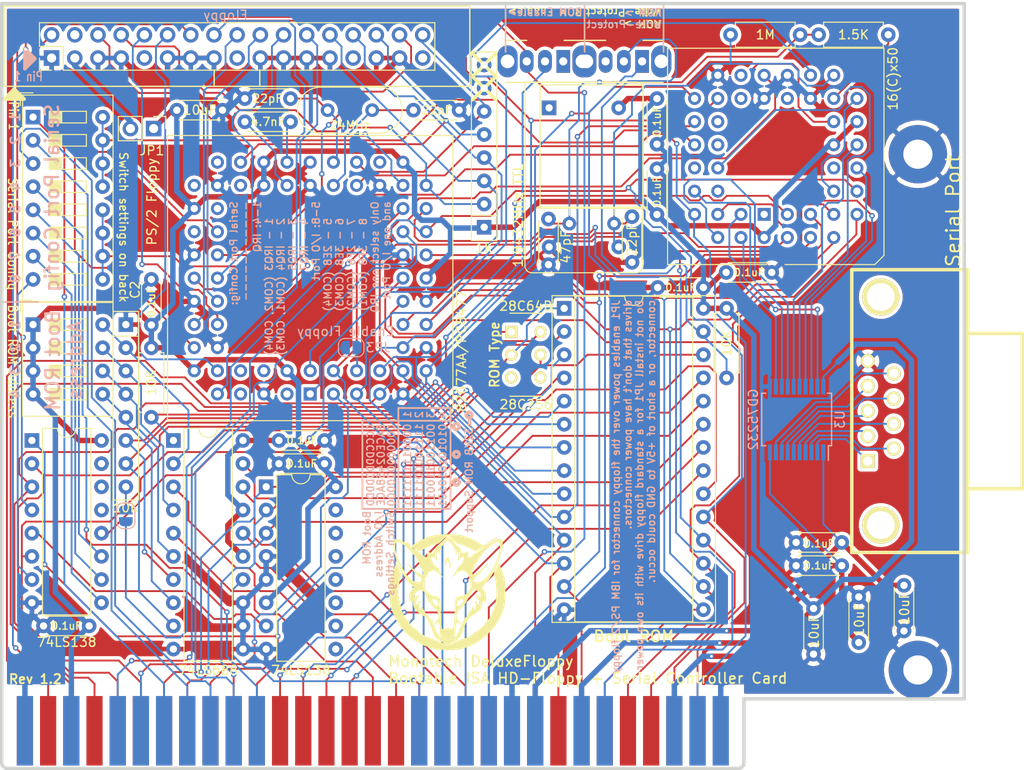
<source format=kicad_pcb>
(kicad_pcb (version 20171130) (host pcbnew "(5.1.0-rc2-16-gb9097c2c1)")
  (title_block (title "Bootable ISA HD-Floppy + Serial Card") (date 2018-11-05) (company "Monotech PCs") (comment 1 "GPL v3") (comment 2 "Schematic based on one by Sergey Kiselev"))
  (layers (0 Front signal) (31 Back signal) (36 B.SilkS user) (37 F.SilkS user) (38 B.Mask user) (39 F.Mask user) (44 Edge.Cuts user))
  (net 0 "")
  (net 1 /0x2E8)
  (net 2 /0x2F8)
  (net 3 /0x3E8)
  (net 4 /0x3F8)
  (net 5 /A0)
  (net 6 /A1)
  (net 7 /A10)
  (net 8 /A11)
  (net 9 /A12)
  (net 10 /A13)
  (net 11 /A14)
  (net 12 /A15)
  (net 13 /A16)
  (net 14 /A17)
  (net 15 /A18)
  (net 16 /A19)
  (net 17 /A2)
  (net 18 /A3)
  (net 19 /A4)
  (net 20 /A5)
  (net 21 /A6)
  (net 22 /A7)
  (net 23 /A8)
  (net 24 /A9)
  (net 25 /AEN)
  (net 26 /CTS)
  (net 27 /D0)
  (net 28 /D1)
  (net 29 /D2)
  (net 30 /D3)
  (net 31 /D4)
  (net 32 /D5)
  (net 33 /D6)
  (net 34 /D7)
  (net 35 /DCD)
  (net 36 /DENSL)
  (net 37 /DIR)
  (net 38 /DRQ2)
  (net 39 /DSA)
  (net 40 /DSB)
  (net 41 /DSKCG)
  (net 42 /DSR)
  (net 43 /DTR)
  (net 44 /FLOPPY_VCC)
  (net 45 /HDSEL)
  (net 46 /INDEX)
  (net 47 /IRQ3)
  (net 48 /IRQ4)
  (net 49 /IRQ5)
  (net 50 /IRQ6)
  (net 51 /IRQ7)
  (net 52 /MEA)
  (net 53 /MEB)
  (net 54 /RDATA)
  (net 55 /RI)
  (net 56 /RTS)
  (net 57 /RX)
  (net 58 /SIN)
  (net 59 /SOUT)
  (net 60 /STEP)
  (net 61 /TC)
  (net 62 /TRK00)
  (net 63 /TX)
  (net 64 /UART_IRQ)
  (net 65 /WDATA)
  (net 66 /WE)
  (net 67 /WP)
  (net 68 /~CTS)
  (net 69 /~DACK2)
  (net 70 /~DCD)
  (net 71 /~DSR)
  (net 72 /~DTR)
  (net 73 /~IOR)
  (net 74 /~IOW)
  (net 75 /~MEMR)
  (net 76 /~MEMW)
  (net 77 /~RI)
  (net 78 /~ROMW)
  (net 79 /~ROM_CS)
  (net 80 /~RTS)
  (net 81 /~UART_CS)
  (net 82 GND)
  (net 83 VCC)
  (net 84 "Net-(C15-Pad1)")
  (net 85 "Net-(C16-Pad1)")
  (net 86 "Net-(C17-Pad1)")
  (net 87 "Net-(C17-Pad2)")
  (net 88 "Net-(P1-Pad6)")
  (net 89 "Net-(U2-Pad10)")
  (net 90 "Net-(U6-Pad7)")
  (net 91 "Net-(R1-Pad2)")
  (net 92 "Net-(RN1-Pad5)")
  (net 93 "Net-(RN1-Pad4)")
  (net 94 "Net-(RN1-Pad3)")
  (net 95 "Net-(RN1-Pad2)")
  (net 96 "Net-(RN1-Pad6)")
  (net 97 "Net-(RN1-Pad7)")
  (net 98 "Net-(JP2-Pad1)")
  (net 99 /RSTDRV)
  (net 100 /-12V)
  (net 101 /12V)
  (net 102 "Net-(JP3-Pad2)")
  (net 103 /0x3F0)
  (net 104 "Net-(P1-Pad33)")
  (net 105 "Net-(P1-Pad27)")
  (net 106 "Net-(P1-Pad17)")
  (net 107 "Net-(P1-Pad9)")
  (net 108 "Net-(P1-Pad4)")
  (net 109 "Net-(RN2-Pad8)")
  (net 110 "Net-(RN2-Pad7)")
  (net 111 "Net-(SW3-Pad1)")
  (net 112 "Net-(SW4-Pad3)")
  (net 113 "Net-(SW5-Pad3)")
  (net 114 "Net-(SW5-Pad6)")
  (net 115 "Net-(U1-Pad66)")
  (net 116 "Net-(U1-Pad64)")
  (net 117 "Net-(U1-Pad67)")
  (net 118 "Net-(U1-Pad63)")
  (net 119 "Net-(U1-Pad42)")
  (net 120 "Net-(U1-Pad44)")
  (net 121 "Net-(U1-Pad29)")
  (net 122 "Net-(U1-Pad43)")
  (net 123 "Net-(U1-Pad47)")
  (net 124 "Net-(U1-Pad48)")
  (net 125 "Net-(U2-Pad1)")
  (net 126 "Net-(U2-Pad12)")
  (net 127 "Net-(U2-Pad23)")
  (net 128 "Net-(U2-Pad27)")
  (net 129 "Net-(U2-Pad26)")
  (net 130 "Net-(U2-Pad32)")
  (net 131 "Net-(U2-Pad34)")
  (net 132 "Net-(U2-Pad38)")
  (net 133 "Net-(U2-Pad35)")
  (net 134 "Net-(U6-Pad15)")
  (net 135 "Net-(U6-Pad14)")
  (net 136 "Net-(U6-Pad13)")
  (net 137 "Net-(U6-Pad12)")
  (net 138 "Net-(U6-Pad11)")
  (net 139 "Net-(U6-Pad10)")
  (net 140 "Net-(U6-Pad9)")
  (net 141 "Net-(U7-Pad13)")
  (net 142 "Net-(U7-Pad14)")
  (net 143 "Net-(U7-Pad15)")
  (net 144 "Net-(C18-Pad2)")
  (net 145 "Net-(C19-Pad2)")
  (net 146 "Net-(R3-Pad2)")
  (module Crystal:Crystal_HC49-U_Horizontal (layer Front) (at 218.26 107.315 180)
    (fp_text reference X2 hide)
    (fp_text value 1.8432MHz)
    (pad 2 thru_hole circle (at 4.9 0 180) (size 1.5 1.5) (drill 0.8) (layers *.Cu *.Mask) (net 145 "Net-(C19-Pad2)"))
    (pad 1 thru_hole circle (at 0 0 180) (size 1.5 1.5) (drill 0.8) (layers *.Cu *.Mask) (net 144 "Net-(C18-Pad2)"))
  )
  (module Custom:Conn_Bus_ISA8 (layer Front) (at 191.84 162.892)
    (fp_text reference BUS1 hide)
    (fp_text value BUSPC_DEV hide)
    (pad 1 connect rect (at 38.1 0) (size 1.778 7.62) (layers Back B.Mask) (net 82 GND))
    (pad 2 connect rect (at 35.56 0) (size 1.778 7.62) (layers Back B.Mask) (net 99 /RSTDRV))
    (pad 3 connect rect (at 33.02 0) (size 1.778 7.62) (layers Back B.Mask) (net 83 VCC))
    (pad 6 connect rect (at 25.4 0) (size 1.778 7.62) (layers Back B.Mask) (net 38 /DRQ2))
    (pad 7 connect rect (at 22.86 0) (size 1.778 7.62) (layers Back B.Mask) (net 100 /-12V))
    (pad 9 connect rect (at 17.78 0) (size 1.778 7.62) (layers Back B.Mask) (net 101 /12V))
    (pad 10 connect rect (at 15.24 0) (size 1.778 7.62) (layers Back B.Mask) (net 82 GND))
    (pad 11 connect rect (at 12.7 0) (size 1.778 7.62) (layers Back B.Mask) (net 76 /~MEMW))
    (pad 12 connect rect (at 10.16 0) (size 1.778 7.62) (layers Back B.Mask) (net 75 /~MEMR))
    (pad 13 connect rect (at 7.62 0) (size 1.778 7.62) (layers Back B.Mask) (net 74 /~IOW))
    (pad 14 connect rect (at 5.08 0) (size 1.778 7.62) (layers Back B.Mask) (net 73 /~IOR))
    (pad 21 connect rect (at -12.7 0) (size 1.778 7.62) (layers Back B.Mask) (net 51 /IRQ7))
    (pad 22 connect rect (at -15.24 0) (size 1.778 7.62) (layers Back B.Mask) (net 50 /IRQ6))
    (pad 23 connect rect (at -17.78 0) (size 1.778 7.62) (layers Back B.Mask) (net 49 /IRQ5))
    (pad 24 connect rect (at -20.32 0) (size 1.778 7.62) (layers Back B.Mask) (net 48 /IRQ4))
    (pad 25 connect rect (at -22.86 0) (size 1.778 7.62) (layers Back B.Mask) (net 47 /IRQ3))
    (pad 26 connect rect (at -25.4 0) (size 1.778 7.62) (layers Back B.Mask) (net 69 /~DACK2))
    (pad 27 connect rect (at -27.94 0) (size 1.778 7.62) (layers Back B.Mask) (net 61 /TC))
    (pad 29 connect rect (at -33.02 0) (size 1.778 7.62) (layers Back B.Mask) (net 83 VCC))
    (pad 31 connect rect (at -38.1 0) (size 1.778 7.62) (layers Back B.Mask) (net 82 GND))
    (pad 33 connect rect (at 35.56 0) (size 1.778 7.62) (layers Front F.Mask) (net 34 /D7))
    (pad 34 connect rect (at 33.02 0) (size 1.778 7.62) (layers Front F.Mask) (net 33 /D6))
    (pad 35 connect rect (at 30.48 0) (size 1.778 7.62) (layers Front F.Mask) (net 32 /D5))
    (pad 36 connect rect (at 27.94 0) (size 1.778 7.62) (layers Front F.Mask) (net 31 /D4))
    (pad 37 connect rect (at 25.4 0) (size 1.778 7.62) (layers Front F.Mask) (net 30 /D3))
    (pad 38 connect rect (at 22.86 0) (size 1.778 7.62) (layers Front F.Mask) (net 29 /D2))
    (pad 39 connect rect (at 20.32 0) (size 1.778 7.62) (layers Front F.Mask) (net 28 /D1))
    (pad 40 connect rect (at 17.78 0) (size 1.778 7.62) (layers Front F.Mask) (net 27 /D0))
    (pad 42 connect rect (at 12.7 0) (size 1.778 7.62) (layers Front F.Mask) (net 25 /AEN))
    (pad 43 connect rect (at 10.16 0) (size 1.778 7.62) (layers Front F.Mask) (net 16 /A19))
    (pad 44 connect rect (at 7.62 0) (size 1.778 7.62) (layers Front F.Mask) (net 15 /A18))
    (pad 45 connect rect (at 5.08 0) (size 1.778 7.62) (layers Front F.Mask) (net 14 /A17))
    (pad 46 connect rect (at 2.54 0) (size 1.778 7.62) (layers Front F.Mask) (net 13 /A16))
    (pad 47 connect rect (at 0 0) (size 1.778 7.62) (layers Front F.Mask) (net 12 /A15))
    (pad 48 connect rect (at -2.54 0) (size 1.778 7.62) (layers Front F.Mask) (net 11 /A14))
    (pad 49 connect rect (at -5.08 0) (size 1.778 7.62) (layers Front F.Mask) (net 10 /A13))
    (pad 50 connect rect (at -7.62 0) (size 1.778 7.62) (layers Front F.Mask) (net 9 /A12))
    (pad 51 connect rect (at -10.16 0) (size 1.778 7.62) (layers Front F.Mask) (net 8 /A11))
    (pad 52 connect rect (at -12.7 0) (size 1.778 7.62) (layers Front F.Mask) (net 7 /A10))
    (pad 53 connect rect (at -15.24 0) (size 1.778 7.62) (layers Front F.Mask) (net 24 /A9))
    (pad 54 connect rect (at -17.78 0) (size 1.778 7.62) (layers Front F.Mask) (net 23 /A8))
    (pad 55 connect rect (at -20.32 0) (size 1.778 7.62) (layers Front F.Mask) (net 22 /A7))
    (pad 56 connect rect (at -22.86 0) (size 1.778 7.62) (layers Front F.Mask) (net 21 /A6))
    (pad 57 connect rect (at -25.4 0) (size 1.778 7.62) (layers Front F.Mask) (net 20 /A5))
    (pad 58 connect rect (at -27.94 0) (size 1.778 7.62) (layers Front F.Mask) (net 19 /A4))
    (pad 59 connect rect (at -30.48 0) (size 1.778 7.62) (layers Front F.Mask) (net 18 /A3))
    (pad 60 connect rect (at -33.02 0) (size 1.778 7.62) (layers Front F.Mask) (net 17 /A2))
    (pad 61 connect rect (at -35.56 0) (size 1.778 7.62) (layers Front F.Mask) (net 6 /A1))
    (pad 62 connect rect (at -38.1 0) (size 1.778 7.62) (layers Front F.Mask) (net 5 /A0))
  )
  (module Custom:Pin_Header_Straight_2x17_Pitch2.54mm_shrouded (layer Front) (at 156.661 89.169 90)
    (fp_text reference P1)
    (fp_text value Floppy (at 4.699 19.05 180) (layer B.SilkS) (effects (justify mirror)))
    (pad 34 thru_hole oval (at 2.54 40.64 90) (size 1.7 1.7) (drill 1) (layers *.Cu *.Mask) (net 41 /DSKCG))
    (pad 33 thru_hole oval (at 0 40.64 90) (size 1.7 1.7) (drill 1) (layers *.Cu *.Mask) (net 104 "Net-(P1-Pad33)"))
    (pad 32 thru_hole oval (at 2.54 38.1 90) (size 1.7 1.7) (drill 1) (layers *.Cu *.Mask) (net 45 /HDSEL))
    (pad 31 thru_hole oval (at 0 38.1 90) (size 1.7 1.7) (drill 1) (layers *.Cu *.Mask) (net 82 GND))
    (pad 30 thru_hole oval (at 2.54 35.56 90) (size 1.7 1.7) (drill 1) (layers *.Cu *.Mask) (net 54 /RDATA))
    (pad 29 thru_hole oval (at 0 35.56 90) (size 1.7 1.7) (drill 1) (layers *.Cu *.Mask) (net 82 GND))
    (pad 28 thru_hole oval (at 2.54 33.02 90) (size 1.7 1.7) (drill 1) (layers *.Cu *.Mask) (net 67 /WP))
    (pad 27 thru_hole oval (at 0 33.02 90) (size 1.7 1.7) (drill 1) (layers *.Cu *.Mask) (net 105 "Net-(P1-Pad27)"))
    (pad 26 thru_hole oval (at 2.54 30.48 90) (size 1.7 1.7) (drill 1) (layers *.Cu *.Mask) (net 62 /TRK00))
    (pad 25 thru_hole oval (at 0 30.48 90) (size 1.7 1.7) (drill 1) (layers *.Cu *.Mask) (net 82 GND))
    (pad 24 thru_hole oval (at 2.54 27.94 90) (size 1.7 1.7) (drill 1) (layers *.Cu *.Mask) (net 66 /WE))
    (pad 23 thru_hole oval (at 0 27.94 90) (size 1.7 1.7) (drill 1) (layers *.Cu *.Mask) (net 82 GND))
    (pad 22 thru_hole oval (at 2.54 25.4 90) (size 1.7 1.7) (drill 1) (layers *.Cu *.Mask) (net 65 /WDATA))
    (pad 21 thru_hole oval (at 0 25.4 90) (size 1.7 1.7) (drill 1) (layers *.Cu *.Mask) (net 82 GND))
    (pad 20 thru_hole oval (at 2.54 22.86 90) (size 1.7 1.7) (drill 1) (layers *.Cu *.Mask) (net 60 /STEP))
    (pad 19 thru_hole oval (at 0 22.86 90) (size 1.7 1.7) (drill 1) (layers *.Cu *.Mask) (net 82 GND))
    (pad 18 thru_hole oval (at 2.54 20.32 90) (size 1.7 1.7) (drill 1) (layers *.Cu *.Mask) (net 37 /DIR))
    (pad 17 thru_hole oval (at 0 20.32 90) (size 1.7 1.7) (drill 1) (layers *.Cu *.Mask) (net 106 "Net-(P1-Pad17)"))
    (pad 16 thru_hole oval (at 2.54 17.78 90) (size 1.7 1.7) (drill 1) (layers *.Cu *.Mask) (net 53 /MEB))
    (pad 15 thru_hole oval (at 0 17.78 90) (size 1.7 1.7) (drill 1) (layers *.Cu *.Mask) (net 82 GND))
    (pad 14 thru_hole oval (at 2.54 15.24 90) (size 1.7 1.7) (drill 1) (layers *.Cu *.Mask) (net 39 /DSA))
    (pad 13 thru_hole oval (at 0 15.24 90) (size 1.7 1.7) (drill 1) (layers *.Cu *.Mask) (net 82 GND))
    (pad 12 thru_hole oval (at 2.54 12.7 90) (size 1.7 1.7) (drill 1) (layers *.Cu *.Mask) (net 40 /DSB))
    (pad 11 thru_hole oval (at 0 12.7 90) (size 1.7 1.7) (drill 1) (layers *.Cu *.Mask) (net 82 GND))
    (pad 10 thru_hole oval (at 2.54 10.16 90) (size 1.7 1.7) (drill 1) (layers *.Cu *.Mask) (net 52 /MEA))
    (pad 9 thru_hole oval (at 0 10.16 90) (size 1.7 1.7) (drill 1) (layers *.Cu *.Mask) (net 107 "Net-(P1-Pad9)"))
    (pad 8 thru_hole oval (at 2.54 7.62 90) (size 1.7 1.7) (drill 1) (layers *.Cu *.Mask) (net 46 /INDEX))
    (pad 7 thru_hole oval (at 0 7.62 90) (size 1.7 1.7) (drill 1) (layers *.Cu *.Mask) (net 82 GND))
    (pad 6 thru_hole oval (at 2.54 5.08 90) (size 1.7 1.7) (drill 1) (layers *.Cu *.Mask) (net 88 "Net-(P1-Pad6)"))
    (pad 5 thru_hole oval (at 0 5.08 90) (size 1.7 1.7) (drill 1) (layers *.Cu *.Mask) (net 82 GND))
    (pad 4 thru_hole oval (at 2.54 2.54 90) (size 1.7 1.7) (drill 1) (layers *.Cu *.Mask) (net 108 "Net-(P1-Pad4)"))
    (pad 3 thru_hole oval (at 0 2.54 90) (size 1.7 1.7) (drill 1) (layers *.Cu *.Mask) (net 44 /FLOPPY_VCC))
    (pad 2 thru_hole oval (at 2.54 0 90) (size 1.7 1.7) (drill 1) (layers *.Cu *.Mask) (net 36 /DENSL))
    (pad 1 thru_hole rect (at 0 0 90) (size 1.7 1.7) (drill 1) (layers *.Cu *.Mask) (net 82 GND))
  )
  (module Custom:Monotech_Logo_150 (layer Front) (at 200.025 147.701)
    (fp_text reference G*** hide)
    (fp_text value LOGO hide)
  )
  (module Custom:SW_MS-22D18G2 (layer Front) (at 208.604 121.681)
    (fp_text reference SW5)
    (fp_text value "28C64B Mode")
    (pad 1 thru_hole rect (at -1.6 -2.5) (size 1.308 1.308) (drill 0.8) (layers *.Cu *.Mask F.SilkS) (net 96 "Net-(RN1-Pad6)"))
    (pad 2 thru_hole circle (at -1.6 0) (size 1.308 1.308) (drill 0.8) (layers *.Cu *.Mask F.SilkS) (net 11 /A14))
    (pad 3 thru_hole circle (at -1.6 2.5) (size 1.308 1.308) (drill 0.8) (layers *.Cu *.Mask F.SilkS) (net 113 "Net-(SW5-Pad3)"))
    (pad 4 thru_hole circle (at 1.6 -2.5) (size 1.308 1.308) (drill 0.8) (layers *.Cu *.Mask F.SilkS) (net 97 "Net-(RN1-Pad7)"))
    (pad 5 thru_hole circle (at 1.6 0) (size 1.308 1.308) (drill 0.8) (layers *.Cu *.Mask F.SilkS) (net 10 /A13))
    (pad 6 thru_hole circle (at 1.6 2.5) (size 1.308 1.308) (drill 0.8) (layers *.Cu *.Mask F.SilkS) (net 114 "Net-(SW5-Pad6)"))
  )
  (module Capacitor_THT:C_Disc_D4.3mm_W1.9mm_P5.00mm (layer Front) (at 160.772 151.399 180)
    (fp_text reference C1 hide)
    (fp_text value 0.1uF (at 2.5 0 180) (layer F.SilkS) (effects (font (size 0.8 0.8))))
    (pad 1 thru_hole circle (at 0 0 180) (size 1.6 1.6) (drill 0.8) (layers *.Cu *.Mask) (net 83 VCC))
    (pad 2 thru_hole circle (at 5 0 180) (size 1.6 1.6) (drill 0.8) (layers *.Cu *.Mask) (net 82 GND))
  )
  (module Capacitor_THT:C_Disc_D4.3mm_W1.9mm_P5.00mm (layer Front) (at 167.583 118.426 90)
    (fp_text reference C2 (at 3.857 -1.778 90) (layer F.SilkS))
    (fp_text value 0.1uF (at 2.5 0 90) (layer F.SilkS) (effects (font (size 0.8 0.8))))
    (pad 2 thru_hole circle (at 5 0 90) (size 1.6 1.6) (drill 0.8) (layers *.Cu *.Mask) (net 82 GND))
    (pad 1 thru_hole circle (at 0 0 90) (size 1.6 1.6) (drill 0.8) (layers *.Cu *.Mask) (net 83 VCC))
  )
  (module Capacitor_THT:C_Disc_D4.3mm_W1.9mm_P5.00mm (layer Front) (at 181.553 131.079)
    (fp_text reference C3 hide)
    (fp_text value 0.1uF (at 2.5 0) (layer F.SilkS) (effects (font (size 0.8 0.8))))
    (pad 1 thru_hole circle (at 0 0) (size 1.6 1.6) (drill 0.8) (layers *.Cu *.Mask) (net 83 VCC))
    (pad 2 thru_hole circle (at 5 0) (size 1.6 1.6) (drill 0.8) (layers *.Cu *.Mask) (net 82 GND))
  )
  (module Capacitor_THT:C_Disc_D4.3mm_W1.9mm_P5.00mm (layer Front) (at 186.553 133.619 180)
    (fp_text reference C4 hide)
    (fp_text value 0.1uF (at 2.5 0 180) (layer F.SilkS) (effects (font (size 0.8 0.8))))
    (pad 2 thru_hole circle (at 5 0 180) (size 1.6 1.6) (drill 0.8) (layers *.Cu *.Mask) (net 82 GND))
    (pad 1 thru_hole circle (at 0 0 180) (size 1.6 1.6) (drill 0.8) (layers *.Cu *.Mask) (net 83 VCC))
  )
  (module Capacitor_THT:C_Disc_D4.3mm_W1.9mm_P5.00mm (layer Front) (at 228.035 114.315 180)
    (fp_text reference C5 hide)
    (fp_text value 0.1uF (at 2.5 0 180) (layer F.SilkS) (effects (font (size 0.8 0.8))))
    (pad 1 thru_hole circle (at 0 0 180) (size 1.6 1.6) (drill 0.8) (layers *.Cu *.Mask) (net 83 VCC))
    (pad 2 thru_hole circle (at 5 0 180) (size 1.6 1.6) (drill 0.8) (layers *.Cu *.Mask) (net 82 GND))
  )
  (module Capacitor_THT:C_Disc_D4.3mm_W1.9mm_P5.00mm (layer Front) (at 222.955 93.614 270)
    (fp_text reference C6 hide)
    (fp_text value 0.1uF (at 2.5 0 270) (layer F.SilkS) (effects (font (size 0.8 0.8))))
    (pad 1 thru_hole circle (at 0 0 270) (size 1.6 1.6) (drill 0.8) (layers *.Cu *.Mask) (net 83 VCC))
    (pad 2 thru_hole circle (at 5 0 270) (size 1.6 1.6) (drill 0.8) (layers *.Cu *.Mask) (net 82 GND))
  )
  (module Capacitor_THT:C_Disc_D4.3mm_W1.9mm_P5.00mm (layer Front) (at 222.955 106.314 90)
    (fp_text reference C7 hide)
    (fp_text value 0.1uF (at 2.5 0 90) (layer F.SilkS) (effects (font (size 0.8 0.8))))
    (pad 2 thru_hole circle (at 5 0 90) (size 1.6 1.6) (drill 0.8) (layers *.Cu *.Mask) (net 82 GND))
    (pad 1 thru_hole circle (at 0 0 90) (size 1.6 1.6) (drill 0.8) (layers *.Cu *.Mask) (net 83 VCC))
  )
  (module Capacitor_THT:C_Disc_D4.3mm_W1.9mm_P5.00mm (layer Front) (at 230.528 112.664)
    (fp_text reference C8 hide)
    (fp_text value 0.1uF (at 2.5 0) (layer F.SilkS) (effects (font (size 0.8 0.8))))
    (pad 1 thru_hole circle (at 0 0) (size 1.6 1.6) (drill 0.8) (layers *.Cu *.Mask) (net 83 VCC))
    (pad 2 thru_hole circle (at 5 0) (size 1.6 1.6) (drill 0.8) (layers *.Cu *.Mask) (net 82 GND))
  )
  (module Capacitor_THT:C_Disc_D4.3mm_W1.9mm_P5.00mm (layer Front) (at 243.195 142.255 180)
    (fp_text reference C9 hide)
    (fp_text value 0.1uF (at 2.5 -0.127 180) (layer F.SilkS) (effects (font (size 0.8 0.8))))
    (pad 2 thru_hole circle (at 5 0 180) (size 1.6 1.6) (drill 0.8) (layers *.Cu *.Mask) (net 82 GND))
    (pad 1 thru_hole circle (at 0 0 180) (size 1.6 1.6) (drill 0.8) (layers *.Cu *.Mask) (net 101 /12V))
  )
  (module Capacitor_THT:C_Disc_D4.3mm_W1.9mm_P5.00mm (layer Front) (at 238.195 144.795)
    (fp_text reference C10 hide)
    (fp_text value 0.1uF (at 2.5 0) (layer F.SilkS) (effects (font (size 0.8 0.8))))
    (pad 1 thru_hole circle (at 0 0) (size 1.6 1.6) (drill 0.8) (layers *.Cu *.Mask) (net 82 GND))
    (pad 2 thru_hole circle (at 5 0) (size 1.6 1.6) (drill 0.8) (layers *.Cu *.Mask) (net 100 /-12V))
  )
  (module Capacitor_THT:C_Disc_D4.3mm_W1.9mm_P5.00mm (layer Front) (at 240.1 149.494 270)
    (fp_text reference C11 hide)
    (fp_text value 10uF (at 2.5 -0.057 270) (layer F.SilkS))
    (pad 1 thru_hole circle (at 0 0 270) (size 1.6 1.6) (drill 0.8) (layers *.Cu *.Mask) (net 83 VCC))
    (pad 2 thru_hole circle (at 5 0 270) (size 1.6 1.6) (drill 0.8) (layers *.Cu *.Mask) (net 82 GND))
  )
  (module Capacitor_THT:C_Disc_D4.3mm_W1.9mm_P5.00mm (layer Front) (at 170.377 94.884)
    (fp_text reference C12 hide)
    (fp_text value 10uF (at 2.5 -0.015) (layer F.SilkS))
    (pad 2 thru_hole circle (at 5 0) (size 1.6 1.6) (drill 0.8) (layers *.Cu *.Mask) (net 82 GND))
    (pad 1 thru_hole circle (at 0 0) (size 1.6 1.6) (drill 0.8) (layers *.Cu *.Mask) (net 83 VCC))
  )
  (module Capacitor_THT:C_Disc_D4.3mm_W1.9mm_P5.00mm (layer Front) (at 250.006 146.954 270)
    (fp_text reference C13 hide)
    (fp_text value 10uF (at 2.5 -0.057 270) (layer F.SilkS))
    (pad 2 thru_hole circle (at 5 0 270) (size 1.6 1.6) (drill 0.8) (layers *.Cu *.Mask) (net 82 GND))
    (pad 1 thru_hole circle (at 0 0 270) (size 1.6 1.6) (drill 0.8) (layers *.Cu *.Mask) (net 101 /12V))
  )
  (module Capacitor_THT:C_Disc_D4.3mm_W1.9mm_P5.00mm (layer Front) (at 245.053 148.224 270)
    (fp_text reference C14 hide)
    (fp_text value 10uF (at 2.5 -0.057 270) (layer F.SilkS))
    (pad 2 thru_hole circle (at 5 0 270) (size 1.6 1.6) (drill 0.8) (layers *.Cu *.Mask) (net 100 /-12V))
    (pad 1 thru_hole circle (at 0 0 270) (size 1.6 1.6) (drill 0.8) (layers *.Cu *.Mask) (net 82 GND))
  )
  (module Capacitor_THT:C_Disc_D4.3mm_W1.9mm_P5.00mm (layer Front) (at 182.823 93.614 180)
    (fp_text reference C15 hide)
    (fp_text value 22pF (at 2.54 0 180) (layer F.SilkS) (effects (font (size 0.9 0.9) (thickness 0.1524))))
    (pad 2 thru_hole circle (at 5 0 180) (size 1.6 1.6) (drill 0.8) (layers *.Cu *.Mask) (net 82 GND))
    (pad 1 thru_hole circle (at 0 0 180) (size 1.6 1.6) (drill 0.8) (layers *.Cu *.Mask) (net 84 "Net-(C15-Pad1)"))
  )
  (module Capacitor_THT:C_Disc_D4.3mm_W1.9mm_P5.00mm (layer Front) (at 196.285 94.884)
    (fp_text reference C16 hide)
    (fp_text value 22pF (at 2.54 0) (layer F.SilkS) (effects (font (size 0.9 0.9) (thickness 0.1524))))
    (pad 1 thru_hole circle (at 0 0) (size 1.6 1.6) (drill 0.8) (layers *.Cu *.Mask) (net 85 "Net-(C16-Pad1)"))
    (pad 2 thru_hole circle (at 5 0) (size 1.6 1.6) (drill 0.8) (layers *.Cu *.Mask) (net 82 GND))
  )
  (module Capacitor_THT:C_Disc_D4.3mm_W1.9mm_P5.00mm (layer Front) (at 177.823 96.154)
    (fp_text reference C17 hide)
    (fp_text value 4.7nF (at 2.5 0) (layer F.SilkS) (effects (font (size 0.9 0.9) (thickness 0.1524))))
    (pad 1 thru_hole circle (at 0 0) (size 1.6 1.6) (drill 0.8) (layers *.Cu *.Mask) (net 86 "Net-(C17-Pad1)"))
    (pad 2 thru_hole circle (at 5 0) (size 1.6 1.6) (drill 0.8) (layers *.Cu *.Mask) (net 87 "Net-(C17-Pad2)"))
  )
  (module MountingHole:MountingHole_3.2mm_M3_Pad (layer Front) (at 251.53 99.71)
    (fp_text reference HOLE1 hide)
    (fp_text value CONN_1)
    (pad 1 thru_hole circle (at 0 0) (size 6.4 6.4) (drill 3.2) (layers *.Cu *.Mask) (net 82 GND))
  )
  (module MountingHole:MountingHole_3.2mm_M3_Pad (layer Front) (at 251.53 156.225)
    (fp_text reference HOLE2 hide)
    (fp_text value CONN_1)
    (pad 1 thru_hole circle (at 0 0) (size 6.4 6.4) (drill 3.2) (layers *.Cu *.Mask) (net 82 GND))
  )
  (module Connector_PinHeader_2.54mm:PinHeader_1x02_P2.54mm_Vertical (layer Front) (at 167.837 96.9 270)
    (fp_text reference JP1 (at 2.414 0.197) (layer F.SilkS))
    (fp_text value "PS/2 Floppy" (at 8.002 0.197 270) (layer F.SilkS))
    (pad 1 thru_hole rect (at 0 0 270) (size 1.7 1.7) (drill 1) (layers *.Cu *.Mask) (net 83 VCC))
    (pad 2 thru_hole oval (at 0 2.54 270) (size 1.7 1.7) (drill 1) (layers *.Cu *.Mask) (net 44 /FLOPPY_VCC))
  )
  (module Jumper:SolderJumper-2_P1.3mm_Open_RoundedPad1.0x1.5mm (layer Back) (at 164.789 139.334 270)
    (fp_text reference JP2 hide)
    (fp_text value D7_Pulldown)
    (pad 1 smd custom (at -0.65 0 270) (size 1 0.5) (layers Back B.Mask) (net 98 "Net-(JP2-Pad1)") (options (clearance outline) (anchor rect)) (primitives (gr_circle (center 0 -0.25) (end 0.5 -0.25) (width 0)) (gr_circle (center 0 0.25) (end 0.5 0.25) (width 0)) (gr_poly (pts (xy 0 0.75) (xy 0.5 0.75) (xy 0.5 -0.75) (xy 0 -0.75)) (width 0))))
    (pad 2 smd custom (at 0.65 0 270) (size 1 0.5) (layers Back B.Mask) (net 34 /D7) (options (clearance outline) (anchor rect)) (primitives (gr_circle (center 0 -0.25) (end 0.5 -0.25) (width 0)) (gr_circle (center 0 0.25) (end 0.5 0.25) (width 0)) (gr_poly (pts (xy 0 0.75) (xy -0.5 0.75) (xy -0.5 -0.75) (xy 0 -0.75)) (width 0))))
  )
  (module Jumper:SolderJumper-2_P1.3mm_Open_RoundedPad1.0x1.5mm (layer Back) (at 189.469 120.904)
    (fp_text reference JP3 (at 2.936 0) (layer B.SilkS) (effects (justify mirror)))
    (fp_text value "Enable Floppy" (at -0.62 -1.778) (layer B.SilkS) (effects (justify mirror)))
    (pad 2 smd custom (at 0.65 0) (size 1 0.5) (layers Back B.Mask) (net 102 "Net-(JP3-Pad2)") (options (clearance outline) (anchor rect)) (primitives (gr_circle (center 0 -0.25) (end 0.5 -0.25) (width 0)) (gr_circle (center 0 0.25) (end 0.5 0.25) (width 0)) (gr_poly (pts (xy 0 0.75) (xy -0.5 0.75) (xy -0.5 -0.75) (xy 0 -0.75)) (width 0))))
    (pad 1 smd custom (at -0.65 0) (size 1 0.5) (layers Back B.Mask) (net 103 /0x3F0) (options (clearance outline) (anchor rect)) (primitives (gr_circle (center 0 -0.25) (end 0.5 -0.25) (width 0)) (gr_circle (center 0 0.25) (end 0.5 0.25) (width 0)) (gr_poly (pts (xy 0 0.75) (xy 0.5 0.75) (xy 0.5 -0.75) (xy 0 -0.75)) (width 0))))
  )
  (module Custom:Conn_Dsub_DE9M (layer Front) (at 247.466 127.8557 270)
    (fp_text reference P2)
    (fp_text value "Serial Port" (at -21.9377 -7.931 90) (layer F.SilkS) (effects (font (size 1.5 1.5) (thickness 0.2))))
    (pad "" thru_hole circle (at 12.49426 0 270) (size 4.04876 4.04876) (drill 3.05054) (layers *.Cu *.Mask F.SilkS))
    (pad "" thru_hole circle (at -12.49426 0 270) (size 4.04876 4.04876) (drill 3.05054) (layers *.Cu *.Mask F.SilkS))
    (pad 1 thru_hole rect (at 5.4864 1.4224 270) (size 1.524 1.524) (drill 1.0414) (layers *.Cu *.Mask F.SilkS) (net 35 /DCD))
    (pad 2 thru_hole circle (at 2.7432 1.4224 270) (size 1.524 1.524) (drill 1.0414) (layers *.Cu *.Mask F.SilkS) (net 57 /RX))
    (pad 3 thru_hole circle (at 0 1.4224 270) (size 1.524 1.524) (drill 1.0414) (layers *.Cu *.Mask F.SilkS) (net 63 /TX))
    (pad 4 thru_hole circle (at -2.7432 1.4224 270) (size 1.524 1.524) (drill 1.0414) (layers *.Cu *.Mask F.SilkS) (net 43 /DTR))
    (pad 5 thru_hole circle (at -5.4864 1.4224 270) (size 1.524 1.524) (drill 1.0414) (layers *.Cu *.Mask F.SilkS) (net 82 GND))
    (pad 9 thru_hole circle (at -4.1148 -1.4224 270) (size 1.524 1.524) (drill 1.0414) (layers *.Cu *.Mask F.SilkS) (net 55 /RI))
    (pad 8 thru_hole circle (at -1.3716 -1.4224 270) (size 1.524 1.524) (drill 1.0414) (layers *.Cu *.Mask F.SilkS) (net 26 /CTS))
    (pad 7 thru_hole circle (at 1.397 -1.4224 270) (size 1.524 1.524) (drill 1.0414) (layers *.Cu *.Mask F.SilkS) (net 56 /RTS))
    (pad 6 thru_hole circle (at 4.1148 -1.4224 270) (size 1.524 1.524) (drill 1.0414) (layers *.Cu *.Mask F.SilkS) (net 42 /DSR))
  )
  (module Resistor_THT:R_Axial_DIN0207_L6.3mm_D2.5mm_P7.62mm_Horizontal (layer Front) (at 167.583 120.919 270)
    (fp_text reference R1 hide)
    (fp_text value 10K (at 3.81 0 270) (layer F.SilkS))
    (pad 1 thru_hole circle (at 0 0 270) (size 1.6 1.6) (drill 0.8) (layers *.Cu *.Mask) (net 83 VCC))
    (pad 2 thru_hole oval (at 7.62 0 270) (size 1.6 1.6) (drill 0.8) (layers *.Cu *.Mask) (net 91 "Net-(R1-Pad2)"))
  )
  (module Resistor_THT:R_Axial_DIN0207_L6.3mm_D2.5mm_P7.62mm_Horizontal (layer Front) (at 230.575 116.601 270)
    (fp_text reference R2 hide)
    (fp_text value 10K (at 3.81 0 270) (layer F.SilkS))
    (pad 2 thru_hole oval (at 7.62 0 270) (size 1.6 1.6) (drill 0.8) (layers *.Cu *.Mask) (net 78 /~ROMW))
    (pad 1 thru_hole circle (at 0 0 270) (size 1.6 1.6) (drill 0.8) (layers *.Cu *.Mask) (net 83 VCC))
  )
  (module Resistor_THT:R_Array_SIP8 (layer Front) (at 164.789 118.379 270)
    (fp_text reference RN1 hide)
    (fp_text value 10K (at 20.066 0) (layer F.SilkS))
    (pad 1 thru_hole rect (at 0 0 270) (size 1.6 1.6) (drill 0.8) (layers *.Cu *.Mask) (net 82 GND))
    (pad 2 thru_hole oval (at 2.54 0 270) (size 1.6 1.6) (drill 0.8) (layers *.Cu *.Mask) (net 95 "Net-(RN1-Pad2)"))
    (pad 3 thru_hole oval (at 5.08 0 270) (size 1.6 1.6) (drill 0.8) (layers *.Cu *.Mask) (net 94 "Net-(RN1-Pad3)"))
    (pad 4 thru_hole oval (at 7.62 0 270) (size 1.6 1.6) (drill 0.8) (layers *.Cu *.Mask) (net 93 "Net-(RN1-Pad4)"))
    (pad 5 thru_hole oval (at 10.16 0 270) (size 1.6 1.6) (drill 0.8) (layers *.Cu *.Mask) (net 92 "Net-(RN1-Pad5)"))
    (pad 6 thru_hole oval (at 12.7 0 270) (size 1.6 1.6) (drill 0.8) (layers *.Cu *.Mask) (net 96 "Net-(RN1-Pad6)"))
    (pad 7 thru_hole oval (at 15.24 0 270) (size 1.6 1.6) (drill 0.8) (layers *.Cu *.Mask) (net 97 "Net-(RN1-Pad7)"))
    (pad 8 thru_hole oval (at 17.78 0 270) (size 1.6 1.6) (drill 0.8) (layers *.Cu *.Mask) (net 98 "Net-(JP2-Pad1)"))
  )
  (module Resistor_THT:R_Array_SIP8 (layer Front) (at 204.032 107.711 90)
    (fp_text reference RN2 hide)
    (fp_text value 1K (at -2.286 0 180) (layer F.SilkS))
    (pad 8 thru_hole oval (at 17.78 0 90) (size 1.6 1.6) (drill 0.8) (layers *.Cu *.Mask) (net 109 "Net-(RN2-Pad8)"))
    (pad 7 thru_hole oval (at 15.24 0 90) (size 1.6 1.6) (drill 0.8) (layers *.Cu *.Mask) (net 110 "Net-(RN2-Pad7)"))
    (pad 6 thru_hole oval (at 12.7 0 90) (size 1.6 1.6) (drill 0.8) (layers *.Cu *.Mask) (net 41 /DSKCG))
    (pad 5 thru_hole oval (at 10.16 0 90) (size 1.6 1.6) (drill 0.8) (layers *.Cu *.Mask) (net 54 /RDATA))
    (pad 4 thru_hole oval (at 7.62 0 90) (size 1.6 1.6) (drill 0.8) (layers *.Cu *.Mask) (net 67 /WP))
    (pad 3 thru_hole oval (at 5.08 0 90) (size 1.6 1.6) (drill 0.8) (layers *.Cu *.Mask) (net 62 /TRK00))
    (pad 2 thru_hole oval (at 2.54 0 90) (size 1.6 1.6) (drill 0.8) (layers *.Cu *.Mask) (net 46 /INDEX))
    (pad 1 thru_hole rect (at 0 0 90) (size 1.6 1.6) (drill 0.8) (layers *.Cu *.Mask) (net 83 VCC))
  )
  (module Button_Switch_THT:SW_DIP_SPSTx08_Slide_9.78x22.5mm_W7.62mm_P2.54mm (layer Front) (at 154.629 95.646)
    (fp_text reference SW1 hide)
    (fp_text value "Serial Port Config" (at -2.229 12.812 270 unlocked) (layer F.SilkS) (effects (font (size 1 0.9))))
    (pad 1 thru_hole rect (at 0 0) (size 1.6 1.6) (drill 0.8) (layers *.Cu *.Mask) (net 47 /IRQ3))
    (pad 9 thru_hole oval (at 7.62 17.78) (size 1.6 1.6) (drill 0.8) (layers *.Cu *.Mask) (net 81 /~UART_CS))
    (pad 2 thru_hole oval (at 0 2.54) (size 1.6 1.6) (drill 0.8) (layers *.Cu *.Mask) (net 48 /IRQ4))
    (pad 10 thru_hole oval (at 7.62 15.24) (size 1.6 1.6) (drill 0.8) (layers *.Cu *.Mask) (net 81 /~UART_CS))
    (pad 3 thru_hole oval (at 0 5.08) (size 1.6 1.6) (drill 0.8) (layers *.Cu *.Mask) (net 49 /IRQ5))
    (pad 11 thru_hole oval (at 7.62 12.7) (size 1.6 1.6) (drill 0.8) (layers *.Cu *.Mask) (net 81 /~UART_CS))
    (pad 4 thru_hole oval (at 0 7.62) (size 1.6 1.6) (drill 0.8) (layers *.Cu *.Mask) (net 51 /IRQ7))
    (pad 12 thru_hole oval (at 7.62 10.16) (size 1.6 1.6) (drill 0.8) (layers *.Cu *.Mask) (net 81 /~UART_CS))
    (pad 5 thru_hole oval (at 0 10.16) (size 1.6 1.6) (drill 0.8) (layers *.Cu *.Mask) (net 1 /0x2E8))
    (pad 13 thru_hole oval (at 7.62 7.62) (size 1.6 1.6) (drill 0.8) (layers *.Cu *.Mask) (net 64 /UART_IRQ))
    (pad 6 thru_hole oval (at 0 12.7) (size 1.6 1.6) (drill 0.8) (layers *.Cu *.Mask) (net 3 /0x3E8))
    (pad 14 thru_hole oval (at 7.62 5.08) (size 1.6 1.6) (drill 0.8) (layers *.Cu *.Mask) (net 64 /UART_IRQ))
    (pad 7 thru_hole oval (at 0 15.24) (size 1.6 1.6) (drill 0.8) (layers *.Cu *.Mask) (net 2 /0x2F8))
    (pad 15 thru_hole oval (at 7.62 2.54) (size 1.6 1.6) (drill 0.8) (layers *.Cu *.Mask) (net 64 /UART_IRQ))
    (pad 8 thru_hole oval (at 0 17.78) (size 1.6 1.6) (drill 0.8) (layers *.Cu *.Mask) (net 4 /0x3F8))
    (pad 16 thru_hole oval (at 7.62 0) (size 1.6 1.6) (drill 0.8) (layers *.Cu *.Mask) (net 64 /UART_IRQ))
  )
  (module Button_Switch_THT:SW_DIP_SPSTx04_Slide_9.78x12.34mm_W7.62mm_P2.54mm (layer Front) (at 154.629 118.379)
    (fp_text reference SW2 hide)
    (fp_text value "Boot ROM Address" (at -2.229 4.049 270 unlocked) (layer F.SilkS) (effects (font (size 1 0.9))))
    (pad 1 thru_hole rect (at 0 0) (size 1.6 1.6) (drill 0.8) (layers *.Cu *.Mask) (net 83 VCC))
    (pad 5 thru_hole oval (at 7.62 7.62) (size 1.6 1.6) (drill 0.8) (layers *.Cu *.Mask) (net 92 "Net-(RN1-Pad5)"))
    (pad 2 thru_hole oval (at 0 2.54) (size 1.6 1.6) (drill 0.8) (layers *.Cu *.Mask) (net 83 VCC))
    (pad 6 thru_hole oval (at 7.62 5.08) (size 1.6 1.6) (drill 0.8) (layers *.Cu *.Mask) (net 93 "Net-(RN1-Pad4)"))
    (pad 3 thru_hole oval (at 0 5.08) (size 1.6 1.6) (drill 0.8) (layers *.Cu *.Mask) (net 83 VCC))
    (pad 7 thru_hole oval (at 7.62 2.54) (size 1.6 1.6) (drill 0.8) (layers *.Cu *.Mask) (net 94 "Net-(RN1-Pad3)"))
    (pad 4 thru_hole oval (at 0 7.62) (size 1.6 1.6) (drill 0.8) (layers *.Cu *.Mask) (net 83 VCC))
    (pad 8 thru_hole oval (at 7.62 0) (size 1.6 1.6) (drill 0.8) (layers *.Cu *.Mask) (net 95 "Net-(RN1-Pad2)"))
  )
  (module Button_Switch_THT:SW_CuK_OS102011MA1QN1_SPDT_Angled (layer Front) (at 212.693 89.535 180)
    (fp_text reference SW3 hide)
    (fp_text value "Enable ROM")
    (pad 1 thru_hole rect (at 0 0 180) (size 1.5 2.5) (drill 0.9) (layers *.Cu *.Mask) (net 111 "Net-(SW3-Pad1)"))
    (pad 2 thru_hole oval (at 2 0 180) (size 1.5 2.5) (drill 0.9) (layers *.Cu *.Mask) (net 91 "Net-(R1-Pad2)"))
    (pad 3 thru_hole oval (at 4 0 180) (size 1.5 2.5) (drill 0.9) (layers *.Cu *.Mask) (net 25 /AEN))
    (pad "" thru_hole oval (at -2.1 0 180) (size 2.2 3.5) (drill 1.5) (layers *.Cu *.Mask))
    (pad "" thru_hole oval (at 6.1 0 180) (size 2.2 3.5) (drill 1.5) (layers *.Cu *.Mask))
  )
  (module Button_Switch_THT:SW_CuK_OS102011MA1QN1_SPDT_Angled (layer Front) (at 221.329 89.535 180)
    (fp_text reference SW4 hide)
    (fp_text value "ROM Write-Protect")
    (pad "" thru_hole oval (at 6.1 0 180) (size 2.2 3.5) (drill 1.5) (layers *.Cu *.Mask))
    (pad "" thru_hole oval (at -2.1 0 180) (size 2.2 3.5) (drill 1.5) (layers *.Cu *.Mask))
    (pad 3 thru_hole oval (at 4 0 180) (size 1.5 2.5) (drill 0.9) (layers *.Cu *.Mask) (net 112 "Net-(SW4-Pad3)"))
    (pad 2 thru_hole oval (at 2 0 180) (size 1.5 2.5) (drill 0.9) (layers *.Cu *.Mask) (net 78 /~ROMW))
    (pad 1 thru_hole rect (at 0 0 180) (size 1.5 2.5) (drill 0.9) (layers *.Cu *.Mask) (net 76 /~MEMW))
  )
  (module Package_LCC:PLCC-68_THT-Socket (layer Front) (at 184.982 125.984 180)
    (fp_text reference U1 hide)
    (fp_text value 82077AA/PC8477 (at -16.567 4.699 270) (layer F.SilkS))
    (pad 2 thru_hole circle (at 0 2.54 180) (size 1.4224 1.4224) (drill 0.8) (layers *.Cu *.Mask) (net 62 /TRK00))
    (pad 4 thru_hole circle (at -2.54 2.54 180) (size 1.4224 1.4224) (drill 0.8) (layers *.Cu *.Mask) (net 73 /~IOR))
    (pad 6 thru_hole circle (at -5.08 2.54 180) (size 1.4224 1.4224) (drill 0.8) (layers *.Cu *.Mask) (net 102 "Net-(JP3-Pad2)"))
    (pad 8 thru_hole circle (at -7.62 2.54 180) (size 1.4224 1.4224) (drill 0.8) (layers *.Cu *.Mask) (net 6 /A1))
    (pad 68 thru_hole circle (at 2.54 2.54 180) (size 1.4224 1.4224) (drill 0.8) (layers *.Cu *.Mask) (net 83 VCC))
    (pad 66 thru_hole circle (at 5.08 2.54 180) (size 1.4224 1.4224) (drill 0.8) (layers *.Cu *.Mask) (net 115 "Net-(U1-Pad66)"))
    (pad 64 thru_hole circle (at 7.62 2.54 180) (size 1.4224 1.4224) (drill 0.8) (layers *.Cu *.Mask) (net 116 "Net-(U1-Pad64)"))
    (pad 62 thru_hole circle (at 10.16 2.54 180) (size 1.4224 1.4224) (drill 0.8) (layers *.Cu *.Mask) (net 40 /DSB))
    (pad 1 thru_hole rect (at 0 0 180) (size 1.4224 1.4224) (drill 0.8) (layers *.Cu *.Mask) (net 67 /WP))
    (pad 3 thru_hole circle (at -2.54 0 180) (size 1.4224 1.4224) (drill 0.8) (layers *.Cu *.Mask) (net 69 /~DACK2))
    (pad 5 thru_hole circle (at -5.08 0 180) (size 1.4224 1.4224) (drill 0.8) (layers *.Cu *.Mask) (net 74 /~IOW))
    (pad 7 thru_hole circle (at -7.62 0 180) (size 1.4224 1.4224) (drill 0.8) (layers *.Cu *.Mask) (net 5 /A0))
    (pad 9 thru_hole circle (at -10.16 0 180) (size 1.4224 1.4224) (drill 0.8) (layers *.Cu *.Mask) (net 82 GND))
    (pad 67 thru_hole circle (at 2.54 0 180) (size 1.4224 1.4224) (drill 0.8) (layers *.Cu *.Mask) (net 117 "Net-(U1-Pad67)"))
    (pad 65 thru_hole circle (at 5.08 0 180) (size 1.4224 1.4224) (drill 0.8) (layers *.Cu *.Mask) (net 82 GND))
    (pad 63 thru_hole circle (at 7.62 0 180) (size 1.4224 1.4224) (drill 0.8) (layers *.Cu *.Mask) (net 118 "Net-(U1-Pad63)"))
    (pad 11 thru_hole circle (at -10.16 2.54 180) (size 1.4224 1.4224) (drill 0.8) (layers *.Cu *.Mask) (net 27 /D0))
    (pad 13 thru_hole circle (at -10.16 5.08 180) (size 1.4224 1.4224) (drill 0.8) (layers *.Cu *.Mask) (net 28 /D1))
    (pad 15 thru_hole circle (at -10.16 7.62 180) (size 1.4224 1.4224) (drill 0.8) (layers *.Cu *.Mask) (net 30 /D3))
    (pad 17 thru_hole circle (at -10.16 10.16 180) (size 1.4224 1.4224) (drill 0.8) (layers *.Cu *.Mask) (net 31 /D4))
    (pad 19 thru_hole circle (at -10.16 12.7 180) (size 1.4224 1.4224) (drill 0.8) (layers *.Cu *.Mask) (net 32 /D5))
    (pad 21 thru_hole circle (at -10.16 15.24 180) (size 1.4224 1.4224) (drill 0.8) (layers *.Cu *.Mask) (net 82 GND))
    (pad 23 thru_hole circle (at -10.16 17.78 180) (size 1.4224 1.4224) (drill 0.8) (layers *.Cu *.Mask) (net 50 /IRQ6))
    (pad 25 thru_hole circle (at -10.16 20.32 180) (size 1.4224 1.4224) (drill 0.8) (layers *.Cu *.Mask) (net 61 /TC))
    (pad 10 thru_hole circle (at -12.7 2.54 180) (size 1.4224 1.4224) (drill 0.8) (layers *.Cu *.Mask) (net 17 /A2))
    (pad 12 thru_hole circle (at -12.7 5.08 180) (size 1.4224 1.4224) (drill 0.8) (layers *.Cu *.Mask) (net 82 GND))
    (pad 14 thru_hole circle (at -12.7 7.62 180) (size 1.4224 1.4224) (drill 0.8) (layers *.Cu *.Mask) (net 29 /D2))
    (pad 16 thru_hole circle (at -12.7 10.16 180) (size 1.4224 1.4224) (drill 0.8) (layers *.Cu *.Mask) (net 82 GND))
    (pad 18 thru_hole circle (at -12.7 12.7 180) (size 1.4224 1.4224) (drill 0.8) (layers *.Cu *.Mask) (net 83 VCC))
    (pad 20 thru_hole circle (at -12.7 15.24 180) (size 1.4224 1.4224) (drill 0.8) (layers *.Cu *.Mask) (net 33 /D6))
    (pad 22 thru_hole circle (at -12.7 17.78 180) (size 1.4224 1.4224) (drill 0.8) (layers *.Cu *.Mask) (net 34 /D7))
    (pad 24 thru_hole circle (at -12.7 20.32 180) (size 1.4224 1.4224) (drill 0.8) (layers *.Cu *.Mask) (net 38 /DRQ2))
    (pad 26 thru_hole circle (at -12.7 22.86 180) (size 1.4224 1.4224) (drill 0.8) (layers *.Cu *.Mask) (net 46 /INDEX))
    (pad 28 thru_hole circle (at -10.16 22.86 180) (size 1.4224 1.4224) (drill 0.8) (layers *.Cu *.Mask) (net 88 "Net-(P1-Pad6)"))
    (pad 30 thru_hole circle (at -7.62 22.86 180) (size 1.4224 1.4224) (drill 0.8) (layers *.Cu *.Mask) (net 82 GND))
    (pad 32 thru_hole circle (at -5.08 22.86 180) (size 1.4224 1.4224) (drill 0.8) (layers *.Cu *.Mask) (net 99 /RSTDRV))
    (pad 34 thru_hole circle (at -2.54 22.86 180) (size 1.4224 1.4224) (drill 0.8) (layers *.Cu *.Mask) (net 85 "Net-(C16-Pad1)"))
    (pad 36 thru_hole circle (at 0 22.86 180) (size 1.4224 1.4224) (drill 0.8) (layers *.Cu *.Mask) (net 82 GND))
    (pad 38 thru_hole circle (at 2.54 22.86 180) (size 1.4224 1.4224) (drill 0.8) (layers *.Cu *.Mask) (net 86 "Net-(C17-Pad1)"))
    (pad 40 thru_hole circle (at 5.08 22.86 180) (size 1.4224 1.4224) (drill 0.8) (layers *.Cu *.Mask) (net 83 VCC))
    (pad 42 thru_hole circle (at 7.62 22.86 180) (size 1.4224 1.4224) (drill 0.8) (layers *.Cu *.Mask) (net 119 "Net-(U1-Pad42)"))
    (pad 44 thru_hole circle (at 12.7 22.86 180) (size 1.4224 1.4224) (drill 0.8) (layers *.Cu *.Mask) (net 120 "Net-(U1-Pad44)"))
    (pad 27 thru_hole circle (at -10.16 25.4 180) (size 1.4224 1.4224) (drill 0.8) (layers *.Cu *.Mask) (net 83 VCC))
    (pad 29 thru_hole circle (at -7.62 25.4 180) (size 1.4224 1.4224) (drill 0.8) (layers *.Cu *.Mask) (net 121 "Net-(U1-Pad29)"))
    (pad 31 thru_hole circle (at -5.08 25.4 180) (size 1.4224 1.4224) (drill 0.8) (layers *.Cu *.Mask) (net 41 /DSKCG))
    (pad 33 thru_hole circle (at -2.54 25.4 180) (size 1.4224 1.4224) (drill 0.8) (layers *.Cu *.Mask) (net 84 "Net-(C15-Pad1)"))
    (pad 35 thru_hole circle (at 0 25.4 180) (size 1.4224 1.4224) (drill 0.8) (layers *.Cu *.Mask) (net 82 GND))
    (pad 37 thru_hole circle (at 2.54 25.4 180) (size 1.4224 1.4224) (drill 0.8) (layers *.Cu *.Mask) (net 87 "Net-(C17-Pad2)"))
    (pad 39 thru_hole circle (at 5.08 25.4 180) (size 1.4224 1.4224) (drill 0.8) (layers *.Cu *.Mask) (net 83 VCC))
    (pad 41 thru_hole circle (at 7.62 25.4 180) (size 1.4224 1.4224) (drill 0.8) (layers *.Cu *.Mask) (net 54 /RDATA))
    (pad 43 thru_hole circle (at 10.16 25.4 180) (size 1.4224 1.4224) (drill 0.8) (layers *.Cu *.Mask) (net 122 "Net-(U1-Pad43)"))
    (pad 45 thru_hole circle (at 10.16 22.86 180) (size 1.4224 1.4224) (drill 0.8) (layers *.Cu *.Mask) (net 82 GND))
    (pad 47 thru_hole circle (at 10.16 20.32 180) (size 1.4224 1.4224) (drill 0.8) (layers *.Cu *.Mask) (net 123 "Net-(U1-Pad47)"))
    (pad 49 thru_hole circle (at 10.16 17.78 180) (size 1.4224 1.4224) (drill 0.8) (layers *.Cu *.Mask) (net 36 /DENSL))
    (pad 51 thru_hole circle (at 10.16 15.24 180) (size 1.4224 1.4224) (drill 0.8) (layers *.Cu *.Mask) (net 45 /HDSEL))
    (pad 53 thru_hole circle (at 10.16 12.7 180) (size 1.4224 1.4224) (drill 0.8) (layers *.Cu *.Mask) (net 65 /WDATA))
    (pad 55 thru_hole circle (at 10.16 10.16 180) (size 1.4224 1.4224) (drill 0.8) (layers *.Cu *.Mask) (net 60 /STEP))
    (pad 57 thru_hole circle (at 10.16 7.62 180) (size 1.4224 1.4224) (drill 0.8) (layers *.Cu *.Mask) (net 52 /MEA))
    (pad 59 thru_hole circle (at 10.16 5.08 180) (size 1.4224 1.4224) (drill 0.8) (layers *.Cu *.Mask) (net 82 GND))
    (pad 61 thru_hole circle (at 10.16 0 180) (size 1.4224 1.4224) (drill 0.8) (layers *.Cu *.Mask) (net 53 /MEB))
    (pad 46 thru_hole circle (at 12.7 20.32 180) (size 1.4224 1.4224) (drill 0.8) (layers *.Cu *.Mask) (net 83 VCC))
    (pad 48 thru_hole circle (at 12.7 17.78 180) (size 1.4224 1.4224) (drill 0.8) (layers *.Cu *.Mask) (net 124 "Net-(U1-Pad48)"))
    (pad 50 thru_hole circle (at 12.7 15.24 180) (size 1.4224 1.4224) (drill 0.8) (layers *.Cu *.Mask) (net 82 GND))
    (pad 52 thru_hole circle (at 12.7 12.7 180) (size 1.4224 1.4224) (drill 0.8) (layers *.Cu *.Mask) (net 66 /WE))
    (pad 54 thru_hole circle (at 12.7 10.16 180) (size 1.4224 1.4224) (drill 0.8) (layers *.Cu *.Mask) (net 82 GND))
    (pad 56 thru_hole circle (at 12.7 7.62 180) (size 1.4224 1.4224) (drill 0.8) (layers *.Cu *.Mask) (net 37 /DIR))
    (pad 58 thru_hole circle (at 12.7 5.08 180) (size 1.4224 1.4224) (drill 0.8) (layers *.Cu *.Mask) (net 39 /DSA))
    (pad 60 thru_hole circle (at 12.7 2.54 180) (size 1.4224 1.4224) (drill 0.8) (layers *.Cu *.Mask) (net 83 VCC))
  )
  (module Package_LCC:PLCC-44_THT-Socket (layer Front) (at 234.696 106.299 180)
    (fp_text reference U2 hide)
    (fp_text value "16(C)x50" (at -14.097 14.859 270) (layer F.SilkS))
    (pad 1 thru_hole rect (at 0 0 180) (size 1.4224 1.4224) (drill 0.8) (layers *.Cu *.Mask) (net 125 "Net-(U2-Pad1)"))
    (pad 3 thru_hole circle (at -2.54 0 180) (size 1.4224 1.4224) (drill 0.8) (layers *.Cu *.Mask) (net 28 /D1))
    (pad 5 thru_hole circle (at -5.08 0 180) (size 1.4224 1.4224) (drill 0.8) (layers *.Cu *.Mask) (net 30 /D3))
    (pad 43 thru_hole circle (at 2.54 0 180) (size 1.4224 1.4224) (drill 0.8) (layers *.Cu *.Mask) (net 77 /~RI))
    (pad 41 thru_hole circle (at 5.08 0 180) (size 1.4224 1.4224) (drill 0.8) (layers *.Cu *.Mask) (net 71 /~DSR))
    (pad 2 thru_hole circle (at -2.54 -2.54 180) (size 1.4224 1.4224) (drill 0.8) (layers *.Cu *.Mask) (net 27 /D0))
    (pad 4 thru_hole circle (at -5.08 -2.54 180) (size 1.4224 1.4224) (drill 0.8) (layers *.Cu *.Mask) (net 29 /D2))
    (pad 6 thru_hole circle (at -7.62 -2.54 180) (size 1.4224 1.4224) (drill 0.8) (layers *.Cu *.Mask) (net 31 /D4))
    (pad 44 thru_hole circle (at 0 -2.54 180) (size 1.4224 1.4224) (drill 0.8) (layers *.Cu *.Mask) (net 83 VCC))
    (pad 42 thru_hole circle (at 2.54 -2.54 180) (size 1.4224 1.4224) (drill 0.8) (layers *.Cu *.Mask) (net 70 /~DCD))
    (pad 8 thru_hole circle (at -7.62 0 180) (size 1.4224 1.4224) (drill 0.8) (layers *.Cu *.Mask) (net 33 /D6))
    (pad 10 thru_hole circle (at -7.62 2.54 180) (size 1.4224 1.4224) (drill 0.8) (layers *.Cu *.Mask) (net 89 "Net-(U2-Pad10)"))
    (pad 12 thru_hole circle (at -7.62 5.08 180) (size 1.4224 1.4224) (drill 0.8) (layers *.Cu *.Mask) (net 126 "Net-(U2-Pad12)"))
    (pad 14 thru_hole circle (at -7.62 7.62 180) (size 1.4224 1.4224) (drill 0.8) (layers *.Cu *.Mask) (net 83 VCC))
    (pad 16 thru_hole circle (at -7.62 10.16 180) (size 1.4224 1.4224) (drill 0.8) (layers *.Cu *.Mask) (net 81 /~UART_CS))
    (pad 7 thru_hole circle (at -10.16 0 180) (size 1.4224 1.4224) (drill 0.8) (layers *.Cu *.Mask) (net 32 /D5))
    (pad 9 thru_hole circle (at -10.16 2.54 180) (size 1.4224 1.4224) (drill 0.8) (layers *.Cu *.Mask) (net 34 /D7))
    (pad 11 thru_hole circle (at -10.16 5.08 180) (size 1.4224 1.4224) (drill 0.8) (layers *.Cu *.Mask) (net 58 /SIN))
    (pad 13 thru_hole circle (at -10.16 7.62 180) (size 1.4224 1.4224) (drill 0.8) (layers *.Cu *.Mask) (net 59 /SOUT))
    (pad 15 thru_hole circle (at -10.16 10.16 180) (size 1.4224 1.4224) (drill 0.8) (layers *.Cu *.Mask) (net 83 VCC))
    (pad 17 thru_hole circle (at -10.16 12.7 180) (size 1.4224 1.4224) (drill 0.8) (layers *.Cu *.Mask) (net 89 "Net-(U2-Pad10)"))
    (pad 19 thru_hole circle (at -7.62 12.7 180) (size 1.4224 1.4224) (drill 0.8) (layers *.Cu *.Mask) (net 146 "Net-(R3-Pad2)"))
    (pad 21 thru_hole circle (at -5.08 12.7 180) (size 1.4224 1.4224) (drill 0.8) (layers *.Cu *.Mask) (net 82 GND))
    (pad 23 thru_hole circle (at -2.54 12.7 180) (size 1.4224 1.4224) (drill 0.8) (layers *.Cu *.Mask) (net 127 "Net-(U2-Pad23)"))
    (pad 25 thru_hole circle (at 0 12.7 180) (size 1.4224 1.4224) (drill 0.8) (layers *.Cu *.Mask) (net 82 GND))
    (pad 27 thru_hole circle (at 2.54 12.7 180) (size 1.4224 1.4224) (drill 0.8) (layers *.Cu *.Mask) (net 128 "Net-(U2-Pad27)"))
    (pad 29 thru_hole circle (at 7.62 12.7 180) (size 1.4224 1.4224) (drill 0.8) (layers *.Cu *.Mask) (net 17 /A2))
    (pad 18 thru_hole circle (at -7.62 15.24 180) (size 1.4224 1.4224) (drill 0.8) (layers *.Cu *.Mask) (net 144 "Net-(C18-Pad2)"))
    (pad 20 thru_hole circle (at -5.08 15.24 180) (size 1.4224 1.4224) (drill 0.8) (layers *.Cu *.Mask) (net 74 /~IOW))
    (pad 22 thru_hole circle (at -2.54 15.24 180) (size 1.4224 1.4224) (drill 0.8) (layers *.Cu *.Mask) (net 82 GND))
    (pad 24 thru_hole circle (at 0 15.24 180) (size 1.4224 1.4224) (drill 0.8) (layers *.Cu *.Mask) (net 73 /~IOR))
    (pad 26 thru_hole circle (at 2.54 15.24 180) (size 1.4224 1.4224) (drill 0.8) (layers *.Cu *.Mask) (net 129 "Net-(U2-Pad26)"))
    (pad 28 thru_hole circle (at 5.08 15.24 180) (size 1.4224 1.4224) (drill 0.8) (layers *.Cu *.Mask) (net 82 GND))
    (pad 30 thru_hole circle (at 5.08 12.7 180) (size 1.4224 1.4224) (drill 0.8) (layers *.Cu *.Mask) (net 6 /A1))
    (pad 32 thru_hole circle (at 5.08 10.16 180) (size 1.4224 1.4224) (drill 0.8) (layers *.Cu *.Mask) (net 130 "Net-(U2-Pad32)"))
    (pad 34 thru_hole circle (at 5.08 7.62 180) (size 1.4224 1.4224) (drill 0.8) (layers *.Cu *.Mask) (net 131 "Net-(U2-Pad34)"))
    (pad 36 thru_hole circle (at 5.08 5.08 180) (size 1.4224 1.4224) (drill 0.8) (layers *.Cu *.Mask) (net 80 /~RTS))
    (pad 38 thru_hole circle (at 5.08 2.54 180) (size 1.4224 1.4224) (drill 0.8) (layers *.Cu *.Mask) (net 132 "Net-(U2-Pad38)"))
    (pad 40 thru_hole circle (at 5.08 -2.54 180) (size 1.4224 1.4224) (drill 0.8) (layers *.Cu *.Mask) (net 68 /~CTS))
    (pad 31 thru_hole circle (at 7.62 10.16 180) (size 1.4224 1.4224) (drill 0.8) (layers *.Cu *.Mask) (net 5 /A0))
    (pad 33 thru_hole circle (at 7.62 7.62 180) (size 1.4224 1.4224) (drill 0.8) (layers *.Cu *.Mask) (net 64 /UART_IRQ))
    (pad 35 thru_hole circle (at 7.62 5.08 180) (size 1.4224 1.4224) (drill 0.8) (layers *.Cu *.Mask) (net 133 "Net-(U2-Pad35)"))
    (pad 37 thru_hole circle (at 7.62 2.54 180) (size 1.4224 1.4224) (drill 0.8) (layers *.Cu *.Mask) (net 72 /~DTR))
    (pad 39 thru_hole circle (at 7.62 0 180) (size 1.4224 1.4224) (drill 0.8) (layers *.Cu *.Mask) (net 99 /RSTDRV))
  )
  (module Package_SO:SSOP-20_5.3x7.2mm_P0.65mm (layer Back) (at 238.252 128.778 90)
    (fp_text reference U3 (at 0 4.75 90) (layer B.SilkS) (effects (justify mirror)))
    (fp_text value GD75232 (at 0 -4.75 90) (layer B.SilkS) (effects (justify mirror)))
    (pad 1 smd rect (at -3.6 2.925 90) (size 1.75 0.45) (layers Back B.Paste B.Mask) (net 101 /12V))
    (pad 2 smd rect (at -3.6 2.275 90) (size 1.75 0.45) (layers Back B.Paste B.Mask) (net 35 /DCD))
    (pad 3 smd rect (at -3.6 1.625 90) (size 1.75 0.45) (layers Back B.Paste B.Mask) (net 42 /DSR))
    (pad 4 smd rect (at -3.6 0.975 90) (size 1.75 0.45) (layers Back B.Paste B.Mask) (net 57 /RX))
    (pad 5 smd rect (at -3.6 0.325 90) (size 1.75 0.45) (layers Back B.Paste B.Mask) (net 56 /RTS))
    (pad 6 smd rect (at -3.6 -0.325 90) (size 1.75 0.45) (layers Back B.Paste B.Mask) (net 63 /TX))
    (pad 7 smd rect (at -3.6 -0.975 90) (size 1.75 0.45) (layers Back B.Paste B.Mask) (net 26 /CTS))
    (pad 8 smd rect (at -3.6 -1.625 90) (size 1.75 0.45) (layers Back B.Paste B.Mask) (net 43 /DTR))
    (pad 9 smd rect (at -3.6 -2.275 90) (size 1.75 0.45) (layers Back B.Paste B.Mask) (net 55 /RI))
    (pad 10 smd rect (at -3.6 -2.925 90) (size 1.75 0.45) (layers Back B.Paste B.Mask) (net 100 /-12V))
    (pad 11 smd rect (at 3.6 -2.925 90) (size 1.75 0.45) (layers Back B.Paste B.Mask) (net 82 GND))
    (pad 12 smd rect (at 3.6 -2.275 90) (size 1.75 0.45) (layers Back B.Paste B.Mask) (net 77 /~RI))
    (pad 13 smd rect (at 3.6 -1.625 90) (size 1.75 0.45) (layers Back B.Paste B.Mask) (net 72 /~DTR))
    (pad 14 smd rect (at 3.6 -0.975 90) (size 1.75 0.45) (layers Back B.Paste B.Mask) (net 68 /~CTS))
    (pad 15 smd rect (at 3.6 -0.325 90) (size 1.75 0.45) (layers Back B.Paste B.Mask) (net 59 /SOUT))
    (pad 16 smd rect (at 3.6 0.325 90) (size 1.75 0.45) (layers Back B.Paste B.Mask) (net 80 /~RTS))
    (pad 17 smd rect (at 3.6 0.975 90) (size 1.75 0.45) (layers Back B.Paste B.Mask) (net 58 /SIN))
    (pad 18 smd rect (at 3.6 1.625 90) (size 1.75 0.45) (layers Back B.Paste B.Mask) (net 71 /~DSR))
    (pad 19 smd rect (at 3.6 2.275 90) (size 1.75 0.45) (layers Back B.Paste B.Mask) (net 70 /~DCD))
    (pad 20 smd rect (at 3.6 2.925 90) (size 1.75 0.45) (layers Back B.Paste B.Mask) (net 83 VCC))
  )
  (module Package_DIP:DIP-28_W15.24mm_Socket (layer Front) (at 212.795 116.601)
    (fp_text reference U4 hide)
    (fp_text value "Boot ROM" (at 7.62 35.941) (layer F.SilkS) (effects (font (size 1.2 1.2) (thickness 0.2))))
    (pad 1 thru_hole rect (at 0 0) (size 1.6 1.6) (drill 0.8) (layers *.Cu *.Mask) (net 11 /A14))
    (pad 15 thru_hole oval (at 15.24 33.02) (size 1.6 1.6) (drill 0.8) (layers *.Cu *.Mask) (net 30 /D3))
    (pad 2 thru_hole oval (at 0 2.54) (size 1.6 1.6) (drill 0.8) (layers *.Cu *.Mask) (net 9 /A12))
    (pad 16 thru_hole oval (at 15.24 30.48) (size 1.6 1.6) (drill 0.8) (layers *.Cu *.Mask) (net 31 /D4))
    (pad 3 thru_hole oval (at 0 5.08) (size 1.6 1.6) (drill 0.8) (layers *.Cu *.Mask) (net 22 /A7))
    (pad 17 thru_hole oval (at 15.24 27.94) (size 1.6 1.6) (drill 0.8) (layers *.Cu *.Mask) (net 32 /D5))
    (pad 4 thru_hole oval (at 0 7.62) (size 1.6 1.6) (drill 0.8) (layers *.Cu *.Mask) (net 21 /A6))
    (pad 18 thru_hole oval (at 15.24 25.4) (size 1.6 1.6) (drill 0.8) (layers *.Cu *.Mask) (net 33 /D6))
    (pad 5 thru_hole oval (at 0 10.16) (size 1.6 1.6) (drill 0.8) (layers *.Cu *.Mask) (net 20 /A5))
    (pad 19 thru_hole oval (at 15.24 22.86) (size 1.6 1.6) (drill 0.8) (layers *.Cu *.Mask) (net 34 /D7))
    (pad 6 thru_hole oval (at 0 12.7) (size 1.6 1.6) (drill 0.8) (layers *.Cu *.Mask) (net 19 /A4))
    (pad 20 thru_hole oval (at 15.24 20.32) (size 1.6 1.6) (drill 0.8) (layers *.Cu *.Mask) (net 79 /~ROM_CS))
    (pad 7 thru_hole oval (at 0 15.24) (size 1.6 1.6) (drill 0.8) (layers *.Cu *.Mask) (net 18 /A3))
    (pad 21 thru_hole oval (at 15.24 17.78) (size 1.6 1.6) (drill 0.8) (layers *.Cu *.Mask) (net 7 /A10))
    (pad 8 thru_hole oval (at 0 17.78) (size 1.6 1.6) (drill 0.8) (layers *.Cu *.Mask) (net 17 /A2))
    (pad 22 thru_hole oval (at 15.24 15.24) (size 1.6 1.6) (drill 0.8) (layers *.Cu *.Mask) (net 75 /~MEMR))
    (pad 9 thru_hole oval (at 0 20.32) (size 1.6 1.6) (drill 0.8) (layers *.Cu *.Mask) (net 6 /A1))
    (pad 23 thru_hole oval (at 15.24 12.7) (size 1.6 1.6) (drill 0.8) (layers *.Cu *.Mask) (net 8 /A11))
    (pad 10 thru_hole oval (at 0 22.86) (size 1.6 1.6) (drill 0.8) (layers *.Cu *.Mask) (net 5 /A0))
    (pad 24 thru_hole oval (at 15.24 10.16) (size 1.6 1.6) (drill 0.8) (layers *.Cu *.Mask) (net 24 /A9))
    (pad 11 thru_hole oval (at 0 25.4) (size 1.6 1.6) (drill 0.8) (layers *.Cu *.Mask) (net 27 /D0))
    (pad 25 thru_hole oval (at 15.24 7.62) (size 1.6 1.6) (drill 0.8) (layers *.Cu *.Mask) (net 23 /A8))
    (pad 12 thru_hole oval (at 0 27.94) (size 1.6 1.6) (drill 0.8) (layers *.Cu *.Mask) (net 28 /D1))
    (pad 26 thru_hole oval (at 15.24 5.08) (size 1.6 1.6) (drill 0.8) (layers *.Cu *.Mask) (net 10 /A13))
    (pad 13 thru_hole oval (at 0 30.48) (size 1.6 1.6) (drill 0.8) (layers *.Cu *.Mask) (net 29 /D2))
    (pad 27 thru_hole oval (at 15.24 2.54) (size 1.6 1.6) (drill 0.8) (layers *.Cu *.Mask) (net 78 /~ROMW))
    (pad 14 thru_hole oval (at 0 33.02) (size 1.6 1.6) (drill 0.8) (layers *.Cu *.Mask) (net 82 GND))
    (pad 28 thru_hole oval (at 15.24 0) (size 1.6 1.6) (drill 0.8) (layers *.Cu *.Mask) (net 83 VCC))
  )
  (module Package_DIP:DIP-20_W7.62mm (layer Front) (at 169.996 131.079)
    (fp_text reference U5 hide)
    (fp_text value 74LS688 (at 3.81 25.19) (layer F.SilkS))
    (pad 1 thru_hole rect (at 0 0) (size 1.6 1.6) (drill 0.8) (layers *.Cu *.Mask) (net 91 "Net-(R1-Pad2)"))
    (pad 11 thru_hole oval (at 7.62 22.86) (size 1.6 1.6) (drill 0.8) (layers *.Cu *.Mask) (net 82 GND))
    (pad 2 thru_hole oval (at 0 2.54) (size 1.6 1.6) (drill 0.8) (layers *.Cu *.Mask) (net 95 "Net-(RN1-Pad2)"))
    (pad 12 thru_hole oval (at 7.62 20.32) (size 1.6 1.6) (drill 0.8) (layers *.Cu *.Mask) (net 82 GND))
    (pad 3 thru_hole oval (at 0 5.08) (size 1.6 1.6) (drill 0.8) (layers *.Cu *.Mask) (net 13 /A16))
    (pad 13 thru_hole oval (at 7.62 17.78) (size 1.6 1.6) (drill 0.8) (layers *.Cu *.Mask) (net 82 GND))
    (pad 4 thru_hole oval (at 0 7.62) (size 1.6 1.6) (drill 0.8) (layers *.Cu *.Mask) (net 94 "Net-(RN1-Pad3)"))
    (pad 14 thru_hole oval (at 7.62 15.24) (size 1.6 1.6) (drill 0.8) (layers *.Cu *.Mask) (net 14 /A17))
    (pad 5 thru_hole oval (at 0 10.16) (size 1.6 1.6) (drill 0.8) (layers *.Cu *.Mask) (net 12 /A15))
    (pad 15 thru_hole oval (at 7.62 12.7) (size 1.6 1.6) (drill 0.8) (layers *.Cu *.Mask) (net 83 VCC))
    (pad 6 thru_hole oval (at 0 12.7) (size 1.6 1.6) (drill 0.8) (layers *.Cu *.Mask) (net 93 "Net-(RN1-Pad4)"))
    (pad 16 thru_hole oval (at 7.62 10.16) (size 1.6 1.6) (drill 0.8) (layers *.Cu *.Mask) (net 15 /A18))
    (pad 7 thru_hole oval (at 0 15.24) (size 1.6 1.6) (drill 0.8) (layers *.Cu *.Mask) (net 96 "Net-(RN1-Pad6)"))
    (pad 17 thru_hole oval (at 7.62 7.62) (size 1.6 1.6) (drill 0.8) (layers *.Cu *.Mask) (net 83 VCC))
    (pad 8 thru_hole oval (at 0 17.78) (size 1.6 1.6) (drill 0.8) (layers *.Cu *.Mask) (net 92 "Net-(RN1-Pad5)"))
    (pad 18 thru_hole oval (at 7.62 5.08) (size 1.6 1.6) (drill 0.8) (layers *.Cu *.Mask) (net 16 /A19))
    (pad 9 thru_hole oval (at 0 20.32) (size 1.6 1.6) (drill 0.8) (layers *.Cu *.Mask) (net 97 "Net-(RN1-Pad7)"))
    (pad 19 thru_hole oval (at 7.62 2.54) (size 1.6 1.6) (drill 0.8) (layers *.Cu *.Mask) (net 79 /~ROM_CS))
    (pad 10 thru_hole oval (at 0 22.86) (size 1.6 1.6) (drill 0.8) (layers *.Cu *.Mask) (net 82 GND))
    (pad 20 thru_hole oval (at 7.62 0) (size 1.6 1.6) (drill 0.8) (layers *.Cu *.Mask) (net 83 VCC))
  )
  (module Package_DIP:DIP-16_W7.62mm (layer Front) (at 180.156 136.159)
    (fp_text reference U6 hide)
    (fp_text value 74LS138 (at 3.81 20.11) (layer F.SilkS))
    (pad 16 thru_hole oval (at 7.62 0) (size 1.6 1.6) (drill 0.8) (layers *.Cu *.Mask) (net 83 VCC))
    (pad 8 thru_hole oval (at 0 17.78) (size 1.6 1.6) (drill 0.8) (layers *.Cu *.Mask) (net 82 GND))
    (pad 15 thru_hole oval (at 7.62 2.54) (size 1.6 1.6) (drill 0.8) (layers *.Cu *.Mask) (net 134 "Net-(U6-Pad15)"))
    (pad 7 thru_hole oval (at 0 15.24) (size 1.6 1.6) (drill 0.8) (layers *.Cu *.Mask) (net 90 "Net-(U6-Pad7)"))
    (pad 14 thru_hole oval (at 7.62 5.08) (size 1.6 1.6) (drill 0.8) (layers *.Cu *.Mask) (net 135 "Net-(U6-Pad14)"))
    (pad 6 thru_hole oval (at 0 12.7) (size 1.6 1.6) (drill 0.8) (layers *.Cu *.Mask) (net 83 VCC))
    (pad 13 thru_hole oval (at 7.62 7.62) (size 1.6 1.6) (drill 0.8) (layers *.Cu *.Mask) (net 136 "Net-(U6-Pad13)"))
    (pad 5 thru_hole oval (at 0 10.16) (size 1.6 1.6) (drill 0.8) (layers *.Cu *.Mask) (net 82 GND))
    (pad 12 thru_hole oval (at 7.62 10.16) (size 1.6 1.6) (drill 0.8) (layers *.Cu *.Mask) (net 137 "Net-(U6-Pad12)"))
    (pad 4 thru_hole oval (at 0 7.62) (size 1.6 1.6) (drill 0.8) (layers *.Cu *.Mask) (net 82 GND))
    (pad 11 thru_hole oval (at 7.62 12.7) (size 1.6 1.6) (drill 0.8) (layers *.Cu *.Mask) (net 138 "Net-(U6-Pad11)"))
    (pad 3 thru_hole oval (at 0 5.08) (size 1.6 1.6) (drill 0.8) (layers *.Cu *.Mask) (net 24 /A9))
    (pad 10 thru_hole oval (at 7.62 15.24) (size 1.6 1.6) (drill 0.8) (layers *.Cu *.Mask) (net 139 "Net-(U6-Pad10)"))
    (pad 2 thru_hole oval (at 0 2.54) (size 1.6 1.6) (drill 0.8) (layers *.Cu *.Mask) (net 22 /A7))
    (pad 9 thru_hole oval (at 7.62 17.78) (size 1.6 1.6) (drill 0.8) (layers *.Cu *.Mask) (net 140 "Net-(U6-Pad9)"))
    (pad 1 thru_hole rect (at 0 0) (size 1.6 1.6) (drill 0.8) (layers *.Cu *.Mask) (net 21 /A6))
  )
  (module Package_DIP:DIP-16_W7.62mm (layer Front) (at 154.502 131.079)
    (fp_text reference U7 hide)
    (fp_text value 74LS138 (at 3.81 22.098) (layer F.SilkS))
    (pad 1 thru_hole rect (at 0 0) (size 1.6 1.6) (drill 0.8) (layers *.Cu *.Mask) (net 23 /A8))
    (pad 9 thru_hole oval (at 7.62 17.78) (size 1.6 1.6) (drill 0.8) (layers *.Cu *.Mask) (net 2 /0x2F8))
    (pad 2 thru_hole oval (at 0 2.54) (size 1.6 1.6) (drill 0.8) (layers *.Cu *.Mask) (net 19 /A4))
    (pad 10 thru_hole oval (at 7.62 15.24) (size 1.6 1.6) (drill 0.8) (layers *.Cu *.Mask) (net 3 /0x3E8))
    (pad 3 thru_hole oval (at 0 5.08) (size 1.6 1.6) (drill 0.8) (layers *.Cu *.Mask) (net 18 /A3))
    (pad 11 thru_hole oval (at 7.62 12.7) (size 1.6 1.6) (drill 0.8) (layers *.Cu *.Mask) (net 1 /0x2E8))
    (pad 4 thru_hole oval (at 0 7.62) (size 1.6 1.6) (drill 0.8) (layers *.Cu *.Mask) (net 25 /AEN))
    (pad 12 thru_hole oval (at 7.62 10.16) (size 1.6 1.6) (drill 0.8) (layers *.Cu *.Mask) (net 103 /0x3F0))
    (pad 5 thru_hole oval (at 0 10.16) (size 1.6 1.6) (drill 0.8) (layers *.Cu *.Mask) (net 90 "Net-(U6-Pad7)"))
    (pad 13 thru_hole oval (at 7.62 7.62) (size 1.6 1.6) (drill 0.8) (layers *.Cu *.Mask) (net 141 "Net-(U7-Pad13)"))
    (pad 6 thru_hole oval (at 0 12.7) (size 1.6 1.6) (drill 0.8) (layers *.Cu *.Mask) (net 20 /A5))
    (pad 14 thru_hole oval (at 7.62 5.08) (size 1.6 1.6) (drill 0.8) (layers *.Cu *.Mask) (net 142 "Net-(U7-Pad14)"))
    (pad 7 thru_hole oval (at 0 15.24) (size 1.6 1.6) (drill 0.8) (layers *.Cu *.Mask) (net 4 /0x3F8))
    (pad 15 thru_hole oval (at 7.62 2.54) (size 1.6 1.6) (drill 0.8) (layers *.Cu *.Mask) (net 143 "Net-(U7-Pad15)"))
    (pad 8 thru_hole oval (at 0 17.78) (size 1.6 1.6) (drill 0.8) (layers *.Cu *.Mask) (net 82 GND))
    (pad 16 thru_hole oval (at 7.62 0) (size 1.6 1.6) (drill 0.8) (layers *.Cu *.Mask) (net 83 VCC))
  )
  (module Oscillator:Oscillator_DIP-14 (layer Front) (at 211.144 94.63 270)
    (fp_text reference U8 hide)
    (fp_text value "1.8432MHz TTL" (at 11.811 3.389 270) (layer F.SilkS))
    (pad 1 thru_hole rect (at 0 0 270) (size 1.6 1.6) (drill 0.8) (layers *.Cu *.Mask))
    (pad 14 thru_hole circle (at 0 -7.62 270) (size 1.6 1.6) (drill 0.8) (layers *.Cu *.Mask) (net 83 VCC))
    (pad 8 thru_hole circle (at 15.24 -7.62 270) (size 1.6 1.6) (drill 0.8) (layers *.Cu *.Mask) (net 144 "Net-(C18-Pad2)"))
    (pad 7 thru_hole circle (at 15.24 0 270) (size 1.6 1.6) (drill 0.8) (layers *.Cu *.Mask) (net 82 GND))
  )
  (module Crystal:Crystal_HC49-4H_Vertical (layer Front) (at 186.887 94.884)
    (fp_text reference X1 hide)
    (fp_text value 24MHz (at 2.47 1.636) (layer F.SilkS) (effects (font (size 0.9 0.9))))
    (pad 1 thru_hole circle (at 0 0) (size 1.5 1.5) (drill 0.8) (layers *.Cu *.Mask) (net 84 "Net-(C15-Pad1)"))
    (pad 2 thru_hole circle (at 4.88 0) (size 1.5 1.5) (drill 0.8) (layers *.Cu *.Mask) (net 85 "Net-(C16-Pad1)"))
  )
  (module Capacitor_THT:C_Disc_D4.3mm_W1.9mm_P5.00mm (layer Front) (at 220.218 111.553 90)
    (fp_text reference C18 hide)
    (fp_text value 22pF (at 2.5 0 90) (layer F.SilkS))
    (pad 2 thru_hole circle (at 5 0 90) (size 1.6 1.6) (drill 0.8) (layers *.Cu *.Mask) (net 144 "Net-(C18-Pad2)"))
    (pad 1 thru_hole circle (at 0 0 90) (size 1.6 1.6) (drill 0.8) (layers *.Cu *.Mask) (net 82 GND))
  )
  (module Capacitor_THT:C_Disc_D4.3mm_W1.9mm_P5.00mm (layer Front) (at 211.074 111.807 90)
    (fp_text reference C19 hide)
    (fp_text value 47pF (at 1.952 1.905 90) (layer F.SilkS))
    (pad 1 thru_hole circle (at 0 0 90) (size 1.6 1.6) (drill 0.8) (layers *.Cu *.Mask) (net 82 GND))
    (pad 2 thru_hole circle (at 5 0 90) (size 1.6 1.6) (drill 0.8) (layers *.Cu *.Mask) (net 145 "Net-(C19-Pad2)"))
  )
  (module Resistor_THT:R_Axial_DIN0207_L6.3mm_D2.5mm_P7.62mm_Horizontal (layer Front) (at 240.665 86.614)
    (fp_text reference R3 hide)
    (fp_text value 1.5K (at 3.81 0) (layer F.SilkS))
    (pad 1 thru_hole circle (at 0 0) (size 1.6 1.6) (drill 0.8) (layers *.Cu *.Mask) (net 145 "Net-(C19-Pad2)"))
    (pad 2 thru_hole oval (at 7.62 0) (size 1.6 1.6) (drill 0.8) (layers *.Cu *.Mask) (net 146 "Net-(R3-Pad2)"))
  )
  (module Resistor_THT:R_Axial_DIN0207_L6.3mm_D2.5mm_P7.62mm_Horizontal (layer Front) (at 231.013 86.614)
    (fp_text reference R4 hide)
    (fp_text value 1M (at 3.81 0) (layer F.SilkS))
    (pad 2 thru_hole oval (at 7.62 0) (size 1.6 1.6) (drill 0.8) (layers *.Cu *.Mask) (net 145 "Net-(C19-Pad2)"))
    (pad 1 thru_hole circle (at 0 0) (size 1.6 1.6) (drill 0.8) (layers *.Cu *.Mask) (net 144 "Net-(C18-Pad2)"))
  )
  (gr_line (start 223.675 83.312) (end 223.675 88.512) (layer B.SilkS) (width 0.15))
  (gr_line (start 215.025 83.312) (end 215.025 88.512) (layer B.SilkS) (width 0.15))
  (gr_line (start 206.375 83.319) (end 206.375 88.519) (layer B.SilkS) (width 0.15))
  (gr_text "ROM >\nWrite-Protect" (at 223.5835 84.836) (layer B.SilkS) (effects (font (size 0.8 0.8) (thickness 0.1524)) (justify left mirror)))
  (gr_text "ROM Enable>" (at 210.693 84.1375) (layer B.SilkS) (effects (font (size 0.8 0.8) (thickness 0.1524)) (justify mirror)))
  (gr_text "Rev 1.2" (at 154.8765 157.226) (layer F.SilkS) (effects (font (size 1 1) (thickness 0.2))))
  (gr_text "Boot ROM\nAddress" (at 158 122.3 90) (layer B.SilkS) (effects (font (size 1.5 1.5) (thickness 0.25)) (justify mirror)))
  (gr_text "Serial Port Config" (at 156.7 104.5 90) (layer B.SilkS) (effects (font (size 1.5 1.5) (thickness 0.25)) (justify mirror)))
  (gr_line (start 155.2 115.9) (end 151.3 115.9) (layer B.SilkS) (width 0.15))
  (gr_text "1  2  3  4" (at 152.7 122.2 90) (layer B.SilkS) (effects (font (size 1 1.02) (thickness 0.2)) (justify mirror)))
  (gr_text "1  2  3  4  5  6  7  8" (at 152.7 104.5 90) (layer B.SilkS) (effects (font (size 1 1.02) (thickness 0.2)) (justify mirror)))
  (gr_line (start 155.2 115.9) (end 151.3 115.9) (layer F.SilkS) (width 0.15))
  (gr_text "JP1 enables power over the floppy connector for IBM PS/2 floppy\ndrives that don't have power connectors.\nDo not install JP1 for a standard floppy drive with its own power\nconnector, or a short of +5V to GND could occur." (at 220.4 115.6 90) (layer B.SilkS) (effects (font (size 0.8 0.8) (thickness 0.1524)) (justify left mirror)))
  (gr_line (start 206.375 88.5) (end 206.375 83.3) (layer F.SilkS) (width 0.15))
  (gr_line (start 223.675 88.5) (end 223.675 83.3) (layer F.SilkS) (width 0.15))
  (gr_line (start 215.025 88.5) (end 215.025 83.3) (layer F.SilkS) (width 0.15))
  (gr_text "ROM Type" (at 205.175 121.681 90) (layer F.SilkS) (effects (font (size 1 1) (thickness 0.2))))
  (gr_text "Serial Port Config:\n-----------\n1-4: IRQ\n   1 - IRQ3 (COM2, COM4)\n   2 - IRQ4 (COM1, COM3)\n   3 - IRQ5\n   4 - IRQ7\n5-8: I/O Port\n   5 - 2E8 (COM4)\n   6 - 3E8 (COM3)\n   7 - 2F8 (COM2)\n   8 - 3F8 (COM1)\nOnly select one IRQ\nand one I/O Port" (at 184.982 104.79 90) (layer B.SilkS) (effects (font (size 0.8 0.8)) (justify left mirror)))
  (gr_circle (center 202.381 128.285) (end 202.508 128.285) (layer B.SilkS) (width 0.381))
  (gr_circle (center 200.984 135.651) (end 201.111 135.651) (layer B.SilkS) (width 0.381))
  (gr_circle (center 200.984 132.603) (end 201.111 132.603) (layer B.SilkS) (width 0.381))
  (gr_circle (center 200.984 129.555) (end 201.111 129.555) (layer B.SilkS) (width 0.381))
  (gr_line (start 194.634 127.523) (end 194.634 138.572) (layer B.SilkS) (width 0.2))
  (gr_line (start 200.349 127.523) (end 194.634 127.523) (layer B.SilkS) (width 0.2))
  (gr_line (start 200.349 138.572) (end 200.349 127.523) (layer B.SilkS) (width 0.2))
  (gr_line (start 190.697 138.572) (end 200.349 138.572) (layer B.SilkS) (width 0.2))
  (gr_line (start 190.697 128.92) (end 190.697 138.572) (layer B.SilkS) (width 0.2))
  (gr_line (start 200.349 128.92) (end 190.697 128.92) (layer B.SilkS) (width 0.2))
  (gr_text CCCCDDDDDDDD (at 191.586 129.174 90) (layer B.SilkS) (effects (font (size 0.75 0.75)) (justify left mirror)))
  (gr_text 8ACE02468ACE (at 192.729 129.174 90) (layer B.SilkS) (effects (font (size 0.8 0.8)) (justify left mirror)))
  (gr_text 000000000000 (at 193.872 129.174 90) (layer B.SilkS) (effects (font (size 0.79 0.79)) (justify left mirror)))
  (gr_text "1 000011111111\n2 111100001111\n3 001100110011\n4 010101010101" (at 197.555 127.777 90) (layer B.SilkS) (effects (font (size 0.8 0.8)) (justify left mirror)))
  (gr_text "=32KB ROM Support" (at 202.381 128.539 90) (layer B.SilkS) (effects (font (size 0.8 0.8)) (justify left mirror)))
  (gr_text "Boot ROM\nI/O Address\nSwitch Settings" (at 192.475 138.699 90) (layer B.SilkS) (effects (font (size 0.8 0.8)) (justify left mirror)))
  (gr_text 28C64B (at 208.604 116.347) (layer F.SilkS) (effects (font (size 1 1) (thickness 0.1524))))
  (gr_text 28C256 (at 208.604 127.142) (layer F.SilkS) (effects (font (size 1 1) (thickness 0.1524))))
  (gr_text "ROM >\nWrite-Protect" (at 223.52 84.7725 180) (layer F.SilkS) (effects (font (size 0.8 0.8) (thickness 0.1524)) (justify left)))
  (gr_text "ROM Enable>" (at 210.693 84.074 180) (layer F.SilkS) (effects (font (size 0.8 0.8) (thickness 0.1524))))
  (gr_text "Switch settings on back" (at 164.535 107.711 270) (layer F.SilkS) (effects (font (size 0.9 0.9) (thickness 0.1524))))
  (gr_line (start 205.302 91.201) (end 202.762 93.741) (layer F.SilkS) (width 0.381))
  (gr_line (start 202.762 91.201) (end 205.302 93.741) (layer F.SilkS) (width 0.381))
  (gr_line (start 205.302 88.661) (end 202.762 91.201) (layer F.SilkS) (width 0.381))
  (gr_line (start 202.762 88.661) (end 205.302 91.201) (layer F.SilkS) (width 0.381))
  (gr_line (start 153.732 90.349) (end 153.732 88.249) (layer B.SilkS) (width 0.381))
  (gr_line (start 154.832 89.249) (end 153.732 90.349) (layer B.SilkS) (width 0.381))
  (gr_line (start 154.032 89.849) (end 154.632 89.249) (layer B.SilkS) (width 0.381))
  (gr_line (start 153.732 88.149) (end 154.832 89.249) (layer B.SilkS) (width 0.381))
  (gr_line (start 154.332 89.549) (end 154.332 88.949) (layer B.SilkS) (width 0.381))
  (gr_line (start 154.032 88.649) (end 154.032 89.849) (layer B.SilkS) (width 0.381))
  (gr_text "Pin 1" (at 154.121 91.201) (layer B.SilkS) (effects (font (size 1.016 0.762) (thickness 0.1524)) (justify mirror)))
  (gr_text "Pin 1" (at 152.5 95.5 270) (layer F.SilkS) (effects (font (size 1.016 0.762) (thickness 0.1524))))
  (gr_line (start 151.465 93.665) (end 153.565 93.665) (layer F.SilkS) (width 0.381))
  (gr_line (start 152.565 92.565) (end 151.465 93.665) (layer F.SilkS) (width 0.381))
  (gr_line (start 151.965 93.365) (end 152.565 92.765) (layer F.SilkS) (width 0.381))
  (gr_line (start 153.665 93.665) (end 152.565 92.565) (layer F.SilkS) (width 0.381))
  (gr_line (start 152.265 93.065) (end 152.865 93.065) (layer F.SilkS) (width 0.381))
  (gr_line (start 153.165 93.365) (end 151.965 93.365) (layer F.SilkS) (width 0.381))
  (gr_text "Monotech DeluxeFloppy\nBootable ISA HD-Floppy + Serial Controller Card" (at 193.421 156.21) (layer F.SilkS) (effects (font (size 1.15 1.15) (thickness 0.18)) (justify left)))
  (gr_line (start 151.2 166.385) (end 151.2 83.2) (angle 90) (layer Edge.Cuts) (width 0.381))
  (gr_line (start 256.61 159.4) (end 256.61 83.2) (angle 90) (layer Edge.Cuts) (width 0.381))
  (gr_line (start 151.2 83.2) (end 256.61 83.2) (angle 90) (layer Edge.Cuts) (width 0.381))
  (gr_line (start 256.61 159.4) (end 232.48 159.4) (angle 90) (layer Edge.Cuts) (width 0.381))
  (gr_line (start 232.48 166.385) (end 232.48 159.4) (angle 90) (layer Edge.Cuts) (width 0.381))
  (gr_line (start 151.835 167.02) (end 231.845 167.02) (angle 90) (layer Edge.Cuts) (width 0.381))
  (gr_arc (start 231.845 166.385) (end 232.48 166.385) (angle 90) (layer Edge.Cuts) (width 0.381))
  (gr_arc (start 151.835 166.385) (end 151.835 167.02) (angle 90) (layer Edge.Cuts) (width 0.381))
  (segment (start 159.6498 110.8268) (end 159.6498 141.3068) (width 0.2) (layer Back) (net 1))
  (segment (start 154.629 105.806) (end 159.6498 110.8268) (width 0.2) (layer Back) (net 1))
  (segment (start 159.6498 141.3068) (end 162.122 143.779) (width 0.2) (layer Back) (net 1))
  (segment (start 158.8491 145.5861) (end 162.122 148.859) (width 0.2) (layer Back) (net 2))
  (segment (start 154.629 110.886) (end 158.8491 115.1061) (width 0.2) (layer Back) (net 2))
  (segment (start 158.8491 115.1061) (end 158.8491 145.5861) (width 0.2) (layer Back) (net 2))
  (segment (start 159.2494 143.4464) (end 162.122 146.319) (width 0.2) (layer Back) (net 3))
  (segment (start 154.629 108.346) (end 159.2494 112.9664) (width 0.2) (layer Back) (net 3))
  (segment (start 159.2494 112.9664) (end 159.2494 143.4464) (width 0.2) (layer Back) (net 3))
  (segment (start 152.9476 144.7646) (end 154.502 146.319) (width 0.2) (layer Back) (net 4))
  (segment (start 154.629 113.426) (end 152.9476 115.1074) (width 0.2) (layer Back) (net 4))
  (segment (start 152.9476 115.1074) (end 152.9476 144.7646) (width 0.2) (layer Back) (net 4))
  (segment (start 166.9049 122.354) (end 153.448 122.354) (width 0.2) (layer Front) (net 5))
  (segment (start 168.7097 124.1588) (end 166.9049 122.354) (width 0.2) (layer Front) (net 5))
  (segment (start 171.255 124.1588) (end 168.7097 124.1588) (width 0.2) (layer Front) (net 5))
  (segment (start 151.7683 155.2227) (end 153.74 157.1944) (width 0.2) (layer Front) (net 5))
  (segment (start 174.108 127.0118) (end 171.255 124.1588) (width 0.2) (layer Front) (net 5))
  (segment (start 192.602 125.999) (end 191.5892 127.0118) (width 0.2) (layer Front) (net 5))
  (segment (start 191.5892 127.0118) (end 174.108 127.0118) (width 0.2) (layer Front) (net 5))
  (segment (start 153.448 122.354) (end 151.7683 124.0337) (width 0.2) (layer Front) (net 5))
  (segment (start 153.74 157.1944) (end 153.74 162.892) (width 0.2) (layer Front) (net 5))
  (segment (start 151.7683 124.0337) (end 151.7683 155.2227) (width 0.2) (layer Front) (net 5))
  (segment (start 193.872 124.729) (end 193.872 123.078) (width 0.2) (layer Back) (net 5))
  (segment (start 192.602 125.999) (end 193.872 124.729) (width 0.2) (layer Back) (net 5))
  (segment (start 193.872 123.078) (end 194.523 122.427) (width 0.2) (layer Back) (net 5))
  (segment (start 211.3345 139.461) (end 212.795 139.461) (width 0.2) (layer Back) (net 5))
  (segment (start 196.195989 124.322489) (end 211.3345 139.461) (width 0.2) (layer Back) (net 5))
  (segment (start 196.195989 122.861989) (end 196.195989 124.322489) (width 0.2) (layer Back) (net 5))
  (segment (start 195.761 122.427) (end 196.195989 122.861989) (width 0.2) (layer Back) (net 5))
  (segment (start 194.523 122.427) (end 195.761 122.427) (width 0.2) (layer Back) (net 5))
  (segment (start 227.019 96.154) (end 226.5271 96.6459) (width 0.2) (layer Front) (net 5))
  (segment (start 215.3931 96.6459) (end 214.548999 97.490001) (width 0.2) (layer Front) (net 5))
  (segment (start 226.5271 96.6459) (end 215.3931 96.6459) (width 0.2) (layer Front) (net 5))
  (segment (start 214.249 138.007) (end 214.249 98.214264) (width 0.2) (layer Back) (net 5))
  (segment (start 214.249 98.214264) (end 214.249 97.79) (width 0.2) (layer Back) (net 5))
  (segment (start 212.795 139.461) (end 214.249 138.007) (width 0.2) (layer Back) (net 5))
  (segment (start 214.548999 97.490001) (end 214.249 97.79) (width 0.2) (layer Front) (net 5))
  (via (at 214.249 97.79) (size 0.6) (drill 0.3) (layers Front Back) (net 5))
  (via (at 153.8249 88.2223) (size 0.6) (layers Front Back) (net 6))
  (segment (start 194.126 121.935) (end 192.602 123.459) (width 0.2) (layer Back) (net 6))
  (via (at 152.724 153.812) (size 0.6) (drill 0.3) (layers Front Back) (net 6))
  (segment (start 156.28 157.368) (end 152.724 153.812) (width 0.2) (layer Front) (net 6))
  (segment (start 156.28 162.892) (end 156.28 157.368) (width 0.2) (layer Front) (net 6))
  (segment (start 152.424001 89.623199) (end 152.424001 153.512001) (width 0.2) (layer Back) (net 6))
  (segment (start 152.424001 153.512001) (end 152.724 153.812) (width 0.2) (layer Back) (net 6))
  (segment (start 153.8249 88.2223) (end 152.424001 89.623199) (width 0.2) (layer Back) (net 6))
  (segment (start 212.795 136.921) (end 209.3606 136.921) (width 0.2) (layer Back) (net 6))
  (segment (start 209.3606 136.921) (end 196.596 124.1564) (width 0.2) (layer Back) (net 6))
  (segment (start 196.596 121.95) (end 196.581 121.935) (width 0.2) (layer Back) (net 6))
  (segment (start 196.596 124.1564) (end 196.596 121.95) (width 0.2) (layer Back) (net 6))
  (segment (start 196.581 121.935) (end 194.126 121.935) (width 0.2) (layer Back) (net 6))
  (via (at 209.169 96.011996) (size 0.6) (drill 0.3) (layers Front Back) (net 6))
  (segment (start 196.581 121.935) (end 198.5389 121.935) (width 0.2) (layer Back) (net 6))
  (segment (start 198.5389 121.935) (end 209.169 111.3049) (width 0.2) (layer Back) (net 6))
  (segment (start 197.9734 85.0704) (end 202.057 89.154) (width 0.2) (layer Front) (net 6))
  (segment (start 202.692 91.186) (end 204.343004 91.186) (width 0.2) (layer Front) (net 6))
  (segment (start 202.057 89.154) (end 202.057 90.551) (width 0.2) (layer Front) (net 6))
  (segment (start 204.343004 91.186) (end 208.869001 95.711997) (width 0.2) (layer Front) (net 6))
  (segment (start 208.869001 95.711997) (end 209.169 96.011996) (width 0.2) (layer Front) (net 6))
  (segment (start 202.057 90.551) (end 202.692 91.186) (width 0.2) (layer Front) (net 6))
  (segment (start 153.8249 86.6751) (end 155.4296 85.0704) (width 0.2) (layer Front) (net 6))
  (segment (start 209.593264 96.011996) (end 209.169 96.011996) (width 0.2) (layer Front) (net 6))
  (segment (start 153.8249 88.2223) (end 153.8249 86.6751) (width 0.2) (layer Front) (net 6))
  (segment (start 225.233004 96.011996) (end 209.593264 96.011996) (width 0.2) (layer Front) (net 6))
  (segment (start 228.289 94.884) (end 226.361 94.884) (width 0.2) (layer Front) (net 6))
  (segment (start 155.4296 85.0704) (end 197.9734 85.0704) (width 0.2) (layer Front) (net 6))
  (segment (start 229.559 93.614) (end 228.289 94.884) (width 0.2) (layer Front) (net 6))
  (segment (start 209.169 96.43626) (end 209.169 96.011996) (width 0.2) (layer Back) (net 6))
  (segment (start 226.361 94.884) (end 225.233004 96.011996) (width 0.2) (layer Front) (net 6))
  (segment (start 209.169 111.3049) (end 209.169 96.43626) (width 0.2) (layer Back) (net 6))
  (segment (start 195.2656 149.9218) (end 188.9984 156.189) (width 0.2) (layer Back) (net 7))
  (via (at 188.9984 156.189) (size 0.6) (layers Front Back) (net 7))
  (via (at 195.2656 149.9218) (size 0.6) (layers Front Back) (net 7))
  (segment (start 221.6546 140.7614) (end 228.035 134.381) (width 0.2) (layer Front) (net 7))
  (segment (start 210.0218 140.7614) (end 221.6546 140.7614) (width 0.2) (layer Front) (net 7))
  (segment (start 195.2656 149.9218) (end 200.8614 149.9218) (width 0.2) (layer Front) (net 7))
  (segment (start 200.8614 149.9218) (end 210.0218 140.7614) (width 0.2) (layer Front) (net 7))
  (segment (start 188.9094 156.1) (end 188.9984 156.189) (width 0.2) (layer Front) (net 7))
  (segment (start 180.789 156.1) (end 188.9094 156.1) (width 0.2) (layer Front) (net 7))
  (segment (start 179.14 162.892) (end 179.14 157.749) (width 0.2) (layer Front) (net 7))
  (segment (start 179.14 157.749) (end 180.789 156.1) (width 0.2) (layer Front) (net 7))
  (via (at 181.680012 156.80001) (size 0.6) (drill 0.3) (layers Front Back) (net 8))
  (segment (start 181.68 156.800022) (end 181.680012 156.80001) (width 0.2) (layer Front) (net 8))
  (segment (start 181.68 162.892) (end 181.68 156.800022) (width 0.2) (layer Front) (net 8))
  (via (at 193.400008 148) (size 0.6) (drill 0.3) (layers Front Back) (net 8))
  (segment (start 221.685 135.651) (end 205.749008 135.651) (width 0.2) (layer Front) (net 8))
  (segment (start 185.811022 152.669) (end 188.731008 152.669) (width 0.2) (layer Back) (net 8))
  (segment (start 188.731008 152.669) (end 193.400008 148) (width 0.2) (layer Back) (net 8))
  (segment (start 181.680012 156.80001) (end 185.811022 152.669) (width 0.2) (layer Back) (net 8))
  (segment (start 205.749008 135.651) (end 193.400008 148) (width 0.2) (layer Front) (net 8))
  (segment (start 228.035 129.301) (end 221.685 135.651) (width 0.2) (layer Front) (net 8))
  (via (at 184.200002 156.8) (size 0.6) (drill 0.3) (layers Front Back) (net 9))
  (segment (start 184.22 156.819998) (end 184.200002 156.8) (width 0.2) (layer Front) (net 9))
  (segment (start 184.22 162.892) (end 184.22 156.819998) (width 0.2) (layer Front) (net 9))
  (segment (start 212.795 119.141) (end 211.3471 120.5889) (width 0.2) (layer Front) (net 9))
  (segment (start 211.3471 120.5889) (end 206.4111 120.5889) (width 0.2) (layer Front) (net 9))
  (segment (start 206.4111 120.5889) (end 203.1 123.9) (width 0.2) (layer Front) (net 9))
  (segment (start 203.1 123.9) (end 203.1 125.6) (width 0.2) (layer Front) (net 9))
  (segment (start 198 130.7) (end 196.5 130.7) (width 0.2) (layer Front) (net 9))
  (segment (start 203.1 125.6) (end 198 130.7) (width 0.2) (layer Front) (net 9))
  (segment (start 196.5 130.7) (end 194.3 132.9) (width 0.2) (layer Front) (net 9))
  (segment (start 194.3 149.0475) (end 194.3 132.9) (width 0.2) (layer Back) (net 9))
  (segment (start 184.200002 156.8) (end 185.400002 155.6) (width 0.2) (layer Back) (net 9))
  (segment (start 185.400002 155.6) (end 187.7475 155.6) (width 0.2) (layer Back) (net 9))
  (segment (start 187.7475 155.6) (end 194.3 149.0475) (width 0.2) (layer Back) (net 9))
  (via (at 194.3 132.9) (size 0.6) (drill 0.3) (layers Front Back) (net 9))
  (segment (start 210.204 122.8307) (end 210.204 121.681) (width 0.2) (layer Front) (net 10))
  (via (at 187.2507 156.8365) (size 0.6) (layers Front Back) (net 10))
  (segment (start 186.76 157.3272) (end 186.76 162.892) (width 0.2) (layer Front) (net 10))
  (segment (start 187.2507 156.8365) (end 186.76 157.3272) (width 0.2) (layer Front) (net 10))
  (segment (start 214.1853 122.8307) (end 210.204 122.8307) (width 0.2) (layer Front) (net 10))
  (segment (start 228.035 121.681) (end 215.335 121.681) (width 0.2) (layer Front) (net 10))
  (segment (start 215.335 121.681) (end 214.1853 122.8307) (width 0.2) (layer Front) (net 10))
  (via (at 195.199998 133.699998) (size 0.6) (drill 0.3) (layers Front Back) (net 10))
  (segment (start 195.199998 148.887202) (end 195.199998 133.699998) (width 0.2) (layer Back) (net 10))
  (segment (start 187.2507 156.8365) (end 195.199998 148.887202) (width 0.2) (layer Back) (net 10))
  (segment (start 195.3 133.8) (end 195.199998 133.699998) (width 0.2) (layer Front) (net 10))
  (segment (start 210.204 122.8307) (end 199.2347 133.8) (width 0.2) (layer Front) (net 10))
  (segment (start 199.2347 133.8) (end 195.3 133.8) (width 0.2) (layer Front) (net 10))
  (segment (start 190.0412 156.8609) (end 189.3 157.6021) (width 0.2) (layer Front) (net 11))
  (segment (start 189.3 157.6021) (end 189.3 162.892) (width 0.2) (layer Front) (net 11))
  (via (at 190.0412 156.8609) (size 0.6) (layers Front Back) (net 11))
  (segment (start 208.7 119.985) (end 207.004 121.681) (width 0.2) (layer Back) (net 11))
  (segment (start 208.7 118.5) (end 208.7 119.985) (width 0.2) (layer Back) (net 11))
  (segment (start 212.795 116.601) (end 210.599 116.601) (width 0.2) (layer Back) (net 11))
  (segment (start 210.599 116.601) (end 208.7 118.5) (width 0.2) (layer Back) (net 11))
  (via (at 196.300004 133.09997) (size 0.6) (drill 0.3) (layers Front Back) (net 11))
  (segment (start 206.350001 122.334999) (end 206.350001 123.049973) (width 0.2) (layer Front) (net 11))
  (segment (start 206.350001 123.049973) (end 196.300004 133.09997) (width 0.2) (layer Front) (net 11))
  (segment (start 207.004 121.681) (end 206.350001 122.334999) (width 0.2) (layer Front) (net 11))
  (segment (start 196.300004 150.602096) (end 196.300004 133.09997) (width 0.2) (layer Back) (net 11))
  (segment (start 190.0412 156.8609) (end 196.300004 150.602096) (width 0.2) (layer Back) (net 11))
  (segment (start 190.1 155.3) (end 191.84 157.04) (width 0.2) (layer Front) (net 12))
  (segment (start 191.84 157.04) (end 191.84 162.892) (width 0.2) (layer Front) (net 12))
  (segment (start 186.7 155.3) (end 190.1 155.3) (width 0.2) (layer Front) (net 12))
  (segment (start 176.346 147.589) (end 178.505 147.589) (width 0.2) (layer Front) (net 12))
  (segment (start 178.505 147.589) (end 178.886 147.97) (width 0.2) (layer Front) (net 12))
  (segment (start 181.529 150.129) (end 186.7 155.3) (width 0.2) (layer Front) (net 12))
  (segment (start 178.886 147.97) (end 178.886 149.621) (width 0.2) (layer Front) (net 12))
  (segment (start 169.996 141.239) (end 176.346 147.589) (width 0.2) (layer Front) (net 12))
  (segment (start 178.886 149.621) (end 179.394 150.129) (width 0.2) (layer Front) (net 12))
  (segment (start 179.394 150.129) (end 181.529 150.129) (width 0.2) (layer Front) (net 12))
  (segment (start 194.38 157.749) (end 194.38 162.892) (width 0.2) (layer Front) (net 13))
  (segment (start 189.3 152.669) (end 194.38 157.749) (width 0.2) (layer Front) (net 13))
  (segment (start 186.6209 152.669) (end 189.3 152.669) (width 0.2) (layer Front) (net 13))
  (segment (start 179.521 147.589) (end 181.5409 147.589) (width 0.2) (layer Front) (net 13))
  (segment (start 169.996 136.159) (end 171.647 137.81) (width 0.2) (layer Front) (net 13))
  (segment (start 178.886 146.954) (end 179.521 147.589) (width 0.2) (layer Front) (net 13))
  (segment (start 171.647 137.81) (end 171.647 139.842) (width 0.2) (layer Front) (net 13))
  (segment (start 171.647 139.842) (end 176.854 145.049) (width 0.2) (layer Front) (net 13))
  (segment (start 176.854 145.049) (end 178.251 145.049) (width 0.2) (layer Front) (net 13))
  (segment (start 178.251 145.049) (end 178.886 145.684) (width 0.2) (layer Front) (net 13))
  (segment (start 181.5409 147.589) (end 186.6209 152.669) (width 0.2) (layer Front) (net 13))
  (segment (start 178.886 145.684) (end 178.886 146.954) (width 0.2) (layer Front) (net 13))
  (via (at 196.31999 157.3571) (size 0.6) (drill 0.3) (layers Front Back) (net 14))
  (segment (start 176.5055 147.4295) (end 176.5055 154.6055) (width 0.2) (layer Back) (net 14))
  (segment (start 177.616 146.319) (end 176.5055 147.4295) (width 0.2) (layer Back) (net 14))
  (segment (start 196.21589 157.4612) (end 196.31999 157.3571) (width 0.2) (layer Back) (net 14))
  (segment (start 176.5055 154.6055) (end 177.8797 155.9797) (width 0.2) (layer Back) (net 14))
  (segment (start 177.8797 155.9797) (end 179.5215 155.9797) (width 0.2) (layer Back) (net 14))
  (segment (start 179.5215 155.9797) (end 181.003 157.4612) (width 0.2) (layer Back) (net 14))
  (segment (start 181.003 157.4612) (end 196.21589 157.4612) (width 0.2) (layer Back) (net 14))
  (segment (start 196.4571 157.3571) (end 196.31999 157.3571) (width 0.2) (layer Front) (net 14))
  (segment (start 196.92 162.892) (end 196.92 157.82) (width 0.2) (layer Front) (net 14))
  (segment (start 196.92 157.82) (end 196.4571 157.3571) (width 0.2) (layer Front) (net 14))
  (segment (start 178.886 142.509) (end 178.886 144.414) (width 0.2) (layer Front) (net 15))
  (segment (start 191.713 150.129) (end 199.46 157.876) (width 0.2) (layer Front) (net 15))
  (segment (start 178.886 144.414) (end 179.521 145.049) (width 0.2) (layer Front) (net 15))
  (segment (start 179.521 145.049) (end 180.674 145.049) (width 0.2) (layer Front) (net 15))
  (segment (start 177.616 141.239) (end 178.886 142.509) (width 0.2) (layer Front) (net 15))
  (segment (start 180.674 145.049) (end 185.754 150.129) (width 0.2) (layer Front) (net 15))
  (segment (start 199.46 157.876) (end 199.46 162.892) (width 0.2) (layer Front) (net 15))
  (segment (start 185.754 150.129) (end 191.713 150.129) (width 0.2) (layer Front) (net 15))
  (segment (start 202 158.003) (end 202 162.892) (width 0.2) (layer Front) (net 16))
  (segment (start 186.3643 147.589) (end 191.586 147.589) (width 0.2) (layer Front) (net 16))
  (segment (start 177.616 136.667) (end 178.886 137.937) (width 0.2) (layer Front) (net 16))
  (segment (start 178.886 137.937) (end 178.886 141.747) (width 0.2) (layer Front) (net 16))
  (segment (start 191.586 147.589) (end 202 158.003) (width 0.2) (layer Front) (net 16))
  (segment (start 178.886 141.747) (end 179.648 142.509) (width 0.2) (layer Front) (net 16))
  (segment (start 177.616 136.159) (end 177.616 136.667) (width 0.2) (layer Front) (net 16))
  (segment (start 179.648 142.509) (end 181.2843 142.509) (width 0.2) (layer Front) (net 16))
  (segment (start 181.2843 142.509) (end 186.3643 147.589) (width 0.2) (layer Front) (net 16))
  (segment (start 153.4728 124.8692) (end 170.8789 124.8692) (width 0.2) (layer Front) (net 17))
  (segment (start 197.682 124.9094) (end 197.682 123.459) (width 0.2) (layer Front) (net 17))
  (segment (start 152.1758 126.1662) (end 153.4728 124.8692) (width 0.2) (layer Front) (net 17))
  (segment (start 158.82 162.892) (end 158.82 157.8378) (width 0.2) (layer Front) (net 17))
  (segment (start 158.82 157.8378) (end 152.1758 151.1936) (width 0.2) (layer Front) (net 17))
  (segment (start 170.8789 124.8692) (end 173.4219 127.4122) (width 0.2) (layer Front) (net 17))
  (segment (start 173.4219 127.4122) (end 195.1792 127.4122) (width 0.2) (layer Front) (net 17))
  (segment (start 195.1792 127.4122) (end 197.682 124.9094) (width 0.2) (layer Front) (net 17))
  (segment (start 152.1758 151.1936) (end 152.1758 126.1662) (width 0.2) (layer Front) (net 17))
  (via (at 213.614 95.25) (size 0.6) (drill 0.3) (layers Front Back) (net 17))
  (segment (start 197.682 123.459) (end 209.6015 111.5395) (width 0.2) (layer Back) (net 17))
  (segment (start 197.682 124.6763) (end 197.682 123.459) (width 0.2) (layer Back) (net 17))
  (segment (start 207.3867 134.381) (end 197.682 124.6763) (width 0.2) (layer Back) (net 17))
  (segment (start 212.795 134.381) (end 207.3867 134.381) (width 0.2) (layer Back) (net 17))
  (segment (start 209.6015 111.5395) (end 209.6015 99.2625) (width 0.2) (layer Back) (net 17))
  (segment (start 209.6015 99.2625) (end 213.314001 95.549999) (width 0.2) (layer Back) (net 17))
  (segment (start 213.314001 95.549999) (end 213.614 95.25) (width 0.2) (layer Back) (net 17))
  (segment (start 218.312002 92.329) (end 215.391002 95.25) (width 0.2) (layer Front) (net 17))
  (segment (start 214.038264 95.25) (end 213.614 95.25) (width 0.2) (layer Front) (net 17))
  (segment (start 225.734 92.329) (end 218.312002 92.329) (width 0.2) (layer Front) (net 17))
  (segment (start 215.391002 95.25) (end 214.038264 95.25) (width 0.2) (layer Front) (net 17))
  (segment (start 227.019 93.614) (end 225.734 92.329) (width 0.2) (layer Front) (net 17))
  (segment (start 160.6831 157.0721) (end 161.36 157.749) (width 0.2) (layer Front) (net 18))
  (segment (start 158.6206 157.0721) (end 160.6831 157.0721) (width 0.2) (layer Front) (net 18))
  (segment (start 152.5908 151.0423) (end 158.6206 157.0721) (width 0.2) (layer Front) (net 18))
  (segment (start 154.502 136.159) (end 152.5908 138.0702) (width 0.2) (layer Front) (net 18))
  (segment (start 161.36 157.749) (end 161.36 162.892) (width 0.2) (layer Front) (net 18))
  (segment (start 152.5908 138.0702) (end 152.5908 151.0423) (width 0.2) (layer Front) (net 18))
  (segment (start 153.105 133.111) (end 153.867 132.349) (width 0.2) (layer Front) (net 18))
  (segment (start 162.884 132.349) (end 163.392 131.841) (width 0.2) (layer Front) (net 18))
  (segment (start 195.5575 127.8425) (end 198.7 124.7) (width 0.2) (layer Front) (net 18))
  (segment (start 166.186 129.301) (end 166.186 127.777) (width 0.2) (layer Front) (net 18))
  (segment (start 163.392 130.317) (end 163.9 129.809) (width 0.2) (layer Front) (net 18))
  (segment (start 163.392 131.841) (end 163.392 130.317) (width 0.2) (layer Front) (net 18))
  (segment (start 166.186 127.777) (end 166.948 127.015) (width 0.2) (layer Front) (net 18))
  (segment (start 153.867 132.349) (end 162.884 132.349) (width 0.2) (layer Front) (net 18))
  (segment (start 153.105 134.762) (end 153.105 133.111) (width 0.2) (layer Front) (net 18))
  (segment (start 205.841 131.841) (end 198.7 124.7) (width 0.2) (layer Back) (net 18))
  (segment (start 154.502 136.159) (end 153.105 134.762) (width 0.2) (layer Front) (net 18))
  (segment (start 212.795 131.841) (end 205.841 131.841) (width 0.2) (layer Back) (net 18))
  (segment (start 165.678 129.809) (end 166.186 129.301) (width 0.2) (layer Front) (net 18))
  (via (at 198.7 124.7) (size 0.6) (drill 0.3) (layers Front Back) (net 18))
  (segment (start 166.948 127.015) (end 171.901 127.015) (width 0.2) (layer Front) (net 18))
  (segment (start 171.901 127.015) (end 172.7285 127.8425) (width 0.2) (layer Front) (net 18))
  (segment (start 163.9 129.809) (end 165.678 129.809) (width 0.2) (layer Front) (net 18))
  (segment (start 172.7285 127.8425) (end 195.5575 127.8425) (width 0.2) (layer Front) (net 18))
  (segment (start 154.502 133.619) (end 155.783 134.9) (width 0.2) (layer Front) (net 19))
  (segment (start 155.8 136.766) (end 155.8 134.917) (width 0.2) (layer Front) (net 19))
  (segment (start 153.994 137.429) (end 155.137 137.429) (width 0.2) (layer Front) (net 19))
  (segment (start 163.9 157.495) (end 162.9325 156.5275) (width 0.2) (layer Front) (net 19))
  (segment (start 152.9912 138.4318) (end 153.994 137.429) (width 0.2) (layer Front) (net 19))
  (segment (start 152.9912 150.8081) (end 152.9912 138.4318) (width 0.2) (layer Front) (net 19))
  (segment (start 155.137 137.429) (end 155.8 136.766) (width 0.2) (layer Front) (net 19))
  (segment (start 158.7106 156.5275) (end 152.9912 150.8081) (width 0.2) (layer Front) (net 19))
  (segment (start 162.9325 156.5275) (end 158.7106 156.5275) (width 0.2) (layer Front) (net 19))
  (segment (start 155.8 134.917) (end 155.783 134.9) (width 0.2) (layer Front) (net 19))
  (segment (start 163.9 162.892) (end 163.9 157.495) (width 0.2) (layer Front) (net 19))
  (segment (start 212.795 129.301) (end 204.401 129.301) (width 0.2) (layer Back) (net 19))
  (segment (start 204.401 129.301) (end 200.9 125.8) (width 0.2) (layer Back) (net 19))
  (segment (start 197.1247 129.5753) (end 200.9 125.8) (width 0.2) (layer Front) (net 19))
  (segment (start 165.2499 134.9) (end 168.5 131.6499) (width 0.2) (layer Front) (net 19))
  (segment (start 168.5 130.525) (end 169.4497 129.5753) (width 0.2) (layer Front) (net 19))
  (segment (start 168.5 131.6499) (end 168.5 130.525) (width 0.2) (layer Front) (net 19))
  (segment (start 169.4497 129.5753) (end 197.1247 129.5753) (width 0.2) (layer Front) (net 19))
  (segment (start 155.783 134.9) (end 165.2499 134.9) (width 0.2) (layer Front) (net 19))
  (via (at 200.9 125.8) (size 0.6) (drill 0.3) (layers Front Back) (net 19))
  (segment (start 154.502 143.779) (end 153.4017 143.779) (width 0.2) (layer Front) (net 20))
  (segment (start 166.44 157.622) (end 164.0096 155.1916) (width 0.2) (layer Front) (net 20))
  (segment (start 157.941 155.1916) (end 153.4017 150.6523) (width 0.2) (layer Front) (net 20))
  (segment (start 166.44 162.892) (end 166.44 157.622) (width 0.2) (layer Front) (net 20))
  (segment (start 164.0096 155.1916) (end 157.941 155.1916) (width 0.2) (layer Front) (net 20))
  (segment (start 153.4017 150.6523) (end 153.4017 143.779) (width 0.2) (layer Front) (net 20))
  (via (at 202.1 125.599998) (size 0.6) (drill 0.3) (layers Front Back) (net 20))
  (segment (start 166.4 136.6) (end 166.4 135.31) (width 0.2) (layer Front) (net 20))
  (segment (start 169.3608 132.3492) (end 173.1856 132.3492) (width 0.2) (layer Front) (net 20))
  (segment (start 153.4017 140.4343) (end 153.867 139.969) (width 0.2) (layer Front) (net 20))
  (segment (start 173.1856 132.3492) (end 175.5591 129.9757) (width 0.2) (layer Front) (net 20))
  (segment (start 175.5591 129.9757) (end 197.724298 129.9757) (width 0.2) (layer Front) (net 20))
  (segment (start 197.724298 129.9757) (end 202.1 125.599998) (width 0.2) (layer Front) (net 20))
  (segment (start 153.4017 143.779) (end 153.4017 140.4343) (width 0.2) (layer Front) (net 20))
  (segment (start 163.031 139.969) (end 166.4 136.6) (width 0.2) (layer Front) (net 20))
  (segment (start 153.867 139.969) (end 163.031 139.969) (width 0.2) (layer Front) (net 20))
  (segment (start 166.4 135.31) (end 169.3608 132.3492) (width 0.2) (layer Front) (net 20))
  (segment (start 205.000002 128.5) (end 202.1 125.599998) (width 0.2) (layer Back) (net 20))
  (segment (start 212.795 126.761) (end 211.056 128.5) (width 0.2) (layer Back) (net 20))
  (segment (start 211.056 128.5) (end 205.000002 128.5) (width 0.2) (layer Back) (net 20))
  (via (at 173.0285 156.4554) (size 0.6) (layers Front Back) (net 21))
  (segment (start 173.0285 143.9215) (end 173.0285 156.4554) (width 0.2) (layer Back) (net 21))
  (segment (start 176.981 139.969) (end 173.0285 143.9215) (width 0.2) (layer Back) (net 21))
  (segment (start 178.378 139.969) (end 176.981 139.969) (width 0.2) (layer Back) (net 21))
  (segment (start 178.886 139.461) (end 178.378 139.969) (width 0.2) (layer Back) (net 21))
  (segment (start 180.156 136.159) (end 178.886 137.429) (width 0.2) (layer Back) (net 21))
  (segment (start 178.886 137.429) (end 178.886 139.461) (width 0.2) (layer Back) (net 21))
  (segment (start 170.1466 156.4554) (end 173.0285 156.4554) (width 0.2) (layer Front) (net 21))
  (segment (start 168.98 162.892) (end 168.98 157.622) (width 0.2) (layer Front) (net 21))
  (segment (start 168.98 157.622) (end 170.1466 156.4554) (width 0.2) (layer Front) (net 21))
  (segment (start 185.5693 136.159) (end 180.156 136.159) (width 0.2) (layer Front) (net 21))
  (segment (start 212.079 124.221) (end 210.1917 126.1083) (width 0.2) (layer Front) (net 21))
  (segment (start 212.795 124.221) (end 212.079 124.221) (width 0.2) (layer Front) (net 21))
  (segment (start 210.1917 126.1083) (end 207.9917 126.1083) (width 0.2) (layer Front) (net 21))
  (segment (start 207.9917 126.1083) (end 199.5 134.6) (width 0.2) (layer Front) (net 21))
  (segment (start 199.5 134.6) (end 187.1283 134.6) (width 0.2) (layer Front) (net 21))
  (segment (start 187.1283 134.6) (end 185.5693 136.159) (width 0.2) (layer Front) (net 21))
  (via (at 208.8713 127.5865) (size 0.6) (layers Front Back) (net 22))
  (via (at 173.8382 156.4554) (size 0.6) (layers Front Back) (net 22))
  (segment (start 211.4265 125.0313) (end 208.8713 127.5865) (width 0.2) (layer Back) (net 22))
  (segment (start 212.795 121.681) (end 211.4265 123.0495) (width 0.2) (layer Back) (net 22))
  (segment (start 211.4265 123.0495) (end 211.4265 125.0313) (width 0.2) (layer Back) (net 22))
  (segment (start 173.8382 145.3978) (end 173.8382 156.4554) (width 0.2) (layer Back) (net 22))
  (segment (start 180.156 139.08) (end 178.886 140.35) (width 0.2) (layer Back) (net 22))
  (segment (start 180.156 138.699) (end 180.156 139.08) (width 0.2) (layer Back) (net 22))
  (segment (start 178.886 140.35) (end 178.886 142.001) (width 0.2) (layer Back) (net 22))
  (segment (start 178.886 142.001) (end 178.378 142.509) (width 0.2) (layer Back) (net 22))
  (segment (start 178.378 142.509) (end 176.727 142.509) (width 0.2) (layer Back) (net 22))
  (segment (start 176.727 142.509) (end 173.8382 145.3978) (width 0.2) (layer Back) (net 22))
  (segment (start 173.8382 156.4947) (end 173.8382 156.4554) (width 0.2) (layer Front) (net 22))
  (segment (start 172.9649 157.368) (end 173.8382 156.4947) (width 0.2) (layer Front) (net 22))
  (segment (start 171.901 157.368) (end 172.9649 157.368) (width 0.2) (layer Front) (net 22))
  (segment (start 171.52 162.892) (end 171.52 157.749) (width 0.2) (layer Front) (net 22))
  (segment (start 171.52 157.749) (end 171.901 157.368) (width 0.2) (layer Front) (net 22))
  (segment (start 199.0578 137.4) (end 208.8713 127.5865) (width 0.2) (layer Front) (net 22))
  (segment (start 182.09 137.4) (end 199.0578 137.4) (width 0.2) (layer Front) (net 22))
  (segment (start 180.156 138.699) (end 180.791 138.699) (width 0.2) (layer Front) (net 22))
  (segment (start 180.791 138.699) (end 182.09 137.4) (width 0.2) (layer Front) (net 22))
  (via (at 155.89901 144.668) (size 0.6) (drill 0.3) (layers Front Back) (net 23))
  (via (at 181.426 152.542) (size 0.6) (drill 0.3) (layers Front Back) (net 23))
  (segment (start 181.426 154.574) (end 181.426 152.542) (width 0.2) (layer Front) (net 23))
  (segment (start 179.902 156.098) (end 181.426 154.574) (width 0.2) (layer Front) (net 23))
  (segment (start 175.584 156.098) (end 179.902 156.098) (width 0.2) (layer Front) (net 23))
  (segment (start 174.06 162.892) (end 174.06 157.622) (width 0.2) (layer Front) (net 23))
  (segment (start 174.06 157.622) (end 175.584 156.098) (width 0.2) (layer Front) (net 23))
  (segment (start 187.268 145.049) (end 188.411 145.049) (width 0.2) (layer Back) (net 23))
  (segment (start 181.426 152.542) (end 181.426 150.891) (width 0.2) (layer Back) (net 23))
  (segment (start 181.426 150.891) (end 187.268 145.049) (width 0.2) (layer Back) (net 23))
  (segment (start 193.3 140.16) (end 193.3 138.9) (width 0.2) (layer Back) (net 23))
  (segment (start 188.411 145.049) (end 193.3 140.16) (width 0.2) (layer Back) (net 23))
  (via (at 193.3 138.9) (size 0.6) (drill 0.3) (layers Front Back) (net 23))
  (segment (start 155.89901 132.47601) (end 155.89901 144.668) (width 0.2) (layer Back) (net 23))
  (segment (start 154.502 131.079) (end 155.89901 132.47601) (width 0.2) (layer Back) (net 23))
  (segment (start 155.89901 144.668) (end 163.77301 152.542) (width 0.2) (layer Front) (net 23))
  (segment (start 163.77301 152.542) (end 181.426 152.542) (width 0.2) (layer Front) (net 23))
  (segment (start 199.3 138.9) (end 193.3 138.9) (width 0.2) (layer Front) (net 23))
  (segment (start 210.169 128.031) (end 199.3 138.9) (width 0.2) (layer Front) (net 23))
  (segment (start 228.035 124.221) (end 224.225 128.031) (width 0.2) (layer Front) (net 23))
  (segment (start 224.225 128.031) (end 210.169 128.031) (width 0.2) (layer Front) (net 23))
  (via (at 176.600008 156.733) (size 0.6) (drill 0.3) (layers Front Back) (net 24))
  (segment (start 176.6 162.892) (end 176.6 156.733008) (width 0.2) (layer Front) (net 24))
  (segment (start 176.6 156.733008) (end 176.600008 156.733) (width 0.2) (layer Front) (net 24))
  (segment (start 175.2502 155.383192) (end 176.600008 156.733) (width 0.2) (layer Back) (net 24))
  (segment (start 175.2502 146.6528) (end 175.2502 155.383192) (width 0.2) (layer Back) (net 24))
  (segment (start 180.156 141.62) (end 178.886 142.89) (width 0.2) (layer Back) (net 24))
  (segment (start 180.156 141.239) (end 180.156 141.62) (width 0.2) (layer Back) (net 24))
  (segment (start 178.886 142.89) (end 178.886 144.541) (width 0.2) (layer Back) (net 24))
  (segment (start 178.886 144.541) (end 178.378 145.049) (width 0.2) (layer Back) (net 24))
  (segment (start 178.378 145.049) (end 176.854 145.049) (width 0.2) (layer Back) (net 24))
  (segment (start 176.854 145.049) (end 175.2502 146.6528) (width 0.2) (layer Back) (net 24))
  (segment (start 224.225 130.571) (end 228.035 126.761) (width 0.2) (layer Front) (net 24))
  (segment (start 209.329 130.571) (end 224.225 130.571) (width 0.2) (layer Front) (net 24))
  (segment (start 199.9 140) (end 209.329 130.571) (width 0.2) (layer Front) (net 24))
  (segment (start 180.156 141.239) (end 181.395 140) (width 0.2) (layer Front) (net 24))
  (segment (start 181.395 140) (end 199.9 140) (width 0.2) (layer Front) (net 24))
  (via (at 153.5479 119.7809) (size 0.6) (layers Front Back) (net 25))
  (segment (start 153.4016 119.9272) (end 153.5479 119.7809) (width 0.2) (layer Back) (net 25))
  (segment (start 154.502 138.699) (end 153.4016 137.5986) (width 0.2) (layer Back) (net 25))
  (segment (start 153.4016 137.5986) (end 153.4016 119.9272) (width 0.2) (layer Back) (net 25))
  (via (at 210.636 143.271) (size 0.6) (drill 0.3) (layers Front Back) (net 25))
  (segment (start 204.54 149.367) (end 210.636 143.271) (width 0.2) (layer Front) (net 25))
  (segment (start 204.54 162.892) (end 204.54 149.367) (width 0.2) (layer Front) (net 25))
  (segment (start 211.074 92.964) (end 214.586736 92.964) (width 0.2) (layer Front) (net 25))
  (segment (start 214.586736 92.964) (end 215.011 92.964) (width 0.2) (layer Front) (net 25))
  (segment (start 208.672 90.562) (end 211.074 92.964) (width 0.2) (layer Front) (net 25))
  (segment (start 208.672 88.53) (end 208.672 90.562) (width 0.2) (layer Front) (net 25))
  (segment (start 152.9 119.133) (end 152.9 86.7) (width 0.2) (layer Front) (net 25))
  (segment (start 154.93 84.67) (end 204.812 84.67) (width 0.2) (layer Front) (net 25))
  (segment (start 153.5479 119.7809) (end 152.9 119.133) (width 0.2) (layer Front) (net 25))
  (segment (start 215.011 93.388264) (end 215.011 92.964) (width 0.2) (layer Back) (net 25))
  (segment (start 213.557 143.271) (end 215.011 141.817) (width 0.2) (layer Back) (net 25))
  (segment (start 215.011 141.817) (end 215.011 93.388264) (width 0.2) (layer Back) (net 25))
  (segment (start 210.636 143.271) (end 213.557 143.271) (width 0.2) (layer Back) (net 25))
  (segment (start 204.812 84.67) (end 208.672 88.53) (width 0.2) (layer Front) (net 25))
  (segment (start 152.9 86.7) (end 154.93 84.67) (width 0.2) (layer Front) (net 25))
  (via (at 215.011 92.964) (size 0.6) (drill 0.3) (layers Front Back) (net 25))
  (segment (start 245.6259 126.4841) (end 248.8884 126.4841) (width 0.2) (layer Back) (net 26))
  (segment (start 244.221 127.889) (end 245.6259 126.4841) (width 0.2) (layer Back) (net 26))
  (segment (start 240.691 127.889) (end 244.221 127.889) (width 0.2) (layer Back) (net 26))
  (segment (start 237.277 132.378) (end 237.277 131.303) (width 0.2) (layer Back) (net 26))
  (segment (start 237.277 131.303) (end 240.691 127.889) (width 0.2) (layer Back) (net 26))
  (segment (start 195.142 124.094) (end 195.142 123.459) (width 0.2) (layer Back) (net 27))
  (segment (start 212.795 142.001) (end 212.795 141.747) (width 0.2) (layer Back) (net 27))
  (segment (start 212.795 141.747) (end 195.142 124.094) (width 0.2) (layer Back) (net 27))
  (segment (start 209.62 145.58) (end 209.62 162.892) (width 0.2) (layer Front) (net 27))
  (segment (start 212.795 142.001) (end 212.795 142.405) (width 0.2) (layer Front) (net 27))
  (segment (start 212.795 142.405) (end 209.62 145.58) (width 0.2) (layer Front) (net 27))
  (segment (start 227.5166 109.8656) (end 236.1674 109.8656) (width 0.2) (layer Front) (net 27))
  (segment (start 236.1674 109.8656) (end 237.179 108.854) (width 0.2) (layer Front) (net 27))
  (segment (start 194.38 109.616) (end 209.2043 109.616) (width 0.2) (layer Front) (net 27))
  (segment (start 226.0138 108.3628) (end 227.5166 109.8656) (width 0.2) (layer Front) (net 27))
  (segment (start 210.45031 108.369989) (end 211.83769 108.369989) (width 0.2) (layer Front) (net 27))
  (segment (start 216.1459 108.3628) (end 226.0138 108.3628) (width 0.2) (layer Front) (net 27))
  (segment (start 215.650689 108.858011) (end 216.1459 108.3628) (width 0.2) (layer Front) (net 27))
  (segment (start 192.6 120.917) (end 192.6 111.396) (width 0.2) (layer Front) (net 27))
  (segment (start 212.325712 108.858011) (end 215.650689 108.858011) (width 0.2) (layer Front) (net 27))
  (segment (start 211.83769 108.369989) (end 212.325712 108.858011) (width 0.2) (layer Front) (net 27))
  (segment (start 209.2043 109.616) (end 210.45031 108.369989) (width 0.2) (layer Front) (net 27))
  (segment (start 195.142 123.459) (end 192.6 120.917) (width 0.2) (layer Front) (net 27))
  (segment (start 192.6 111.396) (end 194.38 109.616) (width 0.2) (layer Front) (net 27))
  (segment (start 212.16 151.526) (end 212.16 162.892) (width 0.2) (layer Front) (net 28))
  (segment (start 211.271 150.637) (end 212.16 151.526) (width 0.2) (layer Front) (net 28))
  (segment (start 212.795 144.541) (end 211.271 146.065) (width 0.2) (layer Front) (net 28))
  (segment (start 211.271 146.065) (end 211.271 150.637) (width 0.2) (layer Front) (net 28))
  (segment (start 192.856 120.919) (end 195.142 120.919) (width 0.2) (layer Back) (net 28))
  (segment (start 210.841 144.541) (end 197 130.7) (width 0.2) (layer Back) (net 28))
  (segment (start 212.795 144.541) (end 210.841 144.541) (width 0.2) (layer Back) (net 28))
  (segment (start 197 130.7) (end 195.525 130.7) (width 0.2) (layer Back) (net 28))
  (segment (start 195.525 130.7) (end 191.5 126.675) (width 0.2) (layer Back) (net 28))
  (segment (start 191.5 126.675) (end 191.5 122.275) (width 0.2) (layer Back) (net 28))
  (segment (start 191.5 122.275) (end 192.856 120.919) (width 0.2) (layer Back) (net 28))
  (segment (start 196.412 119.649) (end 198.444 119.649) (width 0.2) (layer Back) (net 28))
  (segment (start 207.4 110.693) (end 207.4 105.1) (width 0.2) (layer Back) (net 28))
  (segment (start 195.142 120.919) (end 196.412 119.649) (width 0.2) (layer Back) (net 28))
  (segment (start 198.444 119.649) (end 207.4 110.693) (width 0.2) (layer Back) (net 28))
  (via (at 207.4 105.1) (size 0.6) (drill 0.3) (layers Front Back) (net 28))
  (segment (start 226.087422 104.267) (end 208.233 104.267) (width 0.2) (layer Front) (net 28))
  (segment (start 226.590623 104.770201) (end 226.087422 104.267) (width 0.2) (layer Front) (net 28))
  (segment (start 227.561377 104.770201) (end 226.590623 104.770201) (width 0.2) (layer Front) (net 28))
  (segment (start 228.064578 104.267) (end 227.561377 104.770201) (width 0.2) (layer Front) (net 28))
  (segment (start 230.101377 104.770201) (end 229.130623 104.770201) (width 0.2) (layer Front) (net 28))
  (segment (start 235.132 104.267) (end 230.604578 104.267) (width 0.2) (layer Front) (net 28))
  (segment (start 230.604578 104.267) (end 230.101377 104.770201) (width 0.2) (layer Front) (net 28))
  (segment (start 228.627422 104.267) (end 228.064578 104.267) (width 0.2) (layer Front) (net 28))
  (segment (start 208.233 104.267) (end 207.4 105.1) (width 0.2) (layer Front) (net 28))
  (segment (start 237.179 106.314) (end 235.132 104.267) (width 0.2) (layer Front) (net 28))
  (segment (start 229.130623 104.770201) (end 228.627422 104.267) (width 0.2) (layer Front) (net 28))
  (segment (start 216.6402 115.9832) (end 216.6402 113.0678) (width 0.2) (layer Back) (net 29))
  (via (at 216.6402 113.0678) (size 0.6) (layers Front Back) (net 29))
  (via (at 216.6402 115.9832) (size 0.6) (layers Front Back) (net 29))
  (segment (start 216.6402 143.2358) (end 216.6402 115.9832) (width 0.2) (layer Back) (net 29))
  (segment (start 212.795 147.081) (end 216.6402 143.2358) (width 0.2) (layer Back) (net 29))
  (segment (start 214.7 148.986) (end 214.7 162.892) (width 0.2) (layer Front) (net 29))
  (segment (start 212.795 147.081) (end 214.7 148.986) (width 0.2) (layer Front) (net 29))
  (segment (start 197.721 118.379) (end 197.682 118.379) (width 0.2) (layer Front) (net 29))
  (segment (start 201.5 114.6) (end 197.721 118.379) (width 0.2) (layer Front) (net 29))
  (segment (start 213.8 114.6) (end 201.5 114.6) (width 0.2) (layer Front) (net 29))
  (segment (start 216.6402 115.9832) (end 215.1832 115.9832) (width 0.2) (layer Front) (net 29))
  (segment (start 215.1832 115.9832) (end 213.8 114.6) (width 0.2) (layer Front) (net 29))
  (segment (start 225.8564 113.0678) (end 216.6402 113.0678) (width 0.2) (layer Front) (net 29))
  (segment (start 228.1903 110.7339) (end 225.8564 113.0678) (width 0.2) (layer Front) (net 29))
  (segment (start 238.3661 110.7339) (end 228.1903 110.7339) (width 0.2) (layer Front) (net 29))
  (segment (start 239.719 108.854) (end 239.719 109.381) (width 0.2) (layer Front) (net 29))
  (segment (start 239.719 109.381) (end 238.3661 110.7339) (width 0.2) (layer Front) (net 29))
  (segment (start 217.24 157.622) (end 217.24 162.892) (width 0.2) (layer Front) (net 30))
  (segment (start 228.035 149.621) (end 225.241 149.621) (width 0.2) (layer Front) (net 30))
  (segment (start 225.241 149.621) (end 217.24 157.622) (width 0.2) (layer Front) (net 30))
  (via (at 223.758982 115.458012) (size 0.6) (drill 0.3) (layers Front Back) (net 30))
  (segment (start 214.9598 115.1004) (end 217.494 115.1004) (width 0.2) (layer Front) (net 30))
  (segment (start 233.744 113.9944) (end 232.280388 115.458012) (width 0.2) (layer Front) (net 30))
  (segment (start 217.851612 115.458012) (end 223.758982 115.458012) (width 0.2) (layer Front) (net 30))
  (segment (start 239.719 106.314) (end 240.989 107.584) (width 0.2) (layer Front) (net 30))
  (segment (start 240.989 107.584) (end 240.989 109.611) (width 0.2) (layer Front) (net 30))
  (segment (start 236.6056 113.9944) (end 233.744 113.9944) (width 0.2) (layer Front) (net 30))
  (segment (start 240.989 109.611) (end 236.6056 113.9944) (width 0.2) (layer Front) (net 30))
  (segment (start 232.280388 115.458012) (end 223.758982 115.458012) (width 0.2) (layer Front) (net 30))
  (segment (start 217.494 115.1004) (end 217.851612 115.458012) (width 0.2) (layer Front) (net 30))
  (segment (start 201.4 113.9) (end 213.7594 113.9) (width 0.2) (layer Front) (net 30))
  (segment (start 198.191 117.109) (end 201.4 113.9) (width 0.2) (layer Front) (net 30))
  (segment (start 213.7594 113.9) (end 214.9598 115.1004) (width 0.2) (layer Front) (net 30))
  (segment (start 196.412 117.109) (end 198.191 117.109) (width 0.2) (layer Front) (net 30))
  (segment (start 195.142 118.379) (end 196.412 117.109) (width 0.2) (layer Front) (net 30))
  (segment (start 223.758982 145.344982) (end 223.758982 115.458012) (width 0.2) (layer Back) (net 30))
  (segment (start 228.035 149.621) (end 223.758982 145.344982) (width 0.2) (layer Back) (net 30))
  (segment (start 219.78 157.749) (end 219.78 162.892) (width 0.2) (layer Front) (net 31))
  (segment (start 226.257 151.272) (end 219.78 157.749) (width 0.2) (layer Front) (net 31))
  (segment (start 228.162 151.272) (end 226.257 151.272) (width 0.2) (layer Front) (net 31))
  (segment (start 229.559 149.875) (end 228.162 151.272) (width 0.2) (layer Front) (net 31))
  (segment (start 228.035 147.081) (end 229.559 148.605) (width 0.2) (layer Front) (net 31))
  (segment (start 229.559 148.605) (end 229.559 149.875) (width 0.2) (layer Front) (net 31))
  (segment (start 226.4212 117.8296) (end 225.3542 118.8966) (width 0.2) (layer Front) (net 31))
  (segment (start 230.9068 117.8296) (end 226.4212 117.8296) (width 0.2) (layer Front) (net 31))
  (segment (start 234.1416 114.5948) (end 230.9068 117.8296) (width 0.2) (layer Front) (net 31))
  (segment (start 237.1052 114.5948) (end 234.1416 114.5948) (width 0.2) (layer Front) (net 31))
  (segment (start 242.259 108.854) (end 242.259 109.441) (width 0.2) (layer Front) (net 31))
  (segment (start 242.259 109.441) (end 237.1052 114.5948) (width 0.2) (layer Front) (net 31))
  (segment (start 224.384396 143.430396) (end 224.384396 118.8966) (width 0.2) (layer Back) (net 31))
  (segment (start 228.035 147.081) (end 224.384396 143.430396) (width 0.2) (layer Back) (net 31))
  (segment (start 225.3542 118.8966) (end 224.384396 118.8966) (width 0.2) (layer Front) (net 31))
  (via (at 224.384396 118.8966) (size 0.6) (drill 0.3) (layers Front Back) (net 31))
  (segment (start 193.8 118.518578) (end 193.8 117.181) (width 0.2) (layer Front) (net 31))
  (segment (start 194.656623 119.375201) (end 193.8 118.518578) (width 0.2) (layer Front) (net 31))
  (segment (start 202.6 115.2) (end 198.424799 119.375201) (width 0.2) (layer Front) (net 31))
  (segment (start 213.6 115.2) (end 202.6 115.2) (width 0.2) (layer Front) (net 31))
  (segment (start 217.2966 118.8966) (end 213.6 115.2) (width 0.2) (layer Front) (net 31))
  (segment (start 193.8 117.181) (end 195.142 115.839) (width 0.2) (layer Front) (net 31))
  (segment (start 198.424799 119.375201) (end 194.656623 119.375201) (width 0.2) (layer Front) (net 31))
  (segment (start 225.3542 118.8966) (end 217.2966 118.8966) (width 0.2) (layer Front) (net 31))
  (segment (start 222.32 157.876) (end 222.32 162.892) (width 0.2) (layer Front) (net 32))
  (segment (start 230.448 149.748) (end 222.32 157.876) (width 0.2) (layer Front) (net 32))
  (segment (start 228.035 144.541) (end 230.448 146.954) (width 0.2) (layer Front) (net 32))
  (segment (start 230.448 146.954) (end 230.448 149.748) (width 0.2) (layer Front) (net 32))
  (segment (start 227.235001 143.741001) (end 228.035 144.541) (width 0.2) (layer Front) (net 32))
  (segment (start 226.638 143.144) (end 227.235001 143.741001) (width 0.2) (layer Front) (net 32))
  (segment (start 231.972 121.0147) (end 231.972 134.9583) (width 0.2) (layer Front) (net 32))
  (segment (start 231.2644 120.3071) (end 231.972 121.0147) (width 0.2) (layer Front) (net 32))
  (segment (start 231.972 134.9583) (end 228.7393 138.191) (width 0.2) (layer Front) (net 32))
  (segment (start 228.7393 138.191) (end 227.146 138.191) (width 0.2) (layer Front) (net 32))
  (segment (start 227.146 138.191) (end 226.638 138.699) (width 0.2) (layer Front) (net 32))
  (segment (start 226.638 138.699) (end 226.638 143.144) (width 0.2) (layer Front) (net 32))
  (segment (start 231.2644 118.3246) (end 231.2644 120.3071) (width 0.2) (layer Front) (net 32))
  (segment (start 234.258 115.331) (end 231.2644 118.3246) (width 0.2) (layer Front) (net 32))
  (segment (start 237.969 115.331) (end 234.258 115.331) (width 0.2) (layer Front) (net 32))
  (segment (start 244.799 106.314) (end 244.799 108.501) (width 0.2) (layer Front) (net 32))
  (segment (start 244.799 108.501) (end 237.969 115.331) (width 0.2) (layer Front) (net 32))
  (segment (start 217.3706 120.3071) (end 231.2644 120.3071) (width 0.2) (layer Front) (net 32))
  (segment (start 195.142 113.299) (end 193.2 115.241) (width 0.2) (layer Front) (net 32))
  (segment (start 200.5 117.9) (end 214.9635 117.9) (width 0.2) (layer Front) (net 32))
  (segment (start 214.9635 117.9) (end 217.3706 120.3071) (width 0.2) (layer Front) (net 32))
  (segment (start 198.624788 119.775212) (end 200.5 117.9) (width 0.2) (layer Front) (net 32))
  (segment (start 194.175212 119.775212) (end 198.624788 119.775212) (width 0.2) (layer Front) (net 32))
  (segment (start 193.2 115.241) (end 193.2 118.8) (width 0.2) (layer Front) (net 32))
  (segment (start 193.2 118.8) (end 194.175212 119.775212) (width 0.2) (layer Front) (net 32))
  (via (at 225.4639 112.4674) (size 0.6) (layers Front Back) (net 33))
  (segment (start 225.4639 110.3646) (end 225.495 110.3335) (width 0.2) (layer Front) (net 33))
  (segment (start 225.4639 112.4674) (end 225.4639 110.3646) (width 0.2) (layer Front) (net 33))
  (segment (start 224.86 155.971) (end 224.86 162.892) (width 0.2) (layer Front) (net 33))
  (segment (start 231.464 149.367) (end 224.86 155.971) (width 0.2) (layer Front) (net 33))
  (segment (start 228.035 142.001) (end 231.464 145.43) (width 0.2) (layer Front) (net 33))
  (segment (start 231.464 145.43) (end 231.464 149.367) (width 0.2) (layer Front) (net 33))
  (segment (start 237.6665 110.3335) (end 225.495 110.3335) (width 0.2) (layer Front) (net 33))
  (segment (start 238.76 109.24) (end 237.6665 110.3335) (width 0.2) (layer Front) (net 33))
  (segment (start 238.76 105.54) (end 238.76 109.24) (width 0.2) (layer Front) (net 33))
  (segment (start 239.1 105.2) (end 238.76 105.54) (width 0.2) (layer Front) (net 33))
  (segment (start 242.259 106.314) (end 241.145 105.2) (width 0.2) (layer Front) (net 33))
  (segment (start 241.145 105.2) (end 239.1 105.2) (width 0.2) (layer Front) (net 33))
  (segment (start 225.552 112.5555) (end 225.4639 112.4674) (width 0.2) (layer Back) (net 33))
  (segment (start 228.035 142.001) (end 225.552 139.518) (width 0.2) (layer Back) (net 33))
  (segment (start 225.552 139.518) (end 225.552 112.5555) (width 0.2) (layer Back) (net 33))
  (segment (start 211.672001 108.77) (end 210.616 108.77) (width 0.2) (layer Front) (net 33))
  (segment (start 225.495 110.3335) (end 221.5135 110.3335) (width 0.2) (layer Front) (net 33))
  (segment (start 212.160023 109.258022) (end 211.672001 108.77) (width 0.2) (layer Front) (net 33))
  (segment (start 216.3113 108.7631) (end 215.816378 109.258022) (width 0.2) (layer Front) (net 33))
  (segment (start 219.9431 108.7631) (end 216.3113 108.7631) (width 0.2) (layer Front) (net 33))
  (segment (start 221.5135 110.3335) (end 219.9431 108.7631) (width 0.2) (layer Front) (net 33))
  (segment (start 208.626998 110.759) (end 197.682 110.759) (width 0.2) (layer Front) (net 33))
  (segment (start 210.616 108.77) (end 208.626998 110.759) (width 0.2) (layer Front) (net 33))
  (segment (start 215.816378 109.258022) (end 212.160023 109.258022) (width 0.2) (layer Front) (net 33))
  (segment (start 232.537 143.963) (end 228.035 139.461) (width 0.2) (layer Front) (net 34))
  (segment (start 232.537 148.859698) (end 232.537 143.963) (width 0.2) (layer Front) (net 34))
  (segment (start 227.4 162.892) (end 227.4 153.996698) (width 0.2) (layer Front) (net 34))
  (segment (start 227.4 153.996698) (end 232.537 148.859698) (width 0.2) (layer Front) (net 34))
  (segment (start 243.525 102.5) (end 244.799 103.774) (width 0.2) (layer Front) (net 34))
  (segment (start 220.715 102.5) (end 243.525 102.5) (width 0.2) (layer Front) (net 34))
  (segment (start 219.837 103.378) (end 220.715 102.5) (width 0.2) (layer Front) (net 34))
  (via (at 219.837 103.378) (size 0.6) (drill 0.3) (layers Front Back) (net 34))
  (segment (start 194.507 106.949) (end 193.872 107.584) (width 0.2) (layer Back) (net 34))
  (segment (start 195.65 109.489) (end 196.195989 110.034989) (width 0.2) (layer Back) (net 34))
  (segment (start 196.195989 111.356011) (end 195.777 111.775) (width 0.2) (layer Back) (net 34))
  (segment (start 191.775 111.775) (end 190.5 110.5) (width 0.2) (layer Back) (net 34))
  (segment (start 190.5 110.5) (end 188.8371 110.5) (width 0.2) (layer Back) (net 34))
  (segment (start 193.872 108.727) (end 194.634 109.489) (width 0.2) (layer Back) (net 34))
  (segment (start 188.8371 110.5) (end 176.276 123.0611) (width 0.2) (layer Back) (net 34))
  (segment (start 196.195989 110.034989) (end 196.195989 111.356011) (width 0.2) (layer Back) (net 34))
  (segment (start 195.777 111.775) (end 191.775 111.775) (width 0.2) (layer Back) (net 34))
  (segment (start 176.276 129.1566) (end 171.4412 133.9914) (width 0.2) (layer Back) (net 34))
  (segment (start 164.789 148.289) (end 164.789 139.984) (width 0.2) (layer Back) (net 34))
  (segment (start 194.634 109.489) (end 195.65 109.489) (width 0.2) (layer Back) (net 34))
  (segment (start 193.872 107.584) (end 193.872 108.727) (width 0.2) (layer Back) (net 34))
  (segment (start 169.169 152.669) (end 164.789 148.289) (width 0.2) (layer Back) (net 34))
  (segment (start 170.731 152.669) (end 169.169 152.669) (width 0.2) (layer Back) (net 34))
  (segment (start 171.4412 151.9588) (end 170.731 152.669) (width 0.2) (layer Back) (net 34))
  (segment (start 171.4412 133.9914) (end 171.4412 151.9588) (width 0.2) (layer Back) (net 34))
  (segment (start 197.682 108.219) (end 197.047 108.219) (width 0.2) (layer Back) (net 34))
  (segment (start 195.777 106.949) (end 194.507 106.949) (width 0.2) (layer Back) (net 34))
  (segment (start 176.276 123.0611) (end 176.276 129.1566) (width 0.2) (layer Back) (net 34))
  (segment (start 197.047 108.219) (end 195.777 106.949) (width 0.2) (layer Back) (net 34))
  (segment (start 204.7377 106.481) (end 207.478711 103.739989) (width 0.2) (layer Front) (net 34))
  (segment (start 219.537001 103.677999) (end 219.837 103.378) (width 0.2) (layer Front) (net 34))
  (segment (start 199.42 106.481) (end 204.7377 106.481) (width 0.2) (layer Front) (net 34))
  (segment (start 219.475011 103.739989) (end 219.537001 103.677999) (width 0.2) (layer Front) (net 34))
  (segment (start 197.682 108.219) (end 199.42 106.481) (width 0.2) (layer Front) (net 34))
  (segment (start 207.478711 103.739989) (end 219.475011 103.739989) (width 0.2) (layer Front) (net 34))
  (segment (start 228.834999 138.661001) (end 228.035 139.461) (width 0.2) (layer Back) (net 34))
  (segment (start 232.26399 121.741988) (end 232.26399 135.23201) (width 0.2) (layer Back) (net 34))
  (segment (start 228.378002 117.856) (end 232.26399 121.741988) (width 0.2) (layer Back) (net 34))
  (segment (start 226.695 117.348) (end 227.203 117.856) (width 0.2) (layer Back) (net 34))
  (segment (start 226.695 110.998) (end 226.695 117.348) (width 0.2) (layer Back) (net 34))
  (segment (start 227.203 117.856) (end 228.378002 117.856) (width 0.2) (layer Back) (net 34))
  (segment (start 223.393 107.696) (end 226.695 110.998) (width 0.2) (layer Back) (net 34))
  (segment (start 219.837 103.378) (end 220.599 104.14) (width 0.2) (layer Back) (net 34))
  (segment (start 220.599 104.14) (end 220.599 104.902) (width 0.2) (layer Back) (net 34))
  (segment (start 221.615 105.918) (end 221.615 106.807) (width 0.2) (layer Back) (net 34))
  (segment (start 221.615 106.807) (end 222.504 107.696) (width 0.2) (layer Back) (net 34))
  (segment (start 232.26399 135.23201) (end 228.834999 138.661001) (width 0.2) (layer Back) (net 34))
  (segment (start 220.599 104.902) (end 221.615 105.918) (width 0.2) (layer Back) (net 34))
  (segment (start 222.504 107.696) (end 223.393 107.696) (width 0.2) (layer Back) (net 34))
  (segment (start 243.6385 130.937) (end 246.0436 133.3421) (width 0.2) (layer Back) (net 35))
  (segment (start 240.893 130.937) (end 243.6385 130.937) (width 0.2) (layer Back) (net 35))
  (segment (start 240.527 132.378) (end 240.527 131.303) (width 0.2) (layer Back) (net 35))
  (segment (start 240.527 131.303) (end 240.893 130.937) (width 0.2) (layer Back) (net 35))
  (segment (start 155.2 88.09) (end 156.661 86.629) (width 0.2) (layer Front) (net 36))
  (segment (start 155.2 91.264) (end 155.2 88.09) (width 0.2) (layer Front) (net 36))
  (segment (start 173.552 106.949) (end 171.52 106.949) (width 0.2) (layer Front) (net 36))
  (segment (start 174.822 108.219) (end 173.552 106.949) (width 0.2) (layer Front) (net 36))
  (segment (start 160.725 96.789) (end 155.2 91.264) (width 0.2) (layer Front) (net 36))
  (segment (start 171.52 106.949) (end 164.027 99.456) (width 0.2) (layer Front) (net 36))
  (segment (start 164.027 99.456) (end 161.36 99.456) (width 0.2) (layer Front) (net 36))
  (segment (start 161.36 99.456) (end 160.725 98.821) (width 0.2) (layer Front) (net 36))
  (segment (start 160.725 98.821) (end 160.725 96.789) (width 0.2) (layer Front) (net 36))
  (segment (start 176.981 86.629) (end 175.711 87.899) (width 0.2) (layer Back) (net 37))
  (segment (start 173.335989 114.918689) (end 173.355 114.9377) (width 0.2) (layer Back) (net 37))
  (segment (start 173.355 117.306) (end 172.282 118.379) (width 0.2) (layer Back) (net 37))
  (segment (start 173.335989 92.764011) (end 173.335989 114.918689) (width 0.2) (layer Back) (net 37))
  (segment (start 175.711 90.389) (end 173.335989 92.764011) (width 0.2) (layer Back) (net 37))
  (segment (start 175.711 87.899) (end 175.711 90.389) (width 0.2) (layer Back) (net 37))
  (segment (start 173.355 114.9377) (end 173.355 117.306) (width 0.2) (layer Back) (net 37))
  (via (at 216.2005 107.7425) (size 0.6) (drill 0.3) (layers Front Back) (net 38))
  (segment (start 215.980211 107.962789) (end 216.2005 107.7425) (width 0.2) (layer Front) (net 38))
  (segment (start 212.491401 108.458) (end 215.485 108.458) (width 0.2) (layer Front) (net 38))
  (segment (start 209.03861 109.215989) (end 210.284621 107.969978) (width 0.2) (layer Front) (net 38))
  (segment (start 210.284621 107.969978) (end 212.003379 107.969978) (width 0.2) (layer Front) (net 38))
  (segment (start 196.412 108.727) (end 196.900989 109.215989) (width 0.2) (layer Front) (net 38))
  (segment (start 197.682 105.679) (end 196.412 106.949) (width 0.2) (layer Front) (net 38))
  (segment (start 212.003379 107.969978) (end 212.491401 108.458) (width 0.2) (layer Front) (net 38))
  (segment (start 215.485 108.458) (end 215.980211 107.962789) (width 0.2) (layer Front) (net 38))
  (segment (start 196.900989 109.215989) (end 209.03861 109.215989) (width 0.2) (layer Front) (net 38))
  (segment (start 196.412 106.949) (end 196.412 108.727) (width 0.2) (layer Front) (net 38))
  (segment (start 230.133 154) (end 231.21 152.923) (width 0.2) (layer Back) (net 38))
  (segment (start 231.21 152.923) (end 231.21 145.684) (width 0.2) (layer Back) (net 38))
  (segment (start 217.24 157.622) (end 220.862 154) (width 0.2) (layer Back) (net 38))
  (segment (start 225.044 141.169) (end 225.044 114.026322) (width 0.2) (layer Back) (net 38))
  (segment (start 225.044 114.026322) (end 224.193689 113.176011) (width 0.2) (layer Back) (net 38))
  (segment (start 216.2005 108.166764) (end 216.2005 107.7425) (width 0.2) (layer Back) (net 38))
  (segment (start 224.193689 113.176011) (end 218.586011 113.176011) (width 0.2) (layer Back) (net 38))
  (segment (start 216.2005 110.7905) (end 216.2005 108.166764) (width 0.2) (layer Back) (net 38))
  (segment (start 220.862 154) (end 230.133 154) (width 0.2) (layer Back) (net 38))
  (segment (start 217.24 162.892) (end 217.24 157.622) (width 0.2) (layer Back) (net 38))
  (segment (start 227.146 143.271) (end 225.044 141.169) (width 0.2) (layer Back) (net 38))
  (segment (start 218.586011 113.176011) (end 216.2005 110.7905) (width 0.2) (layer Back) (net 38))
  (segment (start 231.21 145.684) (end 228.797 143.271) (width 0.2) (layer Back) (net 38))
  (segment (start 228.797 143.271) (end 227.146 143.271) (width 0.2) (layer Back) (net 38))
  (segment (start 170.7428 85.4708) (end 171.901 86.629) (width 0.2) (layer Front) (net 39))
  (segment (start 155.9292 85.4708) (end 170.7428 85.4708) (width 0.2) (layer Front) (net 39))
  (segment (start 154.6 86.8) (end 155.9292 85.4708) (width 0.2) (layer Front) (net 39))
  (segment (start 172.282 120.919) (end 163.519 112.156) (width 0.2) (layer Front) (net 39))
  (segment (start 159.201 110.301) (end 159.201 96.5767) (width 0.2) (layer Front) (net 39))
  (segment (start 161.056 112.156) (end 159.201 110.301) (width 0.2) (layer Front) (net 39))
  (segment (start 159.201 96.5767) (end 154.6 91.9757) (width 0.2) (layer Front) (net 39))
  (segment (start 163.519 112.156) (end 161.056 112.156) (width 0.2) (layer Front) (net 39))
  (segment (start 154.6 91.9757) (end 154.6 86.8) (width 0.2) (layer Front) (net 39))
  (segment (start 168.091 87.899) (end 169.361 86.629) (width 0.2) (layer Back) (net 40))
  (segment (start 168.091 90.7264) (end 168.091 87.899) (width 0.2) (layer Back) (net 40))
  (segment (start 169.107 91.7424) (end 168.091 90.7264) (width 0.2) (layer Back) (net 40))
  (segment (start 174.822 123.459) (end 173.552 122.189) (width 0.2) (layer Back) (net 40))
  (segment (start 173.552 122.189) (end 167.075 122.189) (width 0.2) (layer Back) (net 40))
  (segment (start 167.075 122.189) (end 166.186 121.3) (width 0.2) (layer Back) (net 40))
  (segment (start 166.186 121.3) (end 166.186 117.4007) (width 0.2) (layer Back) (net 40))
  (segment (start 166.186 117.4007) (end 169.107 114.4797) (width 0.2) (layer Back) (net 40))
  (segment (start 169.107 114.4797) (end 169.107 91.7424) (width 0.2) (layer Back) (net 40))
  (segment (start 191.0992 101.6362) (end 190.062 100.599) (width 0.2) (layer Front) (net 41))
  (segment (start 204.032 95.011) (end 197.4068 101.6362) (width 0.2) (layer Front) (net 41))
  (segment (start 197.4068 101.6362) (end 191.0992 101.6362) (width 0.2) (layer Front) (net 41))
  (segment (start 197.301 87.501) (end 197.301 86.629) (width 0.2) (layer Back) (net 41))
  (segment (start 204.032 95.011) (end 204.032 94.232) (width 0.2) (layer Back) (net 41))
  (segment (start 204.032 94.232) (end 197.301 87.501) (width 0.2) (layer Back) (net 41))
  (segment (start 245.3815 131.9705) (end 248.8884 131.9705) (width 0.2) (layer Back) (net 42))
  (segment (start 243.947989 130.536989) (end 245.3815 131.9705) (width 0.2) (layer Back) (net 42))
  (segment (start 240.643011 130.536989) (end 243.947989 130.536989) (width 0.2) (layer Back) (net 42))
  (segment (start 239.877 132.378) (end 239.877 131.303) (width 0.2) (layer Back) (net 42))
  (segment (start 239.877 131.303) (end 240.643011 130.536989) (width 0.2) (layer Back) (net 42))
  (segment (start 243.7751 127.381) (end 246.0436 125.1125) (width 0.2) (layer Back) (net 43))
  (segment (start 240.549 127.381) (end 243.7751 127.381) (width 0.2) (layer Back) (net 43))
  (segment (start 236.627 132.378) (end 236.627 131.303) (width 0.2) (layer Back) (net 43))
  (segment (start 236.627 131.303) (end 240.549 127.381) (width 0.2) (layer Back) (net 43))
  (segment (start 159.201 89.169) (end 159.328 89.169) (width 0.6) (layer Back) (net 44))
  (segment (start 165.297 96.097) (end 165.297 96.9) (width 0.6) (layer Back) (net 44))
  (segment (start 159.201 89.169) (end 159.201 90.001) (width 0.6) (layer Back) (net 44))
  (segment (start 159.201 90.001) (end 165.297 96.097) (width 0.6) (layer Back) (net 44))
  (via (at 186.252016 101.868996) (size 0.6) (drill 0.3) (layers Front Back) (net 45))
  (segment (start 186.252016 103.847984) (end 186.252016 101.868996) (width 0.2) (layer Front) (net 45))
  (segment (start 174.822 110.759) (end 179.341 110.759) (width 0.2) (layer Front) (net 45))
  (segment (start 179.341 110.759) (end 186.252016 103.847984) (width 0.2) (layer Front) (net 45))
  (segment (start 192.983 92.852) (end 190.647988 92.852) (width 0.2) (layer Front) (net 45))
  (segment (start 186.252016 101.868996) (end 186.252016 97.247972) (width 0.2) (layer Back) (net 45))
  (segment (start 196.031 89.804) (end 192.983 92.852) (width 0.2) (layer Front) (net 45))
  (segment (start 186.252016 97.247972) (end 186.999988 96.5) (width 0.2) (layer Back) (net 45))
  (via (at 186.999988 96.5) (size 0.6) (drill 0.3) (layers Front Back) (net 45))
  (segment (start 194.761 86.629) (end 196.031 87.899) (width 0.2) (layer Front) (net 45))
  (segment (start 196.031 87.899) (end 196.031 89.804) (width 0.2) (layer Front) (net 45))
  (segment (start 190.647988 92.852) (end 186.999988 96.5) (width 0.2) (layer Front) (net 45))
  (segment (start 199.714 105.171) (end 197.682 103.139) (width 0.2) (layer Back) (net 46))
  (segment (start 204.032 105.171) (end 199.714 105.171) (width 0.2) (layer Back) (net 46))
  (segment (start 197.682 103.139) (end 197.682 100.726) (width 0.2) (layer Back) (net 46))
  (segment (start 197.682 100.726) (end 193.745 96.789) (width 0.2) (layer Back) (net 46))
  (via (at 193.745 96.789) (size 0.6) (drill 0.3) (layers Front Back) (net 46))
  (segment (start 188.211 96.789) (end 193.745 96.789) (width 0.2) (layer Front) (net 46))
  (segment (start 187.8 97.2) (end 188.211 96.789) (width 0.2) (layer Front) (net 46))
  (segment (start 185.7 97.2) (end 187.8 97.2) (width 0.2) (layer Front) (net 46))
  (segment (start 183.384 94.884) (end 185.7 97.2) (width 0.2) (layer Front) (net 46))
  (segment (start 177.235 94.884) (end 183.384 94.884) (width 0.2) (layer Front) (net 46))
  (segment (start 175.33 92.979) (end 177.235 94.884) (width 0.2) (layer Front) (net 46))
  (segment (start 165.551 87.899) (end 170.123 87.899) (width 0.2) (layer Front) (net 46))
  (segment (start 164.281 86.629) (end 165.551 87.899) (width 0.2) (layer Front) (net 46))
  (segment (start 170.123 87.899) (end 170.631 88.407) (width 0.2) (layer Front) (net 46))
  (segment (start 170.631 88.407) (end 170.631 90.058) (width 0.2) (layer Front) (net 46))
  (segment (start 170.631 90.058) (end 173.552 92.979) (width 0.2) (layer Front) (net 46))
  (segment (start 173.552 92.979) (end 175.33 92.979) (width 0.2) (layer Front) (net 46))
  (via (at 158.058006 115.331) (size 0.6) (drill 0.3) (layers Front Back) (net 47))
  (segment (start 158.058006 146.827006) (end 158.058006 115.331) (width 0.2) (layer Back) (net 47))
  (segment (start 168.98 157.749) (end 158.058006 146.827006) (width 0.2) (layer Back) (net 47))
  (segment (start 168.98 162.892) (end 168.98 157.749) (width 0.2) (layer Back) (net 47))
  (segment (start 158.058006 99.075006) (end 158.058006 115.331) (width 0.2) (layer Front) (net 47))
  (segment (start 154.629 95.646) (end 158.058006 99.075006) (width 0.2) (layer Front) (net 47))
  (segment (start 171.52 158.003) (end 171.52 162.892) (width 0.2) (layer Back) (net 48))
  (segment (start 163.2223 149.7053) (end 171.52 158.003) (width 0.2) (layer Back) (net 48))
  (segment (start 163.2223 130.0961) (end 163.2223 149.7053) (width 0.2) (layer Back) (net 48))
  (segment (start 160.6132 127.487) (end 163.2223 130.0961) (width 0.2) (layer Back) (net 48))
  (segment (start 154.629 98.186) (end 160.6132 104.1702) (width 0.2) (layer Back) (net 48))
  (segment (start 160.6132 104.1702) (end 160.6132 127.487) (width 0.2) (layer Back) (net 48))
  (segment (start 173.513 157.456) (end 174.06 158.003) (width 0.2) (layer Back) (net 49))
  (segment (start 171.9021 157.456) (end 173.513 157.456) (width 0.2) (layer Back) (net 49))
  (segment (start 163.6227 149.1766) (end 171.9021 157.456) (width 0.2) (layer Back) (net 49))
  (segment (start 163.6227 128.9386) (end 163.6227 149.1766) (width 0.2) (layer Back) (net 49))
  (segment (start 161.062 126.3779) (end 163.6227 128.9386) (width 0.2) (layer Back) (net 49))
  (segment (start 153.232 99.329) (end 153.232 97.551) (width 0.2) (layer Back) (net 49))
  (segment (start 154.629 100.726) (end 153.232 99.329) (width 0.2) (layer Back) (net 49))
  (segment (start 174.06 158.003) (end 174.06 162.892) (width 0.2) (layer Back) (net 49))
  (segment (start 153.232 97.551) (end 153.867 96.916) (width 0.2) (layer Back) (net 49))
  (segment (start 153.867 96.916) (end 155.391 96.916) (width 0.2) (layer Back) (net 49))
  (segment (start 155.391 96.916) (end 161.062 102.587) (width 0.2) (layer Back) (net 49))
  (segment (start 161.062 102.587) (end 161.062 126.3779) (width 0.2) (layer Back) (net 49))
  (segment (start 196.596 109.673) (end 195.142 108.219) (width 0.2) (layer Back) (net 50))
  (segment (start 196.596 111.5217) (end 196.596 109.673) (width 0.2) (layer Back) (net 50))
  (segment (start 180.537 124.729) (end 181.172 124.094) (width 0.2) (layer Back) (net 50))
  (segment (start 181.172 122.824) (end 191.820989 112.175011) (width 0.2) (layer Back) (net 50))
  (segment (start 176.6 162.892) (end 176.6 157.876) (width 0.2) (layer Back) (net 50))
  (segment (start 181.172 124.094) (end 181.172 122.824) (width 0.2) (layer Back) (net 50))
  (segment (start 176.6 157.876) (end 175.7797 157.0557) (width 0.2) (layer Back) (net 50))
  (segment (start 175.7797 157.0557) (end 172.7001 157.0557) (width 0.2) (layer Back) (net 50))
  (segment (start 178.8 125.196) (end 179.267 124.729) (width 0.2) (layer Back) (net 50))
  (segment (start 172.7001 157.0557) (end 172.4096 156.7652) (width 0.2) (layer Back) (net 50))
  (segment (start 172.4096 156.7652) (end 172.4096 134.488) (width 0.2) (layer Back) (net 50))
  (segment (start 172.4096 134.488) (end 178.8 128.0976) (width 0.2) (layer Back) (net 50))
  (segment (start 178.8 128.0976) (end 178.8 125.196) (width 0.2) (layer Back) (net 50))
  (segment (start 179.267 124.729) (end 180.537 124.729) (width 0.2) (layer Back) (net 50))
  (segment (start 191.820989 112.175011) (end 195.942689 112.175011) (width 0.2) (layer Back) (net 50))
  (segment (start 195.942689 112.175011) (end 196.596 111.5217) (width 0.2) (layer Back) (net 50))
  (via (at 175.857 149.8816) (size 0.6) (layers Front Back) (net 51))
  (via (at 160.471 140.85801) (size 0.6) (drill 0.3) (layers Front Back) (net 51))
  (segment (start 179.14 158.04) (end 179.14 162.892) (width 0.2) (layer Back) (net 51))
  (segment (start 175.857 149.8816) (end 175.857 154.757) (width 0.2) (layer Back) (net 51))
  (segment (start 175.857 154.757) (end 179.14 158.04) (width 0.2) (layer Back) (net 51))
  (segment (start 160.471 128.671) (end 160.471 140.85801) (width 0.2) (layer Back) (net 51))
  (segment (start 160.0502 128.2502) (end 160.471 128.671) (width 0.2) (layer Back) (net 51))
  (segment (start 154.629 103.266) (end 160.0502 108.6872) (width 0.2) (layer Back) (net 51))
  (segment (start 160.0502 108.6872) (end 160.0502 128.2502) (width 0.2) (layer Back) (net 51))
  (segment (start 160.471 141.871) (end 160.471 140.85801) (width 0.2) (layer Front) (net 51))
  (segment (start 161.109 142.509) (end 160.471 141.871) (width 0.2) (layer Front) (net 51))
  (segment (start 167.0178 142.509) (end 161.109 142.509) (width 0.2) (layer Front) (net 51))
  (segment (start 169.5578 145.049) (end 167.0178 142.509) (width 0.2) (layer Front) (net 51))
  (segment (start 175.857 149.8816) (end 171.0244 145.049) (width 0.2) (layer Front) (net 51))
  (segment (start 171.0244 145.049) (end 169.5578 145.049) (width 0.2) (layer Front) (net 51))
  (via (at 166.567 111.775) (size 0.6) (drill 0.3) (layers Front Back) (net 52))
  (segment (start 165.551 87.899) (end 165.551 91.6512) (width 0.2) (layer Back) (net 52))
  (segment (start 166.821 86.629) (end 165.551 87.899) (width 0.2) (layer Back) (net 52))
  (segment (start 165.551 91.6512) (end 166.567 92.6672) (width 0.2) (layer Back) (net 52))
  (segment (start 166.567 92.6672) (end 166.567 111.775) (width 0.2) (layer Back) (net 52))
  (segment (start 168.218 111.775) (end 166.567 111.775) (width 0.2) (layer Front) (net 52))
  (segment (start 174.822 118.379) (end 174.822 117.391172) (width 0.2) (layer Front) (net 52))
  (segment (start 173.6 116.169172) (end 173.6 115.4) (width 0.2) (layer Front) (net 52))
  (segment (start 173.6 115.4) (end 172.769 114.569) (width 0.2) (layer Front) (net 52))
  (segment (start 172.769 114.569) (end 171.012 114.569) (width 0.2) (layer Front) (net 52))
  (segment (start 174.822 117.391172) (end 173.6 116.169172) (width 0.2) (layer Front) (net 52))
  (segment (start 171.012 114.569) (end 168.218 111.775) (width 0.2) (layer Front) (net 52))
  (segment (start 184.347 97.2873) (end 183.495989 98.138311) (width 0.2) (layer Back) (net 53))
  (segment (start 183.495989 98.138311) (end 183.495989 111.261689) (width 0.2) (layer Back) (net 53))
  (segment (start 183.5232 114.2768) (end 175.875989 121.924011) (width 0.2) (layer Back) (net 53))
  (segment (start 183.5232 111.2889) (end 183.5232 114.2768) (width 0.2) (layer Back) (net 53))
  (segment (start 175.875989 124.945011) (end 174.822 125.999) (width 0.2) (layer Back) (net 53))
  (segment (start 183.495989 111.261689) (end 183.5232 111.2889) (width 0.2) (layer Back) (net 53))
  (segment (start 184.347 92.09) (end 184.347 97.2873) (width 0.2) (layer Back) (net 53))
  (segment (start 183.331 91.074) (end 184.347 92.09) (width 0.2) (layer Back) (net 53))
  (segment (start 175.965 85.105) (end 182.569 85.105) (width 0.2) (layer Back) (net 53))
  (segment (start 175.875989 121.924011) (end 175.875989 124.945011) (width 0.2) (layer Back) (net 53))
  (segment (start 174.441 86.629) (end 175.965 85.105) (width 0.2) (layer Back) (net 53))
  (segment (start 183.331 85.867) (end 183.331 91.074) (width 0.2) (layer Back) (net 53))
  (segment (start 182.569 85.105) (end 183.331 85.867) (width 0.2) (layer Back) (net 53))
  (segment (start 204.032 97.551) (end 201.3871 97.551) (width 0.2) (layer Back) (net 54))
  (segment (start 201.3871 97.551) (end 199.8762 96.0401) (width 0.2) (layer Back) (net 54))
  (segment (start 177.362 100.599) (end 179.3492 98.6118) (width 0.2) (layer Front) (net 54))
  (segment (start 179.3492 98.6118) (end 197.3045 98.6118) (width 0.2) (layer Front) (net 54))
  (segment (start 197.3045 98.6118) (end 199.8762 96.0401) (width 0.2) (layer Front) (net 54))
  (via (at 199.8762 96.0401) (size 0.6) (layers Front Back) (net 54))
  (segment (start 193.491 89.6549) (end 199.8762 96.0401) (width 0.2) (layer Back) (net 54))
  (segment (start 192.221 86.629) (end 193.491 87.899) (width 0.2) (layer Back) (net 54))
  (segment (start 193.491 87.899) (end 193.491 89.6549) (width 0.2) (layer Back) (net 54))
  (segment (start 245.3211 123.7409) (end 248.8884 123.7409) (width 0.2) (layer Back) (net 55))
  (segment (start 242.189 126.873) (end 245.3211 123.7409) (width 0.2) (layer Back) (net 55))
  (segment (start 240.353302 126.873) (end 242.189 126.873) (width 0.2) (layer Back) (net 55))
  (segment (start 235.977 132.378) (end 235.977 131.249302) (width 0.2) (layer Back) (net 55))
  (segment (start 235.977 131.249302) (end 240.353302 126.873) (width 0.2) (layer Back) (net 55))
  (segment (start 240.6273 129.2527) (end 248.8884 129.2527) (width 0.2) (layer Back) (net 56))
  (segment (start 238.577 132.378) (end 238.577 131.303) (width 0.2) (layer Back) (net 56))
  (segment (start 238.577 131.303) (end 240.6273 129.2527) (width 0.2) (layer Back) (net 56))
  (segment (start 245.4927 130.048) (end 246.0436 130.5989) (width 0.2) (layer Back) (net 57))
  (segment (start 240.482 130.048) (end 245.4927 130.048) (width 0.2) (layer Back) (net 57))
  (segment (start 239.227 132.378) (end 239.227 131.303) (width 0.2) (layer Back) (net 57))
  (segment (start 239.227 131.303) (end 240.482 130.048) (width 0.2) (layer Back) (net 57))
  (segment (start 245.867201 102.230201) (end 244.856 101.219) (width 0.2) (layer Back) (net 58))
  (segment (start 245.867201 109.224799) (end 245.867201 102.230201) (width 0.2) (layer Back) (net 58))
  (segment (start 239.227 125.178) (end 239.227 115.865) (width 0.2) (layer Back) (net 58))
  (segment (start 239.227 115.865) (end 245.867201 109.224799) (width 0.2) (layer Back) (net 58))
  (segment (start 243.332 100.203) (end 244.856 98.679) (width 0.2) (layer Back) (net 59))
  (segment (start 243.332 104.521) (end 243.332 100.203) (width 0.2) (layer Back) (net 59))
  (segment (start 237.927 115.641) (end 241.046 112.522) (width 0.2) (layer Back) (net 59))
  (segment (start 237.927 125.178) (end 237.927 115.641) (width 0.2) (layer Back) (net 59))
  (segment (start 241.046 112.522) (end 241.046 105.664) (width 0.2) (layer Back) (net 59))
  (segment (start 241.046 105.664) (end 241.681 105.029) (width 0.2) (layer Back) (net 59))
  (segment (start 241.681 105.029) (end 242.824 105.029) (width 0.2) (layer Back) (net 59))
  (segment (start 242.824 105.029) (end 243.332 104.521) (width 0.2) (layer Back) (net 59))
  (segment (start 173.736 114.753) (end 174.822 115.839) (width 0.2) (layer Back) (net 60))
  (segment (start 173.736 94.464) (end 173.736 114.753) (width 0.2) (layer Back) (net 60))
  (segment (start 178.251 89.949) (end 173.736 94.464) (width 0.2) (layer Back) (net 60))
  (segment (start 178.251 87.899) (end 178.251 89.949) (width 0.2) (layer Back) (net 60))
  (segment (start 179.521 86.629) (end 178.251 87.899) (width 0.2) (layer Back) (net 60))
  (via (at 165.424006 155.209) (size 0.6) (drill 0.3) (layers Front Back) (net 61))
  (segment (start 163.9 162.892) (end 163.9 156.733006) (width 0.2) (layer Back) (net 61))
  (segment (start 163.9 156.733006) (end 165.424006 155.209) (width 0.2) (layer Back) (net 61))
  (via (at 171.774 154.827994) (size 0.6) (drill 0.3) (layers Front Back) (net 61))
  (segment (start 171.392994 155.209) (end 171.774 154.827994) (width 0.2) (layer Front) (net 61))
  (segment (start 165.424006 155.209) (end 171.392994 155.209) (width 0.2) (layer Front) (net 61))
  (via (at 189.1 111.700002) (size 0.6) (drill 0.3) (layers Front Back) (net 61))
  (segment (start 195.142 105.679) (end 189.120998 111.700002) (width 0.2) (layer Front) (net 61))
  (segment (start 189.120998 111.700002) (end 189.1 111.700002) (width 0.2) (layer Front) (net 61))
  (segment (start 178.378 122.422002) (end 189.1 111.700002) (width 0.2) (layer Back) (net 61))
  (segment (start 178.378 127.6891) (end 178.378 122.422002) (width 0.2) (layer Back) (net 61))
  (segment (start 172.0092 134.0579) (end 178.378 127.6891) (width 0.2) (layer Back) (net 61))
  (segment (start 171.774 154.827994) (end 172.0092 154.592794) (width 0.2) (layer Back) (net 61))
  (segment (start 172.0092 154.592794) (end 172.0092 134.0579) (width 0.2) (layer Back) (net 61))
  (segment (start 201.238 102.631) (end 204.032 102.631) (width 0.2) (layer Back) (net 62))
  (segment (start 188.411 89.804) (end 201.238 102.631) (width 0.2) (layer Back) (net 62))
  (segment (start 187.141 86.629) (end 188.411 87.899) (width 0.2) (layer Back) (net 62))
  (segment (start 188.411 87.899) (end 188.411 89.804) (width 0.2) (layer Back) (net 62))
  (segment (start 205.429 104.028) (end 204.032 102.631) (width 0.2) (layer Back) (net 62))
  (segment (start 205.429 108.727) (end 205.429 104.028) (width 0.2) (layer Back) (net 62))
  (segment (start 199.8398 114.3162) (end 205.429 108.727) (width 0.2) (layer Back) (net 62))
  (segment (start 191.9658 114.3162) (end 199.8398 114.3162) (width 0.2) (layer Back) (net 62))
  (segment (start 184.982 123.459) (end 184.982 121.3) (width 0.2) (layer Back) (net 62))
  (segment (start 184.982 121.3) (end 191.9658 114.3162) (width 0.2) (layer Back) (net 62))
  (segment (start 245.5023 128.397) (end 246.0436 127.8557) (width 0.2) (layer Back) (net 63))
  (segment (start 240.833 128.397) (end 245.5023 128.397) (width 0.2) (layer Back) (net 63))
  (segment (start 237.927 132.378) (end 237.927 131.303) (width 0.2) (layer Back) (net 63))
  (segment (start 237.927 131.303) (end 240.833 128.397) (width 0.2) (layer Back) (net 63))
  (segment (start 162.249 98.186) (end 162.249 95.646) (width 0.2) (layer Back) (net 64))
  (segment (start 162.249 100.726) (end 162.249 98.186) (width 0.2) (layer Back) (net 64))
  (segment (start 162.249 103.266) (end 162.249 100.726) (width 0.2) (layer Back) (net 64))
  (segment (start 195.0249 98.186) (end 162.249 98.186) (width 0.2) (layer Front) (net 64))
  (segment (start 225.4212 97.0962) (end 219.3667 97.0962) (width 0.2) (layer Front) (net 64))
  (segment (start 227.019 98.694) (end 225.4212 97.0962) (width 0.2) (layer Front) (net 64))
  (segment (start 219.3667 97.0962) (end 218.0379 98.425) (width 0.2) (layer Front) (net 64))
  (segment (start 218.0379 98.425) (end 210.0981 98.425) (width 0.2) (layer Front) (net 64))
  (segment (start 199.4699 93.741) (end 195.0249 98.186) (width 0.2) (layer Front) (net 64))
  (segment (start 210.0981 98.425) (end 205.4141 93.741) (width 0.2) (layer Front) (net 64))
  (segment (start 205.4141 93.741) (end 199.4699 93.741) (width 0.2) (layer Front) (net 64))
  (segment (start 181.211001 87.478999) (end 182.061 86.629) (width 0.2) (layer Back) (net 65))
  (segment (start 180.791 87.899) (end 181.211001 87.478999) (width 0.2) (layer Back) (net 65))
  (segment (start 176.473 96.789) (end 176.473 95.646) (width 0.2) (layer Back) (net 65))
  (segment (start 178.632 109.489) (end 178.632 98.948) (width 0.2) (layer Back) (net 65))
  (segment (start 177.235 94.884) (end 178.505 94.884) (width 0.2) (layer Back) (net 65))
  (segment (start 174.822 113.299) (end 178.632 109.489) (width 0.2) (layer Back) (net 65))
  (segment (start 178.632 98.948) (end 176.473 96.789) (width 0.2) (layer Back) (net 65))
  (segment (start 176.473 95.646) (end 177.235 94.884) (width 0.2) (layer Back) (net 65))
  (segment (start 178.505 94.884) (end 180.791 92.598) (width 0.2) (layer Back) (net 65))
  (segment (start 180.791 92.598) (end 180.791 87.899) (width 0.2) (layer Back) (net 65))
  (segment (start 173.483 114.5) (end 182.1 114.5) (width 0.2) (layer Front) (net 66))
  (segment (start 172.282 113.299) (end 173.483 114.5) (width 0.2) (layer Front) (net 66))
  (segment (start 182.1 114.5) (end 184.7 111.9) (width 0.2) (layer Front) (net 66))
  (via (at 184.7 111.9) (size 0.6) (drill 0.3) (layers Front Back) (net 66))
  (segment (start 183.896 111.096) (end 184.7 111.9) (width 0.2) (layer Back) (net 66))
  (segment (start 183.896 98.304) (end 183.896 111.096) (width 0.2) (layer Back) (net 66))
  (segment (start 185.7514 87.7794) (end 185.7514 96.4486) (width 0.2) (layer Back) (net 66))
  (segment (start 185.7514 96.4486) (end 183.896 98.304) (width 0.2) (layer Back) (net 66))
  (segment (start 184.601 86.629) (end 185.7514 87.7794) (width 0.2) (layer Back) (net 66))
  (segment (start 190.951 87.899) (end 189.681 86.629) (width 0.2) (layer Back) (net 67))
  (segment (start 190.951 90.058) (end 190.951 87.899) (width 0.2) (layer Back) (net 67))
  (segment (start 194.253 93.36) (end 190.951 90.058) (width 0.2) (layer Back) (net 67))
  (segment (start 196.3351 93.36) (end 194.253 93.36) (width 0.2) (layer Back) (net 67))
  (segment (start 204.032 100.091) (end 203.0661 100.091) (width 0.2) (layer Back) (net 67))
  (segment (start 203.0661 100.091) (end 196.3351 93.36) (width 0.2) (layer Back) (net 67))
  (segment (start 205.937 101.996) (end 204.032 100.091) (width 0.2) (layer Back) (net 67))
  (segment (start 186.03599 124.93001) (end 186.03599 121.96401) (width 0.2) (layer Back) (net 67))
  (segment (start 184.982 125.984) (end 186.03599 124.93001) (width 0.2) (layer Back) (net 67))
  (segment (start 186.03599 121.96401) (end 193.1975 114.8025) (width 0.2) (layer Back) (net 67))
  (segment (start 193.1975 114.8025) (end 200.2425 114.8025) (width 0.2) (layer Back) (net 67))
  (segment (start 200.2425 114.8025) (end 205.937 109.108) (width 0.2) (layer Back) (net 67))
  (segment (start 205.937 109.108) (end 205.937 101.996) (width 0.2) (layer Back) (net 67))
  (segment (start 228.346 107.569) (end 229.616 108.839) (width 0.2) (layer Back) (net 68))
  (segment (start 228.346 105.664) (end 228.346 107.569) (width 0.2) (layer Back) (net 68))
  (segment (start 225.933 103.124) (end 225.933 104.521) (width 0.2) (layer Back) (net 68))
  (segment (start 237.277 116.041002) (end 233.68 112.444002) (width 0.2) (layer Back) (net 68))
  (segment (start 237.277 125.178) (end 237.277 116.041002) (width 0.2) (layer Back) (net 68))
  (segment (start 227.711 105.029) (end 228.346 105.664) (width 0.2) (layer Back) (net 68))
  (segment (start 226.441 105.029) (end 227.711 105.029) (width 0.2) (layer Back) (net 68))
  (segment (start 233.68 112.444002) (end 233.68 105.156) (width 0.2) (layer Back) (net 68))
  (segment (start 233.68 105.156) (end 231.013 102.489) (width 0.2) (layer Back) (net 68))
  (segment (start 231.013 102.489) (end 226.568 102.489) (width 0.2) (layer Back) (net 68))
  (segment (start 225.933 104.521) (end 226.441 105.029) (width 0.2) (layer Back) (net 68))
  (segment (start 226.568 102.489) (end 225.933 103.124) (width 0.2) (layer Back) (net 68))
  (via (at 178.886 153.1664) (size 0.6) (layers Front Back) (net 69))
  (via (at 166.439998 156.606) (size 0.6) (drill 0.3) (layers Front Back) (net 69))
  (segment (start 166.44 162.892) (end 166.44 156.606002) (width 0.2) (layer Back) (net 69))
  (segment (start 166.44 156.606002) (end 166.439998 156.606) (width 0.2) (layer Back) (net 69))
  (segment (start 171.574994 155.5927) (end 171.558683 155.609011) (width 0.2) (layer Front) (net 69))
  (segment (start 167.436987 155.609011) (end 166.439998 156.606) (width 0.2) (layer Front) (net 69))
  (segment (start 171.558683 155.609011) (end 167.436987 155.609011) (width 0.2) (layer Front) (net 69))
  (segment (start 177.8673 155.5927) (end 171.574994 155.5927) (width 0.2) (layer Front) (net 69))
  (segment (start 178.886 154.574) (end 177.8673 155.5927) (width 0.2) (layer Front) (net 69))
  (segment (start 178.886 153.1664) (end 178.886 154.574) (width 0.2) (layer Front) (net 69))
  (segment (start 186.1491 144.8979) (end 180.918 150.129) (width 0.2) (layer Back) (net 69))
  (segment (start 180.918 150.129) (end 179.521 150.129) (width 0.2) (layer Back) (net 69))
  (segment (start 189.1 127.577) (end 189.1 136.8) (width 0.2) (layer Back) (net 69))
  (segment (start 187.522 125.999) (end 189.1 127.577) (width 0.2) (layer Back) (net 69))
  (segment (start 179.521 150.129) (end 178.886 150.764) (width 0.2) (layer Back) (net 69))
  (segment (start 189.1 136.8) (end 188.5 137.4) (width 0.2) (layer Back) (net 69))
  (segment (start 178.886 150.764) (end 178.886 153.1664) (width 0.2) (layer Back) (net 69))
  (segment (start 188.5 137.4) (end 187.2 137.4) (width 0.2) (layer Back) (net 69))
  (segment (start 187.2 137.4) (end 186.1491 138.4509) (width 0.2) (layer Back) (net 69))
  (segment (start 186.1491 138.4509) (end 186.1491 144.8979) (width 0.2) (layer Back) (net 69))
  (via (at 235.951585 116.727415) (size 0.6) (drill 0.3) (layers Front Back) (net 70))
  (via (at 240.538 116.713) (size 0.6) (drill 0.3) (layers Front Back) (net 70))
  (segment (start 235.951585 116.727415) (end 240.523585 116.727415) (width 0.2) (layer Front) (net 70))
  (segment (start 240.523585 116.727415) (end 240.538 116.713) (width 0.2) (layer Front) (net 70))
  (segment (start 240.538 125.167) (end 240.527 125.178) (width 0.2) (layer Back) (net 70))
  (segment (start 240.538 116.713) (end 240.538 125.167) (width 0.2) (layer Back) (net 70))
  (segment (start 232.42901 113.20484) (end 235.951585 116.727415) (width 0.2) (layer Back) (net 70))
  (segment (start 232.156 108.839) (end 232.42901 109.11201) (width 0.2) (layer Back) (net 70))
  (segment (start 232.42901 109.11201) (end 232.42901 113.20484) (width 0.2) (layer Back) (net 70))
  (via (at 246.507 106.453422) (size 0.6) (drill 0.3) (layers Front Back) (net 71))
  (segment (start 239.877 115.780699) (end 239.877 125.178) (width 0.2) (layer Back) (net 71))
  (segment (start 246.507 109.150699) (end 239.877 115.780699) (width 0.2) (layer Back) (net 71))
  (segment (start 246.507 106.453422) (end 246.507 109.150699) (width 0.2) (layer Back) (net 71))
  (segment (start 235.966 105.6667) (end 235.966 106.807) (width 0.2) (layer Front) (net 71))
  (segment (start 235.498073 105.198773) (end 235.966 105.6667) (width 0.2) (layer Front) (net 71))
  (segment (start 244.853568 104.79999) (end 246.207001 106.153423) (width 0.2) (layer Front) (net 71))
  (segment (start 238.35999 105.374311) (end 238.934311 104.79999) (width 0.2) (layer Front) (net 71))
  (segment (start 236.728 107.569) (end 237.744 107.569) (width 0.2) (layer Front) (net 71))
  (segment (start 230.716227 105.198773) (end 235.498073 105.198773) (width 0.2) (layer Front) (net 71))
  (segment (start 238.35999 106.95301) (end 238.35999 105.374311) (width 0.2) (layer Front) (net 71))
  (segment (start 237.744 107.569) (end 238.35999 106.95301) (width 0.2) (layer Front) (net 71))
  (segment (start 235.966 106.807) (end 236.728 107.569) (width 0.2) (layer Front) (net 71))
  (segment (start 238.934311 104.79999) (end 244.853568 104.79999) (width 0.2) (layer Front) (net 71))
  (segment (start 246.207001 106.153423) (end 246.507 106.453422) (width 0.2) (layer Front) (net 71))
  (segment (start 229.616 106.299) (end 230.716227 105.198773) (width 0.2) (layer Front) (net 71))
  (segment (start 236.627 116.5543) (end 233.172 113.0993) (width 0.2) (layer Back) (net 72))
  (segment (start 236.627 125.178) (end 236.627 116.5543) (width 0.2) (layer Back) (net 72))
  (segment (start 233.172 113.0993) (end 233.172 105.537) (width 0.2) (layer Back) (net 72))
  (segment (start 228.346 105.029) (end 227.076 103.759) (width 0.2) (layer Back) (net 72))
  (segment (start 233.172 105.537) (end 232.664 105.029) (width 0.2) (layer Back) (net 72))
  (segment (start 232.664 105.029) (end 228.346 105.029) (width 0.2) (layer Back) (net 72))
  (segment (start 196.92 157.88) (end 196.92 162.892) (width 0.2) (layer Back) (net 73))
  (segment (start 188.792 124.729) (end 188.792 126.507) (width 0.2) (layer Back) (net 73))
  (segment (start 187.522 123.459) (end 188.792 124.729) (width 0.2) (layer Back) (net 73))
  (segment (start 188.792 126.507) (end 194.285 132) (width 0.2) (layer Back) (net 73))
  (segment (start 197.4 157.4) (end 196.92 157.88) (width 0.2) (layer Back) (net 73))
  (segment (start 194.285 132) (end 196.5 132) (width 0.2) (layer Back) (net 73))
  (segment (start 196.5 132) (end 197.4 132.9) (width 0.2) (layer Back) (net 73))
  (segment (start 197.4 132.9) (end 197.4 157.4) (width 0.2) (layer Back) (net 73))
  (segment (start 234.674 91.074) (end 234.639 91.074) (width 0.2) (layer Front) (net 73))
  (segment (start 196.282 106.317) (end 196.282 105.174) (width 0.2) (layer Front) (net 73))
  (segment (start 203.5859 103.886) (end 204.724 103.886) (width 0.2) (layer Front) (net 73))
  (segment (start 195.65 106.949) (end 196.282 106.317) (width 0.2) (layer Front) (net 73))
  (segment (start 190.0783 120.9027) (end 190.0783 111.6317) (width 0.2) (layer Front) (net 73))
  (segment (start 194.761 106.949) (end 195.65 106.949) (width 0.2) (layer Front) (net 73))
  (segment (start 196.9157 104.5403) (end 202.9316 104.5403) (width 0.2) (layer Front) (net 73))
  (segment (start 187.522 123.459) (end 190.0783 120.9027) (width 0.2) (layer Front) (net 73))
  (segment (start 190.0783 111.6317) (end 194.761 106.949) (width 0.2) (layer Front) (net 73))
  (segment (start 196.282 105.174) (end 196.9157 104.5403) (width 0.2) (layer Front) (net 73))
  (segment (start 219.033 103.251) (end 222.1199 100.1641) (width 0.2) (layer Front) (net 73))
  (segment (start 235.9 92.3) (end 234.674 91.074) (width 0.2) (layer Front) (net 73))
  (segment (start 202.9316 104.5403) (end 203.5859 103.886) (width 0.2) (layer Front) (net 73))
  (segment (start 204.724 103.886) (end 205.359 103.251) (width 0.2) (layer Front) (net 73))
  (segment (start 222.1199 100.1641) (end 230.5019 100.1641) (width 0.2) (layer Front) (net 73))
  (segment (start 235.9 94.766) (end 235.9 92.3) (width 0.2) (layer Front) (net 73))
  (segment (start 205.359 103.251) (end 219.033 103.251) (width 0.2) (layer Front) (net 73))
  (segment (start 230.5019 100.1641) (end 235.9 94.766) (width 0.2) (layer Front) (net 73))
  (segment (start 239.719 90.519) (end 239.719 91.074) (width 0.2) (layer Back) (net 74))
  (segment (start 234.544 85.344) (end 239.719 90.519) (width 0.2) (layer Back) (net 74))
  (segment (start 206.375 85.344) (end 234.544 85.344) (width 0.2) (layer Back) (net 74))
  (segment (start 190.062 125.999) (end 191.1 124.961) (width 0.2) (layer Back) (net 74))
  (segment (start 190.062 126.507) (end 190.062 125.999) (width 0.2) (layer Back) (net 74))
  (segment (start 194.855 131.3) (end 190.062 126.507) (width 0.2) (layer Back) (net 74))
  (segment (start 196.7 131.3) (end 194.855 131.3) (width 0.2) (layer Back) (net 74))
  (segment (start 202.565 89.154) (end 206.375 85.344) (width 0.2) (layer Back) (net 74))
  (segment (start 199.46 162.892) (end 199.46 134.06) (width 0.2) (layer Back) (net 74))
  (segment (start 199.46 134.06) (end 196.7 131.3) (width 0.2) (layer Back) (net 74))
  (segment (start 191.1 124.961) (end 191.1 120.008) (width 0.2) (layer Back) (net 74))
  (segment (start 194.008 117.1) (end 198.834 117.1) (width 0.2) (layer Back) (net 74))
  (segment (start 191.1 120.008) (end 194.008 117.1) (width 0.2) (layer Back) (net 74))
  (segment (start 198.834 117.1) (end 206.445 109.489) (width 0.2) (layer Back) (net 74))
  (segment (start 203.2 91.186) (end 202.565 90.551) (width 0.2) (layer Back) (net 74))
  (segment (start 206.445 109.489) (end 206.445 92.78) (width 0.2) (layer Back) (net 74))
  (segment (start 206.445 92.78) (end 204.851 91.186) (width 0.2) (layer Back) (net 74))
  (segment (start 204.851 91.186) (end 203.2 91.186) (width 0.2) (layer Back) (net 74))
  (segment (start 202.565 90.551) (end 202.565 89.154) (width 0.2) (layer Back) (net 74))
  (segment (start 210.255 138.191) (end 202 146.446) (width 0.2) (layer Front) (net 75))
  (segment (start 221.685 138.191) (end 210.255 138.191) (width 0.2) (layer Front) (net 75))
  (segment (start 228.035 131.841) (end 221.685 138.191) (width 0.2) (layer Front) (net 75))
  (via (at 202 146.446) (size 0.6) (drill 0.3) (layers Front Back) (net 75))
  (segment (start 202 162.892) (end 202 146.446) (width 0.2) (layer Back) (net 75))
  (segment (start 204.54 155.844) (end 212.033 148.351) (width 0.2) (layer Back) (net 76))
  (segment (start 220.218 91.186) (end 221.329 90.075) (width 0.2) (layer Back) (net 76))
  (segment (start 204.54 162.892) (end 204.54 155.844) (width 0.2) (layer Back) (net 76))
  (segment (start 219.456 91.186) (end 220.218 91.186) (width 0.2) (layer Back) (net 76))
  (segment (start 215.519 95.123) (end 219.456 91.186) (width 0.2) (layer Back) (net 76))
  (segment (start 212.033 148.351) (end 213.938 148.351) (width 0.2) (layer Back) (net 76))
  (segment (start 213.938 148.351) (end 217.2649 145.0241) (width 0.2) (layer Back) (net 76))
  (segment (start 217.2649 145.0241) (end 217.2649 112.5315) (width 0.2) (layer Back) (net 76))
  (segment (start 221.329 90.075) (end 221.329 89.535) (width 0.2) (layer Back) (net 76))
  (segment (start 215.519 110.7856) (end 215.519 95.123) (width 0.2) (layer Back) (net 76))
  (segment (start 217.2649 112.5315) (end 215.519 110.7856) (width 0.2) (layer Back) (net 76))
  (segment (start 230.886 107.569) (end 232.156 106.299) (width 0.2) (layer Back) (net 77))
  (segment (start 235.977 117.613) (end 232.029 113.665) (width 0.2) (layer Back) (net 77))
  (segment (start 235.977 125.178) (end 235.977 117.613) (width 0.2) (layer Back) (net 77))
  (segment (start 232.029 113.665) (end 232.029 112.014) (width 0.2) (layer Back) (net 77))
  (segment (start 232.029 112.014) (end 230.886 110.871) (width 0.2) (layer Back) (net 77))
  (segment (start 230.886 110.871) (end 230.886 107.569) (width 0.2) (layer Back) (net 77))
  (segment (start 230.575 122.189) (end 230.575 124.221) (width 0.2) (layer Back) (net 78))
  (segment (start 228.035 119.141) (end 228.035 119.649) (width 0.2) (layer Back) (net 78))
  (segment (start 228.035 119.649) (end 230.575 122.189) (width 0.2) (layer Back) (net 78))
  (segment (start 221.242 87.122) (end 219.329 89.035) (width 0.2) (layer Back) (net 78))
  (segment (start 224.282 87.122) (end 221.242 87.122) (width 0.2) (layer Back) (net 78))
  (segment (start 225.044 87.884) (end 224.282 87.122) (width 0.2) (layer Back) (net 78))
  (segment (start 224.409 91.694) (end 225.044 91.059) (width 0.2) (layer Back) (net 78))
  (segment (start 219.795 91.694) (end 224.409 91.694) (width 0.2) (layer Back) (net 78))
  (segment (start 218.948 112.776) (end 216.916 110.744) (width 0.2) (layer Back) (net 78))
  (segment (start 216.916 94.573) (end 219.795 91.694) (width 0.2) (layer Back) (net 78))
  (segment (start 225.044 111.76) (end 224.028 112.776) (width 0.2) (layer Back) (net 78))
  (segment (start 225.805998 111.76) (end 225.044 111.76) (width 0.2) (layer Back) (net 78))
  (segment (start 226.187 112.141002) (end 225.805998 111.76) (width 0.2) (layer Back) (net 78))
  (segment (start 225.044 91.059) (end 225.044 87.884) (width 0.2) (layer Back) (net 78))
  (segment (start 224.028 112.776) (end 218.948 112.776) (width 0.2) (layer Back) (net 78))
  (segment (start 226.187 117.856) (end 226.187 112.141002) (width 0.2) (layer Back) (net 78))
  (segment (start 216.916 110.744) (end 216.916 94.573) (width 0.2) (layer Back) (net 78))
  (segment (start 227.472 119.141) (end 226.187 117.856) (width 0.2) (layer Back) (net 78))
  (segment (start 219.329 89.035) (end 219.329 89.535) (width 0.2) (layer Back) (net 78))
  (segment (start 228.035 119.141) (end 227.472 119.141) (width 0.2) (layer Back) (net 78))
  (segment (start 228.834999 136.121001) (end 228.035 136.921) (width 0.2) (layer Front) (net 79))
  (segment (start 181.8997 136.921) (end 185.3736 136.921) (width 0.2) (layer Front) (net 79))
  (segment (start 185.3736 136.921) (end 187.236 135.0586) (width 0.2) (layer Front) (net 79))
  (segment (start 181.3917 137.429) (end 181.8997 136.921) (width 0.2) (layer Front) (net 79))
  (segment (start 178.886 137.175) (end 179.14 137.429) (width 0.2) (layer Front) (net 79))
  (segment (start 177.616 133.619) (end 178.886 134.889) (width 0.2) (layer Front) (net 79))
  (segment (start 178.886 134.889) (end 178.886 137.175) (width 0.2) (layer Front) (net 79))
  (segment (start 187.236 135.0586) (end 200.1414 135.0586) (width 0.2) (layer Front) (net 79))
  (segment (start 200.1414 135.0586) (end 208.5498 126.6502) (width 0.2) (layer Front) (net 79))
  (segment (start 229.4 135.556) (end 228.834999 136.121001) (width 0.2) (layer Front) (net 79))
  (segment (start 211.909 125.491) (end 223.8506 125.491) (width 0.2) (layer Front) (net 79))
  (segment (start 208.5498 126.6502) (end 210.7498 126.6502) (width 0.2) (layer Front) (net 79))
  (segment (start 229.4 123.681) (end 229.4 135.556) (width 0.2) (layer Front) (net 79))
  (segment (start 179.14 137.429) (end 181.3917 137.429) (width 0.2) (layer Front) (net 79))
  (segment (start 210.7498 126.6502) (end 211.909 125.491) (width 0.2) (layer Front) (net 79))
  (segment (start 223.8506 125.491) (end 226.3906 122.951) (width 0.2) (layer Front) (net 79))
  (segment (start 226.3906 122.951) (end 228.67 122.951) (width 0.2) (layer Front) (net 79))
  (segment (start 228.67 122.951) (end 229.4 123.681) (width 0.2) (layer Front) (net 79))
  (segment (start 242.824 94.869) (end 235.966 94.869) (width 0.2) (layer Back) (net 80))
  (segment (start 243.586 94.107) (end 242.824 94.869) (width 0.2) (layer Back) (net 80))
  (segment (start 243.586 92.964) (end 243.586 94.107) (width 0.2) (layer Back) (net 80))
  (segment (start 244.221 92.329) (end 243.586 92.964) (width 0.2) (layer Back) (net 80))
  (segment (start 246.253 93.218) (end 245.364 92.329) (width 0.2) (layer Back) (net 80))
  (segment (start 235.966 94.869) (end 229.616 101.219) (width 0.2) (layer Back) (net 80))
  (segment (start 246.253 99.187) (end 246.253 93.218) (width 0.2) (layer Back) (net 80))
  (segment (start 245.364 92.329) (end 244.221 92.329) (width 0.2) (layer Back) (net 80))
  (segment (start 238.577 115.949301) (end 243.844799 110.681502) (width 0.2) (layer Back) (net 80))
  (segment (start 243.844799 110.681502) (end 243.844799 100.452201) (width 0.2) (layer Back) (net 80))
  (segment (start 243.844799 100.452201) (end 244.348 99.949) (width 0.2) (layer Back) (net 80))
  (segment (start 238.577 125.178) (end 238.577 115.949301) (width 0.2) (layer Back) (net 80))
  (segment (start 244.348 99.949) (end 245.491 99.949) (width 0.2) (layer Back) (net 80))
  (segment (start 245.491 99.949) (end 246.253 99.187) (width 0.2) (layer Back) (net 80))
  (segment (start 162.249 110.886) (end 162.249 108.346) (width 0.2) (layer Back) (net 81))
  (segment (start 162.249 113.426) (end 162.249 110.886) (width 0.2) (layer Back) (net 81))
  (segment (start 162.249 108.346) (end 162.249 105.806) (width 0.2) (layer Back) (net 81))
  (segment (start 240.1 96.154) (end 242.259 96.154) (width 0.2) (layer Front) (net 81))
  (segment (start 238.449 94.503) (end 240.1 96.154) (width 0.2) (layer Front) (net 81))
  (segment (start 238.449 90.449) (end 238.449 94.503) (width 0.2) (layer Front) (net 81))
  (segment (start 237.804 89.804) (end 238.449 90.449) (width 0.2) (layer Front) (net 81))
  (segment (start 199.188 104.1399) (end 201.9669 101.361) (width 0.2) (layer Front) (net 81))
  (segment (start 162.249 110.886) (end 169.9874 110.886) (width 0.2) (layer Front) (net 81))
  (segment (start 190.7601 104.1399) (end 199.188 104.1399) (width 0.2) (layer Front) (net 81))
  (segment (start 182.9 112) (end 190.7601 104.1399) (width 0.2) (layer Front) (net 81))
  (segment (start 228.289 98.059) (end 228.924 97.424) (width 0.2) (layer Front) (net 81))
  (segment (start 171.1014 112) (end 182.9 112) (width 0.2) (layer Front) (net 81))
  (segment (start 169.9874 110.886) (end 171.1014 112) (width 0.2) (layer Front) (net 81))
  (segment (start 201.9669 101.361) (end 205.2536 101.361) (width 0.2) (layer Front) (net 81))
  (segment (start 234.004 89.804) (end 237.804 89.804) (width 0.2) (layer Front) (net 81))
  (segment (start 205.2536 101.361) (end 206.8509 99.7637) (width 0.2) (layer Front) (net 81))
  (segment (start 228.924 97.424) (end 230.575 97.424) (width 0.2) (layer Front) (net 81))
  (segment (start 227.8543 99.7637) (end 228.289 99.329) (width 0.2) (layer Front) (net 81))
  (segment (start 233.4 94.599) (end 233.4 90.408) (width 0.2) (layer Front) (net 81))
  (segment (start 206.8509 99.7637) (end 227.8543 99.7637) (width 0.2) (layer Front) (net 81))
  (segment (start 228.289 99.329) (end 228.289 98.059) (width 0.2) (layer Front) (net 81))
  (segment (start 230.575 97.424) (end 233.4 94.599) (width 0.2) (layer Front) (net 81))
  (segment (start 233.4 90.408) (end 234.004 89.804) (width 0.2) (layer Front) (net 81))
  (segment (start 180.156 143.779) (end 180.156 146.319) (width 0.6) (layer Back) (net 82))
  (segment (start 177.616 153.939) (end 177.6437 153.9667) (width 0.6) (layer Back) (net 82))
  (segment (start 177.6437 153.9667) (end 180.1283 153.9667) (width 0.6) (layer Back) (net 82))
  (segment (start 180.1283 153.9667) (end 180.156 153.939) (width 0.6) (layer Back) (net 82))
  (segment (start 172.282 115.839) (end 173.5792 117.1362) (width 0.6) (layer Front) (net 82))
  (segment (start 173.5792 117.1362) (end 173.5792 119.6762) (width 0.6) (layer Front) (net 82))
  (segment (start 173.5792 119.6762) (end 174.822 120.919) (width 0.6) (layer Front) (net 82))
  (segment (start 177.616 148.859) (end 177.616 151.399) (width 0.6) (layer Back) (net 82))
  (segment (start 180.156 146.319) (end 177.616 148.859) (width 0.6) (layer Back) (net 82))
  (segment (start 177.616 151.399) (end 177.616 153.939) (width 0.6) (layer Back) (net 82))
  (segment (start 167.583 113.426) (end 169.996 115.839) (width 0.6) (layer Front) (net 82))
  (segment (start 169.996 115.839) (end 172.282 115.839) (width 0.6) (layer Front) (net 82))
  (segment (start 153.74 153.431) (end 155.772 151.399) (width 0.6) (layer Back) (net 82))
  (segment (start 153.74 162.892) (end 153.74 153.431) (width 0.6) (layer Back) (net 82))
  (segment (start 170.885 114.442) (end 172.282 115.839) (width 0.6) (layer Back) (net 82))
  (segment (start 172.282 110.759) (end 170.885 112.156) (width 0.6) (layer Back) (net 82))
  (segment (start 170.885 112.156) (end 170.885 114.442) (width 0.6) (layer Back) (net 82))
  (segment (start 193.911001 90.018999) (end 194.761 89.169) (width 0.6) (layer Front) (net 82))
  (segment (start 192.602 91.328) (end 193.911001 90.018999) (width 0.6) (layer Front) (net 82))
  (segment (start 215.589 114.315) (end 211.144 109.87) (width 0.6) (layer Front) (net 82))
  (segment (start 223.035 114.315) (end 215.589 114.315) (width 0.6) (layer Front) (net 82))
  (segment (start 225.84 114.315) (end 223.035 114.315) (width 0.6) (layer Front) (net 82))
  (segment (start 234.1983 111.3343) (end 228.8207 111.3343) (width 0.6) (layer Front) (net 82))
  (segment (start 228.8207 111.3343) (end 225.84 114.315) (width 0.6) (layer Front) (net 82))
  (segment (start 235.528 112.664) (end 234.1983 111.3343) (width 0.6) (layer Front) (net 82))
  (segment (start 176.092 101.869) (end 176.092 98.948) (width 0.6) (layer Back) (net 82))
  (segment (start 174.822 103.139) (end 176.092 101.869) (width 0.6) (layer Back) (net 82))
  (segment (start 175.377 98.233) (end 175.377 94.884) (width 0.6) (layer Back) (net 82))
  (segment (start 176.092 98.948) (end 175.377 98.233) (width 0.6) (layer Back) (net 82))
  (segment (start 229.94 157.9395) (end 229.94 162.892) (width 0.6) (layer Back) (net 82))
  (segment (start 233.3855 154.494) (end 229.94 157.9395) (width 0.6) (layer Back) (net 82))
  (segment (start 175.916 94.884) (end 175.377 94.884) (width 0.6) (layer Back) (net 82))
  (segment (start 177.823 93.614) (end 177.186 93.614) (width 0.6) (layer Back) (net 82))
  (segment (start 177.186 93.614) (end 175.916 94.884) (width 0.6) (layer Back) (net 82))
  (segment (start 169.361 91) (end 169.361 89.169) (width 0.6) (layer Front) (net 82))
  (segment (start 164.281 89.169) (end 166.112 91) (width 0.6) (layer Front) (net 82))
  (segment (start 166.112 91) (end 169.361 91) (width 0.6) (layer Front) (net 82))
  (segment (start 207.08 155.336) (end 207.08 162.892) (width 0.6) (layer Back) (net 82))
  (segment (start 212.795 149.621) (end 207.08 155.336) (width 0.6) (layer Back) (net 82))
  (segment (start 192.602 110.759) (end 184.982 103.139) (width 0.6) (layer Back) (net 82))
  (segment (start 195.142 110.759) (end 192.602 110.759) (width 0.6) (layer Back) (net 82))
  (segment (start 194.761 89.169) (end 195.610999 90.018999) (width 0.6) (layer Back) (net 82))
  (segment (start 195.610999 90.018999) (end 196.539 90.947) (width 0.6) (layer Back) (net 82))
  (segment (start 241.93991 126.47299) (end 246.0436 122.3693) (width 0.2) (layer Back) (net 82))
  (segment (start 235.54699 126.47299) (end 241.93991 126.47299) (width 0.2) (layer Back) (net 82))
  (segment (start 235.327 126.253) (end 235.54699 126.47299) (width 0.2) (layer Back) (net 82))
  (segment (start 235.327 125.178) (end 235.327 126.253) (width 0.2) (layer Back) (net 82))
  (segment (start 212.827 111.553) (end 211.144 109.87) (width 0.6) (layer Front) (net 82))
  (segment (start 220.218 111.553) (end 212.827 111.553) (width 0.6) (layer Front) (net 82))
  (segment (start 239.776 93.599) (end 237.236 91.059) (width 0.6) (layer Back) (net 82))
  (segment (start 222.955 93.614) (end 219.78 93.614) (width 0.6) (layer Front) (net 83))
  (segment (start 219.78 93.614) (end 218.764 94.63) (width 0.6) (layer Front) (net 83))
  (segment (start 154.629 123.459) (end 154.629 125.999) (width 0.6) (layer Back) (net 83))
  (segment (start 154.629 120.919) (end 154.629 123.459) (width 0.6) (layer Back) (net 83))
  (segment (start 158.82 162.892) (end 158.82 153.351) (width 0.6) (layer Back) (net 83))
  (segment (start 158.82 153.351) (end 160.772 151.399) (width 0.6) (layer Back) (net 83))
  (segment (start 222.955 106.314) (end 228.035 111.394) (width 0.6) (layer Back) (net 83))
  (segment (start 228.035 111.394) (end 228.035 114.315) (width 0.6) (layer Back) (net 83))
  (segment (start 228.035 116.601) (end 228.035 114.315) (width 0.6) (layer Back) (net 83))
  (segment (start 234.639 108.854) (end 233.337 107.552) (width 0.6) (layer Front) (net 83))
  (segment (start 233.337 107.552) (end 224.193 107.552) (width 0.6) (layer Front) (net 83))
  (segment (start 224.193 107.552) (end 222.955 106.314) (width 0.6) (layer Front) (net 83))
  (segment (start 228.035 116.601) (end 230.575 116.601) (width 0.6) (layer Front) (net 83))
  (segment (start 170.377 94.884) (end 170.377 103.774) (width 0.6) (layer Back) (net 83))
  (segment (start 170.377 103.774) (end 172.282 105.679) (width 0.6) (layer Back) (net 83))
  (segment (start 244.799 96.154) (end 242.259 98.694) (width 0.6) (layer Front) (net 83))
  (segment (start 179.902 103.139) (end 178.6592 104.3818) (width 0.6) (layer Front) (net 83))
  (segment (start 178.6592 104.3818) (end 173.5792 104.3818) (width 0.6) (layer Front) (net 83))
  (segment (start 173.5792 104.3818) (end 172.282 105.679) (width 0.6) (layer Front) (net 83))
  (segment (start 179.902 103.139) (end 179.902 100.599) (width 0.6) (layer Back) (net 83))
  (segment (start 167.583 118.426) (end 169.9408 116.0682) (width 0.6) (layer Back) (net 83))
  (segment (start 169.9408 116.0682) (end 169.9408 108.0202) (width 0.6) (layer Back) (net 83))
  (segment (start 169.9408 108.0202) (end 172.282 105.679) (width 0.6) (layer Back) (net 83))
  (segment (start 157.0724 147.6994) (end 160.772 151.399) (width 0.6) (layer Back) (net 83))
  (segment (start 154.629 125.999) (end 157.0724 128.4424) (width 0.6) (layer Back) (net 83))
  (segment (start 157.0724 128.4424) (end 157.0724 147.6994) (width 0.6) (layer Back) (net 83))
  (segment (start 169.742 120.919) (end 172.282 123.459) (width 0.6) (layer Front) (net 83))
  (segment (start 167.583 120.919) (end 169.742 120.919) (width 0.6) (layer Front) (net 83))
  (segment (start 159.709 131.079) (end 162.122 131.079) (width 0.6) (layer Front) (net 83))
  (segment (start 154.629 125.999) (end 159.709 131.079) (width 0.6) (layer Front) (net 83))
  (segment (start 156.407 116.601) (end 154.629 118.379) (width 0.6) (layer Front) (net 83))
  (segment (start 167.583 118.426) (end 165.758 116.601) (width 0.6) (layer Front) (net 83))
  (segment (start 165.758 116.601) (end 156.407 116.601) (width 0.6) (layer Front) (net 83))
  (segment (start 230.194 112.664) (end 230.528 112.664) (width 0.6) (layer Front) (net 83))
  (segment (start 228.035 114.315) (end 228.543 114.315) (width 0.6) (layer Front) (net 83))
  (segment (start 228.543 114.315) (end 230.194 112.664) (width 0.6) (layer Front) (net 83))
  (segment (start 227.991736 154.728) (end 228.924 154.728) (width 0.6) (layer Back) (net 83))
  (segment (start 224.86 162.892) (end 224.86 157.859736) (width 0.6) (layer Back) (net 83))
  (segment (start 224.86 157.859736) (end 227.991736 154.728) (width 0.6) (layer Back) (net 83))
  (via (at 228.924 154.728) (size 0.6) (drill 0.3) (layers Front Back) (net 83))
  (segment (start 234.866 154.728) (end 228.924 154.728) (width 0.6) (layer Front) (net 83))
  (segment (start 240.1 149.494) (end 234.866 154.728) (width 0.6) (layer Front) (net 83))
  (segment (start 175.965 142.128) (end 177.616 143.779) (width 0.6) (layer Front) (net 83))
  (segment (start 177.616 138.699) (end 175.965 140.35) (width 0.6) (layer Front) (net 83))
  (segment (start 175.965 140.35) (end 175.965 142.128) (width 0.6) (layer Front) (net 83))
  (segment (start 175.965 137.048) (end 177.616 138.699) (width 0.6) (layer Back) (net 83))
  (segment (start 177.616 131.079) (end 175.965 132.73) (width 0.6) (layer Back) (net 83))
  (segment (start 175.965 132.73) (end 175.965 137.048) (width 0.6) (layer Back) (net 83))
  (segment (start 170.377 94.884) (end 169.869 94.884) (width 0.6) (layer Front) (net 83))
  (segment (start 169.853 94.884) (end 167.837 96.9) (width 0.6) (layer Front) (net 83))
  (segment (start 170.377 94.884) (end 169.853 94.884) (width 0.6) (layer Front) (net 83))
  (segment (start 181.553 131.079) (end 177.616 131.079) (width 0.6) (layer Front) (net 83))
  (segment (start 187.141 136.159) (end 187.776 136.159) (width 0.6) (layer Back) (net 83))
  (segment (start 184.7387 138.5613) (end 187.141 136.159) (width 0.6) (layer Back) (net 83))
  (segment (start 180.156 148.859) (end 184.7387 144.2763) (width 0.6) (layer Back) (net 83))
  (segment (start 184.7387 144.2763) (end 184.7387 138.5613) (width 0.6) (layer Back) (net 83))
  (segment (start 186.019 133.619) (end 186.553 133.619) (width 0.6) (layer Back) (net 83))
  (segment (start 183.5 131.1) (end 186.019 133.619) (width 0.6) (layer Back) (net 83))
  (segment (start 181.553 131.079) (end 181.574 131.1) (width 0.6) (layer Back) (net 83))
  (segment (start 181.574 131.1) (end 183.5 131.1) (width 0.6) (layer Back) (net 83))
  (segment (start 183.7 130.9) (end 183.5 131.1) (width 0.6) (layer Back) (net 83))
  (segment (start 182.442 123.459) (end 183.7 124.717) (width 0.6) (layer Back) (net 83))
  (segment (start 183.7 124.717) (end 183.7 130.9) (width 0.6) (layer Back) (net 83))
  (segment (start 197.682 113.299) (end 197.682 113.218) (width 0.6) (layer Back) (net 83))
  (segment (start 197.682 113.218) (end 200.349 110.551) (width 0.6) (layer Back) (net 83))
  (segment (start 200.349 110.551) (end 200.349 107.8) (width 0.6) (layer Back) (net 83))
  (segment (start 203.943 107.8) (end 200.349 107.8) (width 0.6) (layer Back) (net 83))
  (segment (start 204.032 107.711) (end 203.943 107.8) (width 0.6) (layer Back) (net 83))
  (segment (start 196.412 101.869) (end 195.142 100.599) (width 0.6) (layer Back) (net 83))
  (segment (start 200.349 107.8) (end 200.3 107.8) (width 0.6) (layer Back) (net 83))
  (segment (start 200.3 107.8) (end 199.449 106.949) (width 0.6) (layer Back) (net 83))
  (segment (start 199.449 106.949) (end 197.178218 106.949) (width 0.6) (layer Back) (net 83))
  (segment (start 197.178218 106.949) (end 196.412 106.182782) (width 0.6) (layer Back) (net 83))
  (segment (start 196.412 106.182782) (end 196.412 101.869) (width 0.6) (layer Back) (net 83))
  (segment (start 221.2 104.559) (end 222.955 106.314) (width 0.6) (layer Back) (net 83))
  (segment (start 222.955 93.614) (end 221.2 95.369) (width 0.6) (layer Back) (net 83))
  (segment (start 221.2 95.369) (end 221.2 104.559) (width 0.6) (layer Back) (net 83))
  (segment (start 167.583 120.919) (end 167.583 118.426) (width 0.6) (layer Back) (net 83))
  (segment (start 154.629 120.919) (end 154.629 118.379) (width 0.6) (layer Back) (net 83))
  (segment (start 187.776 135.476) (end 187.776 136.159) (width 0.6) (layer Back) (net 83))
  (segment (start 186.553 133.619) (end 186.553 134.253) (width 0.6) (layer Back) (net 83))
  (segment (start 186.553 134.253) (end 187.776 135.476) (width 0.6) (layer Back) (net 83))
  (segment (start 241.177 124.103) (end 242.725 122.555) (width 0.2) (layer Back) (net 83))
  (segment (start 241.177 125.178) (end 241.177 124.103) (width 0.2) (layer Back) (net 83))
  (segment (start 243.29 146.304) (end 240.1 149.494) (width 0.6) (layer Back) (net 83))
  (segment (start 246.634 146.304) (end 243.29 146.304) (width 0.6) (layer Back) (net 83))
  (segment (start 242.725 122.527) (end 244.729 120.523) (width 0.6) (layer Back) (net 83))
  (segment (start 244.729 120.523) (end 249.047 120.523) (width 0.6) (layer Back) (net 83))
  (segment (start 249.047 120.523) (end 250.825 122.301) (width 0.6) (layer Back) (net 83))
  (segment (start 250.825 122.301) (end 250.825 142.113) (width 0.6) (layer Back) (net 83))
  (segment (start 250.825 142.113) (end 246.634 146.304) (width 0.6) (layer Back) (net 83))
  (segment (start 241.806 98.694) (end 242.259 98.694) (width 0.6) (layer Back) (net 83))
  (segment (start 235.966 104.534) (end 241.806 98.694) (width 0.6) (layer Back) (net 83))
  (segment (start 234.639 108.854) (end 235.966 107.527) (width 0.6) (layer Back) (net 83))
  (segment (start 235.966 107.527) (end 235.966 104.534) (width 0.6) (layer Back) (net 83))
  (segment (start 233.553 142.947) (end 240.1 149.494) (width 0.6) (layer Back) (net 83))
  (segment (start 230.575 116.601) (end 233.553 119.579) (width 0.6) (layer Back) (net 83))
  (segment (start 233.553 119.579) (end 233.553 142.947) (width 0.6) (layer Back) (net 83))
  (segment (start 193.930799 99.372799) (end 195.142 100.584) (width 0.6) (layer Front) (net 83))
  (segment (start 181.113201 99.372799) (end 193.930799 99.372799) (width 0.6) (layer Front) (net 83))
  (segment (start 179.902 100.584) (end 181.113201 99.372799) (width 0.6) (layer Front) (net 83))
  (segment (start 181.230799 122.232799) (end 182.442 123.444) (width 0.6) (layer Front) (net 83))
  (segment (start 173.493201 122.232799) (end 181.230799 122.232799) (width 0.6) (layer Front) (net 83))
  (segment (start 172.282 123.444) (end 173.493201 122.232799) (width 0.6) (layer Front) (net 83))
  (segment (start 221.543 104.902) (end 222.955 106.314) (width 0.6) (layer Front) (net 83))
  (segment (start 210.058 104.902) (end 221.543 104.902) (width 0.6) (layer Front) (net 83))
  (segment (start 204.032 107.711) (end 207.249 107.711) (width 0.6) (layer Front) (net 83))
  (segment (start 207.249 107.711) (end 210.058 104.902) (width 0.6) (layer Front) (net 83))
  (segment (start 182.823 93.614) (end 185.617 93.614) (width 0.2) (layer Front) (net 84))
  (segment (start 185.617 93.614) (end 186.887 94.884) (width 0.2) (layer Front) (net 84))
  (segment (start 187.9 95.897) (end 186.887 94.884) (width 0.2) (layer Back) (net 84))
  (segment (start 187.522 100.599) (end 187.9 100.221) (width 0.2) (layer Back) (net 84))
  (segment (start 187.9 100.221) (end 187.9 95.897) (width 0.2) (layer Back) (net 84))
  (segment (start 191.767 94.884) (end 188.792 97.859) (width 0.2) (layer Back) (net 85))
  (segment (start 188.792 97.859) (end 188.792 101.869) (width 0.2) (layer Back) (net 85))
  (segment (start 188.792 101.869) (end 187.522 103.139) (width 0.2) (layer Back) (net 85))
  (segment (start 196.285 94.884) (end 191.767 94.884) (width 0.2) (layer Front) (net 85))
  (segment (start 177.823 96.154) (end 181.172 99.503) (width 0.2) (layer Back) (net 86))
  (segment (start 181.172 99.503) (end 181.172 101.869) (width 0.2) (layer Back) (net 86))
  (segment (start 181.172 101.869) (end 182.442 103.139) (width 0.2) (layer Back) (net 86))
  (segment (start 182.823 96.154) (end 182.442 96.535) (width 0.2) (layer Back) (net 87))
  (segment (start 182.442 96.535) (end 182.442 100.599) (width 0.2) (layer Back) (net 87))
  (via (at 191 97.5) (size 0.6) (drill 0.3) (layers Front Back) (net 88))
  (segment (start 193.872 101.869) (end 193.872 100.372) (width 0.2) (layer Back) (net 88))
  (segment (start 195.142 103.139) (end 193.872 101.869) (width 0.2) (layer Back) (net 88))
  (segment (start 193.872 100.372) (end 191 97.5) (width 0.2) (layer Back) (net 88))
  (segment (start 190.8 97.7) (end 191 97.5) (width 0.2) (layer Front) (net 88))
  (segment (start 163 87.888) (end 163 89.8) (width 0.2) (layer Front) (net 88))
  (segment (start 161.741 86.629) (end 163 87.888) (width 0.2) (layer Front) (net 88))
  (segment (start 166.2 93) (end 171.3 93) (width 0.2) (layer Front) (net 88))
  (segment (start 171.3 93) (end 176 97.7) (width 0.2) (layer Front) (net 88))
  (segment (start 163 89.8) (end 166.2 93) (width 0.2) (layer Front) (net 88))
  (segment (start 176 97.7) (end 190.8 97.7) (width 0.2) (layer Front) (net 88))
  (segment (start 241 102.515) (end 242.259 103.774) (width 0.2) (layer Back) (net 89))
  (segment (start 243.5 94.913) (end 243.5 99.2) (width 0.2) (layer Back) (net 89))
  (segment (start 243.5 99.2) (end 242.8 99.9) (width 0.2) (layer Back) (net 89))
  (segment (start 242.8 99.9) (end 241.8 99.9) (width 0.2) (layer Back) (net 89))
  (segment (start 241.8 99.9) (end 241 100.7) (width 0.2) (layer Back) (net 89))
  (segment (start 244.799 93.614) (end 243.5 94.913) (width 0.2) (layer Back) (net 89))
  (segment (start 241 100.7) (end 241 102.515) (width 0.2) (layer Back) (net 89))
  (segment (start 179.775 151.399) (end 180.156 151.399) (width 0.2) (layer Front) (net 90))
  (segment (start 176.854 150.129) (end 178.505 150.129) (width 0.2) (layer Front) (net 90))
  (segment (start 178.505 150.129) (end 179.775 151.399) (width 0.2) (layer Front) (net 90))
  (segment (start 155.137 141.239) (end 161.487 147.589) (width 0.2) (layer Front) (net 90))
  (segment (start 154.502 141.239) (end 155.137 141.239) (width 0.2) (layer Front) (net 90))
  (segment (start 161.487 147.589) (end 171.393 147.589) (width 0.2) (layer Front) (net 90))
  (segment (start 171.393 147.589) (end 174.441 150.637) (width 0.2) (layer Front) (net 90))
  (segment (start 174.441 150.637) (end 176.346 150.637) (width 0.2) (layer Front) (net 90))
  (segment (start 176.346 150.637) (end 176.854 150.129) (width 0.2) (layer Front) (net 90))
  (via (at 199.8448 119.7801) (size 0.6) (layers Front Back) (net 91))
  (segment (start 169.996 130.952) (end 169.996 131.079) (width 0.2) (layer Back) (net 91))
  (segment (start 167.583 128.539) (end 169.996 130.952) (width 0.2) (layer Back) (net 91))
  (segment (start 199.8448 124.5552) (end 199.8448 119.7801) (width 0.2) (layer Front) (net 91))
  (segment (start 196.1572 128.2428) (end 199.8448 124.5552) (width 0.2) (layer Front) (net 91))
  (segment (start 167.583 128.539) (end 167.8792 128.2428) (width 0.2) (layer Front) (net 91))
  (segment (start 167.8792 128.2428) (end 196.1572 128.2428) (width 0.2) (layer Front) (net 91))
  (segment (start 208.2417 111.3832) (end 199.8448 119.7801) (width 0.2) (layer Back) (net 91))
  (segment (start 208.2417 93.0023) (end 208.2417 111.3832) (width 0.2) (layer Back) (net 91))
  (segment (start 210.672 89.55) (end 210.672 90.572) (width 0.2) (layer Back) (net 91))
  (segment (start 210.672 90.572) (end 208.2417 93.0023) (width 0.2) (layer Back) (net 91))
  (segment (start 167.6207 146.4837) (end 169.996 148.859) (width 0.2) (layer Back) (net 92))
  (segment (start 167.6207 132.0057) (end 167.6207 146.4837) (width 0.2) (layer Back) (net 92))
  (segment (start 164.789 128.539) (end 164.789 129.174) (width 0.2) (layer Back) (net 92))
  (segment (start 164.789 129.174) (end 167.6207 132.0057) (width 0.2) (layer Back) (net 92))
  (segment (start 163.048999 126.798999) (end 164.789 128.539) (width 0.2) (layer Back) (net 92))
  (segment (start 162.249 125.999) (end 163.048999 126.798999) (width 0.2) (layer Back) (net 92))
  (segment (start 168.3295 142.1125) (end 169.996 143.779) (width 0.2) (layer Back) (net 93))
  (segment (start 168.3295 131.9525) (end 168.3295 142.1125) (width 0.2) (layer Back) (net 93))
  (segment (start 165.9857 129.6087) (end 168.3295 131.9525) (width 0.2) (layer Back) (net 93))
  (segment (start 164.789 125.999) (end 165.9857 127.1957) (width 0.2) (layer Back) (net 93))
  (segment (start 165.9857 127.1957) (end 165.9857 129.6087) (width 0.2) (layer Back) (net 93))
  (segment (start 164.789 125.872) (end 164.789 125.999) (width 0.2) (layer Back) (net 93))
  (segment (start 162.249 123.459) (end 162.376 123.459) (width 0.2) (layer Back) (net 93))
  (segment (start 162.376 123.459) (end 164.789 125.872) (width 0.2) (layer Back) (net 93))
  (segment (start 166.4599 125.1299) (end 164.789 123.459) (width 0.2) (layer Back) (net 94))
  (segment (start 166.4599 129.3039) (end 166.4599 125.1299) (width 0.2) (layer Back) (net 94))
  (segment (start 168.8957 131.7397) (end 166.4599 129.3039) (width 0.2) (layer Back) (net 94))
  (segment (start 169.996 138.699) (end 168.8957 137.5987) (width 0.2) (layer Back) (net 94))
  (segment (start 168.8957 137.5987) (end 168.8957 131.7397) (width 0.2) (layer Back) (net 94))
  (segment (start 164.789 123.459) (end 162.249 120.919) (width 0.2) (layer Back) (net 94))
  (segment (start 171.647 127.777) (end 164.789 120.919) (width 0.2) (layer Back) (net 95))
  (segment (start 169.996 133.619) (end 171.647 131.968) (width 0.2) (layer Back) (net 95))
  (segment (start 171.647 131.968) (end 171.647 127.777) (width 0.2) (layer Back) (net 95))
  (segment (start 162.249 118.379) (end 164.789 120.919) (width 0.2) (layer Back) (net 95))
  (via (at 166.8354 143.2797) (size 0.6) (layers Front Back) (net 96))
  (segment (start 166.8354 133.1254) (end 164.789 131.079) (width 0.2) (layer Back) (net 96))
  (segment (start 166.8354 143.2797) (end 166.8354 133.1254) (width 0.2) (layer Back) (net 96))
  (segment (start 169.8747 146.319) (end 166.8354 143.2797) (width 0.2) (layer Front) (net 96))
  (segment (start 169.996 146.319) (end 169.8747 146.319) (width 0.2) (layer Front) (net 96))
  (segment (start 166.8065 131.079) (end 164.789 131.079) (width 0.2) (layer Front) (net 96))
  (segment (start 169.2424 128.6431) (end 166.8065 131.079) (width 0.2) (layer Front) (net 96))
  (segment (start 196.4569 128.6431) (end 169.2424 128.6431) (width 0.2) (layer Front) (net 96))
  (segment (start 207.004 119.181) (end 205.919 119.181) (width 0.2) (layer Front) (net 96))
  (segment (start 205.919 119.181) (end 196.4569 128.6431) (width 0.2) (layer Front) (net 96))
  (segment (start 166.2286 135.0586) (end 164.789 133.619) (width 0.2) (layer Back) (net 97))
  (segment (start 169.996 151.399) (end 166.2286 147.6316) (width 0.2) (layer Back) (net 97))
  (segment (start 166.2286 147.6316) (end 166.2286 135.0586) (width 0.2) (layer Back) (net 97))
  (segment (start 209.1965 120.1885) (end 210.204 119.181) (width 0.2) (layer Front) (net 97))
  (segment (start 205.5115 120.1885) (end 209.1965 120.1885) (width 0.2) (layer Front) (net 97))
  (segment (start 196.5755 129.1245) (end 205.5115 120.1885) (width 0.2) (layer Front) (net 97))
  (segment (start 169.3344 129.1245) (end 196.5755 129.1245) (width 0.2) (layer Front) (net 97))
  (segment (start 164.789 133.619) (end 164.8399 133.619) (width 0.2) (layer Front) (net 97))
  (segment (start 164.8399 133.619) (end 169.3344 129.1245) (width 0.2) (layer Front) (net 97))
  (segment (start 164.789 136.159) (end 164.789 138.684) (width 0.2) (layer Back) (net 98))
  (via (at 225.114 98.567) (size 0.6) (drill 0.3) (layers Front Back) (net 99))
  (segment (start 227.4 157.749) (end 227.4 162.892) (width 0.2) (layer Back) (net 99))
  (segment (start 232.664 152.485) (end 227.4 157.749) (width 0.2) (layer Back) (net 99))
  (segment (start 232.664 120.396) (end 232.664 152.485) (width 0.2) (layer Back) (net 99))
  (segment (start 229.305 117.037) (end 232.664 120.396) (width 0.2) (layer Back) (net 99))
  (segment (start 229.305 113.634702) (end 229.305 117.037) (width 0.2) (layer Back) (net 99))
  (segment (start 225.114 98.567) (end 225.114 104.409) (width 0.2) (layer Back) (net 99))
  (segment (start 225.114 104.409) (end 227.019 106.314) (width 0.2) (layer Back) (net 99))
  (segment (start 227.019 106.314) (end 227.019 108.7353) (width 0.2) (layer Back) (net 99))
  (segment (start 227.019 108.7353) (end 228.777989 110.494289) (width 0.2) (layer Back) (net 99))
  (segment (start 228.777989 110.494289) (end 228.777989 113.107691) (width 0.2) (layer Back) (net 99))
  (segment (start 228.777989 113.107691) (end 229.305 113.634702) (width 0.2) (layer Back) (net 99))
  (segment (start 224.0436 97.4966) (end 225.114 98.567) (width 0.2) (layer Front) (net 99))
  (segment (start 191.1644 102.0366) (end 199.716 102.0366) (width 0.2) (layer Front) (net 99))
  (segment (start 190.062 103.139) (end 191.1644 102.0366) (width 0.2) (layer Front) (net 99))
  (segment (start 199.716 102.0366) (end 202.919794 98.832806) (width 0.2) (layer Front) (net 99))
  (segment (start 202.919794 98.832806) (end 220.868694 98.832806) (width 0.2) (layer Front) (net 99))
  (segment (start 220.868694 98.832806) (end 222.2049 97.4966) (width 0.2) (layer Front) (net 99))
  (segment (start 222.2049 97.4966) (end 224.0436 97.4966) (width 0.2) (layer Front) (net 99))
  (segment (start 243.195 151.319) (end 243.195 144.795) (width 0.6) (layer Front) (net 100))
  (segment (start 245.053 153.224) (end 245.053 153.177) (width 0.6) (layer Front) (net 100))
  (segment (start 245.053 153.177) (end 243.195 151.319) (width 0.6) (layer Front) (net 100))
  (segment (start 219.3675 153.2709) (end 229.813 153.2709) (width 0.6) (layer Back) (net 100))
  (segment (start 214.7 157.9384) (end 219.3675 153.2709) (width 0.6) (layer Back) (net 100))
  (segment (start 214.7 162.892) (end 214.7 157.9384) (width 0.6) (layer Back) (net 100))
  (via (at 229.813 153.2709) (size 0.6) (drill 0.3) (layers Front Back) (net 100))
  (segment (start 233.58773 153.2709) (end 229.813 153.2709) (width 0.6) (layer Front) (net 100))
  (segment (start 243.195 144.795) (end 242.06363 144.795) (width 0.6) (layer Front) (net 100))
  (segment (start 242.06363 144.795) (end 233.58773 153.2709) (width 0.6) (layer Front) (net 100))
  (segment (start 235.327 136.927) (end 235.327 132.378) (width 0.2) (layer Back) (net 100))
  (segment (start 243.195 144.795) (end 235.327 136.927) (width 0.2) (layer Back) (net 100))
  (segment (start 247.894 146.954) (end 243.195 142.255) (width 0.6) (layer Front) (net 101))
  (segment (start 250.006 146.954) (end 247.894 146.954) (width 0.6) (layer Front) (net 101))
  (segment (start 209.62 157.9412) (end 215.6342 151.927) (width 0.6) (layer Back) (net 101))
  (segment (start 215.6342 151.927) (end 230.575 151.927) (width 0.6) (layer Back) (net 101))
  (segment (start 243.195 142.255) (end 233.523 151.927) (width 0.6) (layer Front) (net 101))
  (segment (start 209.62 162.892) (end 209.62 157.9412) (width 0.6) (layer Back) (net 101))
  (segment (start 233.523 151.927) (end 230.575 151.927) (width 0.6) (layer Front) (net 101))
  (via (at 230.575 151.927) (size 0.6) (drill 0.3) (layers Front Back) (net 101))
  (segment (start 241.177 140.237) (end 243.195 142.255) (width 0.2) (layer Back) (net 101))
  (segment (start 241.177 132.378) (end 241.177 140.237) (width 0.2) (layer Back) (net 101))
  (segment (start 190.119 123.387) (end 190.062 123.444) (width 0.2) (layer Back) (net 102))
  (segment (start 190.119 120.904) (end 190.119 123.387) (width 0.2) (layer Back) (net 102))
  (via (at 184.9042 130.8079) (size 0.6) (layers Front Back) (net 103))
  (segment (start 183.3631 132.349) (end 184.9042 130.8079) (width 0.2) (layer Front) (net 103))
  (segment (start 174.6295 132.349) (end 183.3631 132.349) (width 0.2) (layer Front) (net 103))
  (segment (start 172.0895 134.889) (end 174.6295 132.349) (width 0.2) (layer Front) (net 103))
  (segment (start 169.211 134.889) (end 172.0895 134.889) (width 0.2) (layer Front) (net 103))
  (segment (start 162.122 141.239) (end 162.861 141.239) (width 0.2) (layer Front) (net 103))
  (segment (start 162.861 141.239) (end 169.211 134.889) (width 0.2) (layer Front) (net 103))
  (segment (start 188.341 120.904) (end 188.819 120.904) (width 0.2) (layer Back) (net 103))
  (segment (start 186.436 122.809) (end 188.341 120.904) (width 0.2) (layer Back) (net 103))
  (segment (start 184.9042 130.8079) (end 186.436 129.2761) (width 0.2) (layer Back) (net 103))
  (segment (start 186.436 129.2761) (end 186.436 122.809) (width 0.2) (layer Back) (net 103))
  (segment (start 218.26 109.366) (end 218.764 109.87) (width 0.2) (layer Back) (net 144))
  (segment (start 218.26 97.335) (end 218.26 109.366) (width 0.2) (layer Back) (net 144))
  (segment (start 220.218 95.377) (end 218.26 97.335) (width 0.2) (layer Back) (net 144))
  (segment (start 221.744 92.2) (end 220.218 93.726) (width 0.2) (layer Back) (net 144))
  (segment (start 226.401 92.2) (end 221.744 92.2) (width 0.2) (layer Back) (net 144))
  (segment (start 228.801 89.8) (end 226.401 92.2) (width 0.2) (layer Back) (net 144))
  (segment (start 220.218 93.726) (end 220.218 95.377) (width 0.2) (layer Back) (net 144))
  (segment (start 219.456 107.315) (end 220.218 106.553) (width 0.2) (layer Front) (net 144))
  (segment (start 218.26 107.315) (end 219.456 107.315) (width 0.2) (layer Front) (net 144))
  (segment (start 231.013 89.789) (end 231.024 89.8) (width 0.2) (layer Back) (net 144))
  (segment (start 231.013 86.614) (end 231.013 89.789) (width 0.2) (layer Back) (net 144))
  (segment (start 231.024 89.8) (end 228.801 89.8) (width 0.2) (layer Back) (net 144))
  (segment (start 237.683 89.8) (end 231.024 89.8) (width 0.2) (layer Back) (net 144))
  (segment (start 238.449 90.566) (end 237.683 89.8) (width 0.2) (layer Back) (net 144))
  (segment (start 238.449 91.256) (end 238.449 90.566) (width 0.2) (layer Back) (net 144))
  (segment (start 239.395 92.202) (end 238.449 91.256) (width 0.2) (layer Back) (net 144))
  (segment (start 242.259 91.074) (end 241.131 92.202) (width 0.2) (layer Back) (net 144))
  (segment (start 241.131 92.202) (end 239.395 92.202) (width 0.2) (layer Back) (net 144))
  (segment (start 211.582 107.315) (end 211.074 106.807) (width 0.2) (layer Front) (net 145))
  (segment (start 213.36 107.315) (end 211.582 107.315) (width 0.2) (layer Front) (net 145))
  (segment (start 239.53363 86.614) (end 238.633 86.614) (width 0.2) (layer Front) (net 145))
  (segment (start 240.665 86.614) (end 239.53363 86.614) (width 0.2) (layer Front) (net 145))
  (via (at 216.662 91.821) (size 0.6) (drill 0.3) (layers Front Back) (net 145))
  (segment (start 217.086264 91.821) (end 216.662 91.821) (width 0.2) (layer Front) (net 145))
  (segment (start 225.679 91.821) (end 217.086264 91.821) (width 0.2) (layer Front) (net 145))
  (segment (start 228.473 89.027) (end 225.679 91.821) (width 0.2) (layer Front) (net 145))
  (segment (start 238.633 86.614) (end 236.22 89.027) (width 0.2) (layer Front) (net 145))
  (segment (start 236.22 89.027) (end 228.473 89.027) (width 0.2) (layer Front) (net 145))
  (segment (start 216.237736 91.821) (end 216.662 91.821) (width 0.2) (layer Back) (net 145))
  (segment (start 215.011 91.821) (end 216.237736 91.821) (width 0.2) (layer Back) (net 145))
  (segment (start 214.410999 92.421001) (end 215.011 91.821) (width 0.2) (layer Back) (net 145))
  (segment (start 214.410999 95.977001) (end 214.410999 92.421001) (width 0.2) (layer Back) (net 145))
  (segment (start 213.36 107.315) (end 213.36 97.028) (width 0.2) (layer Back) (net 145))
  (segment (start 213.36 97.028) (end 214.410999 95.977001) (width 0.2) (layer Back) (net 145))
  (segment (start 248.285 87.63) (end 248.285 86.614) (width 0.2) (layer Front) (net 146))
  (segment (start 242.316 93.599) (end 248.285 87.63) (width 0.2) (layer Front) (net 146))
  (zone (net 0) (net_name "") (layers F&B.Cu) (connect_pads (clearance 0.37846)) (min_thickness 0.254)
    (keepout (tracks not_allowed) (vias not_allowed) (copperpour not_allowed))
    (fill (arc_segments 16) (thermal_gap 0.508) (thermal_bridge_width 0.508))
    (polygon (pts (xy 151.1 157.8) (xy 152.8 157.8) (xy 152.8 166.9) (xy 151.1 166.9)))
  )
  (zone (net 0) (net_name "") (layers F&B.Cu) (connect_pads (clearance 0.37846)) (min_thickness 0.254)
    (keepout (tracks not_allowed) (vias not_allowed) (copperpour not_allowed))
    (fill (arc_segments 16) (thermal_gap 0.508) (thermal_bridge_width 0.508))
    (polygon (pts (xy 230.8 157.8) (xy 232.5 157.8) (xy 232.5 166.9) (xy 230.8 166.9)))
  )
  (zone (net 0) (net_name "") (layers F&B.Cu) (connect_pads (clearance 0.37846)) (min_thickness 0.254)
    (keepout (tracks not_allowed) (vias not_allowed) (copperpour not_allowed))
    (fill (arc_segments 16) (thermal_gap 0.508) (thermal_bridge_width 0.508))
    (polygon (pts (xy 154.6 157.8) (xy 155.4 157.8) (xy 155.4 166.9) (xy 154.6 166.9)))
  )
  (zone (net 0) (net_name "") (layers F&B.Cu) (connect_pads (clearance 0.37846)) (min_thickness 0.254)
    (keepout (tracks not_allowed) (vias not_allowed) (copperpour not_allowed))
    (fill (arc_segments 16) (thermal_gap 0.508) (thermal_bridge_width 0.508))
    (polygon (pts (xy 157.14 157.8) (xy 157.94 157.8) (xy 157.94 166.9) (xy 157.14 166.9)))
  )
  (zone (net 0) (net_name "") (layers F&B.Cu) (connect_pads (clearance 0.37846)) (min_thickness 0.254)
    (keepout (tracks not_allowed) (vias not_allowed) (copperpour not_allowed))
    (fill (arc_segments 16) (thermal_gap 0.508) (thermal_bridge_width 0.508))
    (polygon (pts (xy 159.68 157.8) (xy 160.48 157.8) (xy 160.48 166.9) (xy 159.68 166.9)))
  )
  (zone (net 0) (net_name "") (layers F&B.Cu) (connect_pads (clearance 0.37846)) (min_thickness 0.254)
    (keepout (tracks not_allowed) (vias not_allowed) (copperpour not_allowed))
    (fill (arc_segments 16) (thermal_gap 0.508) (thermal_bridge_width 0.508))
    (polygon (pts (xy 162.22 157.8) (xy 163.02 157.8) (xy 163.02 166.9) (xy 162.22 166.9)))
  )
  (zone (net 0) (net_name "") (layers F&B.Cu) (connect_pads (clearance 0.37846)) (min_thickness 0.254)
    (keepout (tracks not_allowed) (vias not_allowed) (copperpour not_allowed))
    (fill (arc_segments 16) (thermal_gap 0.508) (thermal_bridge_width 0.508))
    (polygon (pts (xy 164.76 157.8) (xy 165.56 157.8) (xy 165.56 166.9) (xy 164.76 166.9)))
  )
  (zone (net 0) (net_name "") (layers F&B.Cu) (connect_pads (clearance 0.37846)) (min_thickness 0.254)
    (keepout (tracks not_allowed) (vias not_allowed) (copperpour not_allowed))
    (fill (arc_segments 16) (thermal_gap 0.508) (thermal_bridge_width 0.508))
    (polygon (pts (xy 167.3 157.8) (xy 168.1 157.8) (xy 168.1 166.9) (xy 167.3 166.9)))
  )
  (zone (net 0) (net_name "") (layers F&B.Cu) (connect_pads (clearance 0.37846)) (min_thickness 0.254)
    (keepout (tracks not_allowed) (vias not_allowed) (copperpour not_allowed))
    (fill (arc_segments 16) (thermal_gap 0.508) (thermal_bridge_width 0.508))
    (polygon (pts (xy 169.84 157.8) (xy 170.64 157.8) (xy 170.64 166.9) (xy 169.84 166.9)))
  )
  (zone (net 0) (net_name "") (layers F&B.Cu) (connect_pads (clearance 0.37846)) (min_thickness 0.254)
    (keepout (tracks not_allowed) (vias not_allowed) (copperpour not_allowed))
    (fill (arc_segments 16) (thermal_gap 0.508) (thermal_bridge_width 0.508))
    (polygon (pts (xy 172.38 157.8) (xy 173.18 157.8) (xy 173.18 166.9) (xy 172.38 166.9)))
  )
  (zone (net 0) (net_name "") (layers F&B.Cu) (connect_pads (clearance 0.37846)) (min_thickness 0.254)
    (keepout (tracks not_allowed) (vias not_allowed) (copperpour not_allowed))
    (fill (arc_segments 16) (thermal_gap 0.508) (thermal_bridge_width 0.508))
    (polygon (pts (xy 174.92 157.8) (xy 175.72 157.8) (xy 175.72 166.9) (xy 174.92 166.9)))
  )
  (zone (net 0) (net_name "") (layers F&B.Cu) (connect_pads (clearance 0.37846)) (min_thickness 0.254)
    (keepout (tracks not_allowed) (vias not_allowed) (copperpour not_allowed))
    (fill (arc_segments 16) (thermal_gap 0.508) (thermal_bridge_width 0.508))
    (polygon (pts (xy 177.46 157.8) (xy 178.26 157.8) (xy 178.26 166.9) (xy 177.46 166.9)))
  )
  (zone (net 0) (net_name "") (layers F&B.Cu) (connect_pads (clearance 0.37846)) (min_thickness 0.254)
    (keepout (tracks not_allowed) (vias not_allowed) (copperpour not_allowed))
    (fill (arc_segments 16) (thermal_gap 0.508) (thermal_bridge_width 0.508))
    (polygon (pts (xy 180 157.8) (xy 180.8 157.8) (xy 180.8 166.9) (xy 180 166.9)))
  )
  (zone (net 0) (net_name "") (layers F&B.Cu) (connect_pads (clearance 0.37846)) (min_thickness 0.254)
    (keepout (tracks not_allowed) (vias not_allowed) (copperpour not_allowed))
    (fill (arc_segments 16) (thermal_gap 0.508) (thermal_bridge_width 0.508))
    (polygon (pts (xy 182.54 157.8) (xy 183.34 157.8) (xy 183.34 166.9) (xy 182.54 166.9)))
  )
  (zone (net 0) (net_name "") (layers F&B.Cu) (connect_pads (clearance 0.37846)) (min_thickness 0.254)
    (keepout (tracks not_allowed) (vias not_allowed) (copperpour not_allowed))
    (fill (arc_segments 16) (thermal_gap 0.508) (thermal_bridge_width 0.508))
    (polygon (pts (xy 185.08 157.8) (xy 185.88 157.8) (xy 185.88 166.9) (xy 185.08 166.9)))
  )
  (zone (net 0) (net_name "") (layers F&B.Cu) (connect_pads (clearance 0.37846)) (min_thickness 0.254)
    (keepout (tracks not_allowed) (vias not_allowed) (copperpour not_allowed))
    (fill (arc_segments 16) (thermal_gap 0.508) (thermal_bridge_width 0.508))
    (polygon (pts (xy 187.62 157.8) (xy 188.42 157.8) (xy 188.42 166.9) (xy 187.62 166.9)))
  )
  (zone (net 0) (net_name "") (layers F&B.Cu) (connect_pads (clearance 0.37846)) (min_thickness 0.254)
    (keepout (tracks not_allowed) (vias not_allowed) (copperpour not_allowed))
    (fill (arc_segments 16) (thermal_gap 0.508) (thermal_bridge_width 0.508))
    (polygon (pts (xy 190.16 157.8) (xy 190.96 157.8) (xy 190.96 166.9) (xy 190.16 166.9)))
  )
  (zone (net 0) (net_name "") (layers F&B.Cu) (connect_pads (clearance 0.37846)) (min_thickness 0.254)
    (keepout (tracks not_allowed) (vias not_allowed) (copperpour not_allowed))
    (fill (arc_segments 16) (thermal_gap 0.508) (thermal_bridge_width 0.508))
    (polygon (pts (xy 192.7 157.8) (xy 193.5 157.8) (xy 193.5 166.9) (xy 192.7 166.9)))
  )
  (zone (net 0) (net_name "") (layers F&B.Cu) (connect_pads (clearance 0.37846)) (min_thickness 0.254)
    (keepout (tracks not_allowed) (vias not_allowed) (copperpour not_allowed))
    (fill (arc_segments 16) (thermal_gap 0.508) (thermal_bridge_width 0.508))
    (polygon (pts (xy 195.24 157.8) (xy 196.04 157.8) (xy 196.04 166.9) (xy 195.24 166.9)))
  )
  (zone (net 0) (net_name "") (layers F&B.Cu) (connect_pads (clearance 0.37846)) (min_thickness 0.254)
    (keepout (tracks not_allowed) (vias not_allowed) (copperpour not_allowed))
    (fill (arc_segments 16) (thermal_gap 0.508) (thermal_bridge_width 0.508))
    (polygon (pts (xy 197.78 157.8) (xy 198.58 157.8) (xy 198.58 166.9) (xy 197.78 166.9)))
  )
  (zone (net 0) (net_name "") (layers F&B.Cu) (connect_pads (clearance 0.37846)) (min_thickness 0.254)
    (keepout (tracks not_allowed) (vias not_allowed) (copperpour not_allowed))
    (fill (arc_segments 16) (thermal_gap 0.508) (thermal_bridge_width 0.508))
    (polygon (pts (xy 200.32 157.8) (xy 201.12 157.8) (xy 201.12 166.9) (xy 200.32 166.9)))
  )
  (zone (net 0) (net_name "") (layers F&B.Cu) (connect_pads (clearance 0.37846)) (min_thickness 0.254)
    (keepout (tracks not_allowed) (vias not_allowed) (copperpour not_allowed))
    (fill (arc_segments 16) (thermal_gap 0.508) (thermal_bridge_width 0.508))
    (polygon (pts (xy 202.86 157.8) (xy 203.66 157.8) (xy 203.66 166.9) (xy 202.86 166.9)))
  )
  (zone (net 0) (net_name "") (layers F&B.Cu) (connect_pads (clearance 0.37846)) (min_thickness 0.254)
    (keepout (tracks not_allowed) (vias not_allowed) (copperpour not_allowed))
    (fill (arc_segments 16) (thermal_gap 0.508) (thermal_bridge_width 0.508))
    (polygon (pts (xy 205.4 157.8) (xy 206.2 157.8) (xy 206.2 166.9) (xy 205.4 166.9)))
  )
  (zone (net 0) (net_name "") (layers F&B.Cu) (connect_pads (clearance 0.37846)) (min_thickness 0.254)
    (keepout (tracks not_allowed) (vias not_allowed) (copperpour not_allowed))
    (fill (arc_segments 16) (thermal_gap 0.508) (thermal_bridge_width 0.508))
    (polygon (pts (xy 207.94 157.8) (xy 208.74 157.8) (xy 208.74 166.9) (xy 207.94 166.9)))
  )
  (zone (net 0) (net_name "") (layers F&B.Cu) (connect_pads (clearance 0.37846)) (min_thickness 0.254)
    (keepout (tracks not_allowed) (vias not_allowed) (copperpour not_allowed))
    (fill (arc_segments 16) (thermal_gap 0.508) (thermal_bridge_width 0.508))
    (polygon (pts (xy 210.48 157.8) (xy 211.28 157.8) (xy 211.28 166.9) (xy 210.48 166.9)))
  )
  (zone (net 0) (net_name "") (layers F&B.Cu) (connect_pads (clearance 0.37846)) (min_thickness 0.254)
    (keepout (tracks not_allowed) (vias not_allowed) (copperpour not_allowed))
    (fill (arc_segments 16) (thermal_gap 0.508) (thermal_bridge_width 0.508))
    (polygon (pts (xy 213.02 157.8) (xy 213.82 157.8) (xy 213.82 166.9) (xy 213.02 166.9)))
  )
  (zone (net 0) (net_name "") (layers F&B.Cu) (connect_pads (clearance 0.37846)) (min_thickness 0.254)
    (keepout (tracks not_allowed) (vias not_allowed) (copperpour not_allowed))
    (fill (arc_segments 16) (thermal_gap 0.508) (thermal_bridge_width 0.508))
    (polygon (pts (xy 215.56 157.8) (xy 216.36 157.8) (xy 216.36 166.9) (xy 215.56 166.9)))
  )
  (zone (net 0) (net_name "") (layers F&B.Cu) (connect_pads (clearance 0.37846)) (min_thickness 0.254)
    (keepout (tracks not_allowed) (vias not_allowed) (copperpour not_allowed))
    (fill (arc_segments 16) (thermal_gap 0.508) (thermal_bridge_width 0.508))
    (polygon (pts (xy 218.1 157.8) (xy 218.9 157.8) (xy 218.9 166.9) (xy 218.1 166.9)))
  )
  (zone (net 0) (net_name "") (layers F&B.Cu) (connect_pads (clearance 0.37846)) (min_thickness 0.254)
    (keepout (tracks not_allowed) (vias not_allowed) (copperpour not_allowed))
    (fill (arc_segments 16) (thermal_gap 0.508) (thermal_bridge_width 0.508))
    (polygon (pts (xy 220.64 157.8) (xy 221.44 157.8) (xy 221.44 166.9) (xy 220.64 166.9)))
  )
  (zone (net 0) (net_name "") (layers F&B.Cu) (connect_pads (clearance 0.37846)) (min_thickness 0.254)
    (keepout (tracks not_allowed) (vias not_allowed) (copperpour not_allowed))
    (fill (arc_segments 16) (thermal_gap 0.508) (thermal_bridge_width 0.508))
    (polygon (pts (xy 223.18 157.8) (xy 223.98 157.8) (xy 223.98 166.9) (xy 223.18 166.9)))
  )
  (zone (net 0) (net_name "") (layers F&B.Cu) (connect_pads (clearance 0.37846)) (min_thickness 0.254)
    (keepout (tracks not_allowed) (vias not_allowed) (copperpour not_allowed))
    (fill (arc_segments 16) (thermal_gap 0.508) (thermal_bridge_width 0.508))
    (polygon (pts (xy 225.72 157.8) (xy 226.52 157.8) (xy 226.52 166.9) (xy 225.72 166.9)))
  )
  (zone (net 0) (net_name "") (layers F&B.Cu) (connect_pads (clearance 0.37846)) (min_thickness 0.254)
    (keepout (tracks not_allowed) (vias not_allowed) (copperpour not_allowed))
    (fill (arc_segments 16) (thermal_gap 0.508) (thermal_bridge_width 0.508))
    (polygon (pts (xy 228.26 157.8) (xy 229.06 157.8) (xy 229.06 166.9) (xy 228.26 166.9)))
  )
  (zone (net 0) (net_name "") (layers F&B.Cu) (connect_pads (clearance 0.37846)) (min_thickness 0.254)
    (keepout (tracks allowed) (vias not_allowed) (copperpour not_allowed))
    (fill (arc_segments 16) (thermal_gap 0.508) (thermal_bridge_width 0.508))
    (polygon (pts (xy 151.073 157.876) (xy 232.48 157.876) (xy 232.48 166.893) (xy 151.073 166.893)))
  )
  (zone (net 82) (net_name GND) (layer Front) (connect_pads (clearance 0.37846)) (min_thickness 0.254) (fill yes (arc_segments 16) (thermal_gap 0.508) (thermal_bridge_width 0.508))
    (polygon (pts (xy 151.2 83.2) (xy 256.61 83.2) (xy 256.61 159.4) (xy 151.2 157.876)))
  )
  (zone (net 82) (net_name GND) (layer Back) (connect_pads (clearance 0.37846)) (min_thickness 0.254) (fill yes (arc_segments 16) (thermal_gap 0.508) (thermal_bridge_width 0.508))
    (polygon (pts (xy 151.2 83.2) (xy 256.61 83.2) (xy 256.61 159.4) (xy 151.2 157.876)))
  )
)
</source>
